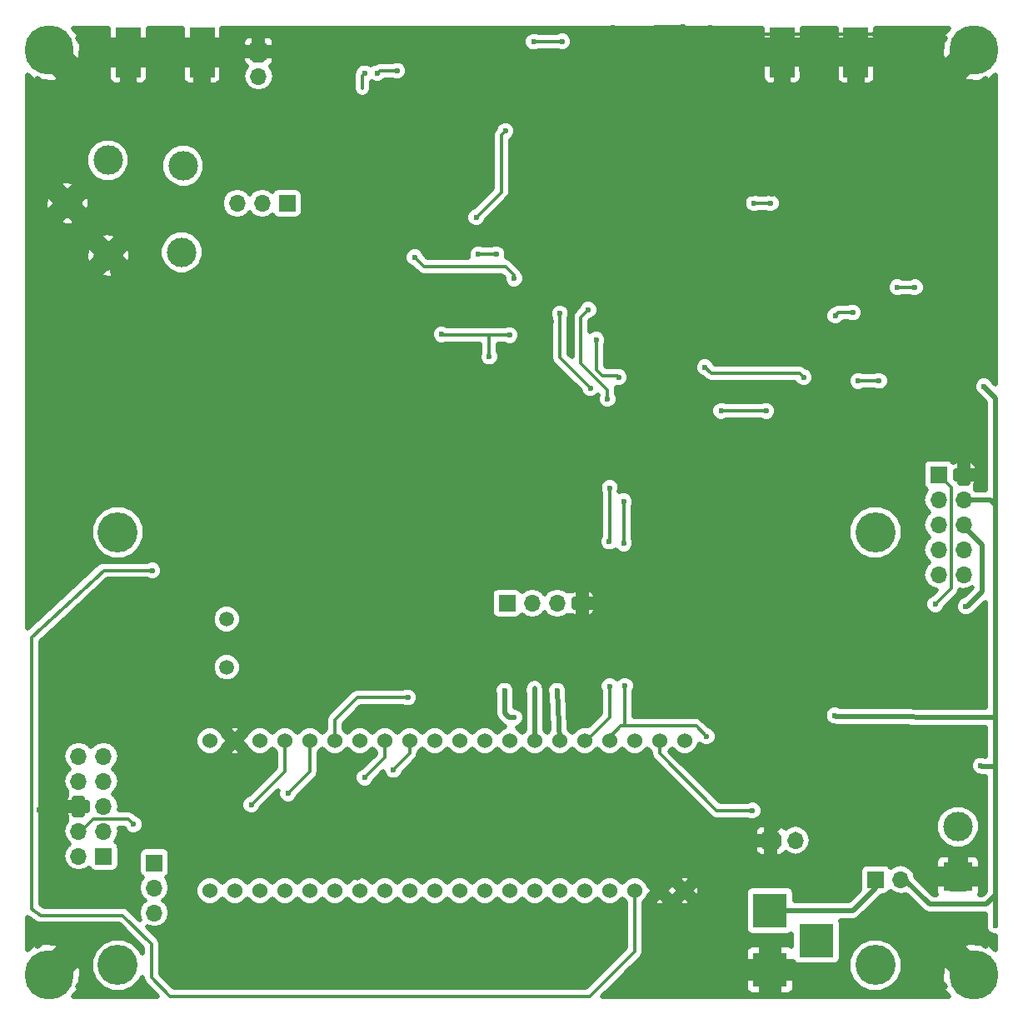
<source format=gbr>
G04 #@! TF.FileFunction,Copper,L2,Bot,Signal*
%FSLAX46Y46*%
G04 Gerber Fmt 4.6, Leading zero omitted, Abs format (unit mm)*
G04 Created by KiCad (PCBNEW 4.0.7) date 10/02/19 14:12:40*
%MOMM*%
%LPD*%
G01*
G04 APERTURE LIST*
%ADD10C,0.100000*%
%ADD11C,1.524000*%
%ADD12C,3.000000*%
%ADD13R,1.700000X1.700000*%
%ADD14O,1.700000X1.700000*%
%ADD15C,1.500000*%
%ADD16C,5.000000*%
%ADD17R,3.000000X3.000000*%
%ADD18C,4.064000*%
%ADD19R,3.500000X3.500000*%
%ADD20R,2.500000X5.080000*%
%ADD21C,0.600000*%
%ADD22C,0.350000*%
%ADD23C,0.500000*%
G04 APERTURE END LIST*
D10*
D11*
X69342000Y-138430000D03*
X71882000Y-138430000D03*
X74422000Y-138430000D03*
X76962000Y-138430000D03*
X79502000Y-138430000D03*
X82042000Y-138430000D03*
X84582000Y-138430000D03*
X87122000Y-138430000D03*
X89662000Y-138430000D03*
X92202000Y-138430000D03*
X94742000Y-138430000D03*
X97282000Y-138430000D03*
X99822000Y-138430000D03*
X102362000Y-138430000D03*
X104902000Y-138430000D03*
X107442000Y-138430000D03*
X109982000Y-138430000D03*
X112522000Y-138430000D03*
X115062000Y-138430000D03*
X117602000Y-138430000D03*
X69342000Y-123190000D03*
X71882000Y-123190000D03*
X74422000Y-123190000D03*
X76962000Y-123190000D03*
X79502000Y-123190000D03*
X82042000Y-123190000D03*
X84582000Y-123190000D03*
X87122000Y-123190000D03*
X89662000Y-123190000D03*
X92202000Y-123190000D03*
X94742000Y-123190000D03*
X97282000Y-123190000D03*
X99822000Y-123190000D03*
X102362000Y-123190000D03*
X104902000Y-123190000D03*
X107442000Y-123190000D03*
X109982000Y-123190000D03*
X112522000Y-123190000D03*
X115062000Y-123190000D03*
X117602000Y-123190000D03*
D12*
X66487040Y-73573640D03*
X59055000Y-73875900D03*
X54864000Y-68580000D03*
X58988960Y-64211200D03*
X66639440Y-64770000D03*
D13*
X143421100Y-96164400D03*
D14*
X145961100Y-96164400D03*
X143421100Y-98704400D03*
X145961100Y-98704400D03*
X143421100Y-101244400D03*
X145961100Y-101244400D03*
X143421100Y-103784400D03*
X145961100Y-103784400D03*
X143421100Y-106324400D03*
X145961100Y-106324400D03*
D13*
X99568000Y-109220000D03*
D14*
X102108000Y-109220000D03*
X104648000Y-109220000D03*
X107188000Y-109220000D03*
D15*
X71079360Y-110837980D03*
X71079360Y-115717980D03*
D16*
X53000000Y-53000000D03*
X147000000Y-53000000D03*
X53000000Y-147000000D03*
X147000000Y-147000000D03*
D17*
X145389600Y-137007600D03*
D12*
X145389600Y-131927600D03*
D13*
X137020300Y-137299700D03*
D14*
X139560300Y-137299700D03*
D18*
X60000000Y-102000000D03*
X60000000Y-146000000D03*
X137000000Y-102000000D03*
X137000000Y-146000000D03*
D19*
X126288800Y-140474700D03*
X126288800Y-146474700D03*
X130988800Y-143474700D03*
D13*
X74310240Y-53136800D03*
D14*
X74310240Y-55676800D03*
D13*
X77216000Y-68580000D03*
D14*
X74676000Y-68580000D03*
X72136000Y-68580000D03*
D13*
X58562240Y-134924800D03*
D14*
X56022240Y-134924800D03*
X58562240Y-132384800D03*
X56022240Y-132384800D03*
X58562240Y-129844800D03*
X56022240Y-129844800D03*
X58562240Y-127304800D03*
X56022240Y-127304800D03*
X58562240Y-124764800D03*
X56022240Y-124764800D03*
D13*
X126339600Y-133324600D03*
D14*
X128879600Y-133324600D03*
D13*
X63703200Y-135597900D03*
D14*
X63703200Y-138137900D03*
X63703200Y-140677900D03*
D20*
X68560640Y-53238400D03*
X61060640Y-53238400D03*
X135017200Y-53225700D03*
X127517200Y-53225700D03*
D21*
X88392000Y-55118000D03*
X86360000Y-55372000D03*
X85090000Y-55372000D03*
X99405440Y-61244480D03*
X96433640Y-70002400D03*
X141010640Y-77114400D03*
X139232640Y-77114400D03*
X119674640Y-85242400D03*
X129707640Y-86258400D03*
X137358120Y-86624160D03*
X135270240Y-86639400D03*
X86106000Y-111506000D03*
X87376000Y-110998000D03*
X88392000Y-109474000D03*
X89408000Y-108458000D03*
X91186000Y-107442000D03*
X91948000Y-106172000D03*
X93726000Y-105156000D03*
X95758000Y-105156000D03*
X98298000Y-104902000D03*
X101092000Y-105156000D03*
X97536000Y-101092000D03*
X94996000Y-101092000D03*
X92964000Y-101854000D03*
X90932000Y-102870000D03*
X88900000Y-104394000D03*
X87376000Y-106426000D03*
X85598000Y-108204000D03*
X73660000Y-102616000D03*
X71374000Y-101346000D03*
X69850000Y-99822000D03*
X68326000Y-98298000D03*
X66802000Y-96520000D03*
X65024000Y-94996000D03*
X63754000Y-93726000D03*
X75438000Y-102870000D03*
X77470000Y-103124000D03*
X79654400Y-104381300D03*
X64008000Y-87122000D03*
X64770000Y-88900000D03*
X66040000Y-90678000D03*
X67818000Y-92456000D03*
X69342000Y-93980000D03*
X71120000Y-94996000D03*
X72644000Y-96520000D03*
X74422000Y-98298000D03*
X76708000Y-99060000D03*
X78994000Y-99060000D03*
X80518000Y-101600000D03*
X82042000Y-102870000D03*
X138176000Y-119634000D03*
X138176000Y-117856000D03*
X138176000Y-116078000D03*
X138430000Y-114300000D03*
X138430000Y-112776000D03*
X143510000Y-112776000D03*
X138938000Y-122174000D03*
X137668000Y-123190000D03*
X134620000Y-124206000D03*
X132842000Y-127000000D03*
X130556000Y-127762000D03*
X128778000Y-128270000D03*
X127508000Y-131572000D03*
X122936000Y-132842000D03*
X120650000Y-132080000D03*
X118364000Y-133350000D03*
X116586000Y-134874000D03*
X97282000Y-135890000D03*
X93980000Y-136398000D03*
X91948000Y-136398000D03*
X89916000Y-136398000D03*
X87630000Y-136398000D03*
X80264000Y-63246000D03*
X80518000Y-64262000D03*
X80772000Y-66040000D03*
X80264000Y-69850000D03*
X80264000Y-72136000D03*
X80010000Y-73914000D03*
X79756000Y-75438000D03*
X80264000Y-76962000D03*
X102224840Y-97881440D03*
X100330000Y-64262000D03*
X100838000Y-65532000D03*
X101092000Y-66802000D03*
X101092000Y-68580000D03*
X101092000Y-71120000D03*
X101092000Y-72644000D03*
X101600000Y-75438000D03*
X102108000Y-77978000D03*
X102108000Y-79248000D03*
X101854000Y-81026000D03*
X101854000Y-83312000D03*
X102108000Y-85090000D03*
X101092000Y-88138000D03*
X102108000Y-88392000D03*
X100838000Y-91186000D03*
X102108000Y-91694000D03*
X102362000Y-96012000D03*
X74168000Y-114808000D03*
X76962000Y-116078000D03*
X79248000Y-116332000D03*
X81280000Y-116332000D03*
X83058000Y-116332000D03*
X84582000Y-113538000D03*
X83312000Y-113538000D03*
X83312000Y-110998000D03*
X84328000Y-109728000D03*
X83312000Y-108966000D03*
X82804000Y-107442000D03*
X80772000Y-107188000D03*
X52832000Y-82550000D03*
X53594000Y-83058000D03*
X54864000Y-83820000D03*
X55118000Y-85344000D03*
X56134000Y-86868000D03*
X56642000Y-89408000D03*
X62738000Y-92964000D03*
X61468000Y-92202000D03*
X52578000Y-78740000D03*
X53594000Y-77724000D03*
X54864000Y-76708000D03*
X56134000Y-75692000D03*
X77470000Y-84328000D03*
X75946000Y-84328000D03*
X74676000Y-84328000D03*
X73406000Y-84328000D03*
X72390000Y-84328000D03*
X72136000Y-82296000D03*
X73660000Y-82550000D03*
X74930000Y-82550000D03*
X80010000Y-57912000D03*
X79756000Y-56388000D03*
X79756000Y-55118000D03*
X80010000Y-53594000D03*
X83540600Y-85552280D03*
X70104000Y-87122000D03*
X68580000Y-87122000D03*
X67056000Y-87122000D03*
X66040000Y-86868000D03*
X65278000Y-86360000D03*
X75214480Y-59959240D03*
X73621900Y-60098940D03*
X71805800Y-59959240D03*
X70352920Y-59959240D03*
X68732400Y-59931300D03*
X67083940Y-60015120D03*
X64820800Y-60004960D03*
X63560960Y-61305440D03*
X62240160Y-62682120D03*
X61600080Y-63794640D03*
X61112400Y-65196720D03*
X60960000Y-66598800D03*
X60579000Y-69075300D03*
X60845700Y-70446900D03*
X59690000Y-70866000D03*
X62417960Y-79489300D03*
X63312040Y-78511400D03*
X64516000Y-76962000D03*
X64008000Y-75438000D03*
X64008000Y-72898000D03*
X63870840Y-71219060D03*
X64427100Y-68808600D03*
X72280780Y-62697360D03*
X70352920Y-62334140D03*
X68620640Y-61998860D03*
X66804540Y-61887100D03*
X65184020Y-62278260D03*
X63759080Y-63814960D03*
X63703200Y-65603120D03*
X63731140Y-67335400D03*
X83362800Y-81884520D03*
X83195160Y-80284320D03*
X83652360Y-89159080D03*
X83652360Y-87091520D03*
X83439000Y-83743800D03*
X100025200Y-97678240D03*
X97175320Y-97734120D03*
X94548960Y-97342960D03*
X93096080Y-95666560D03*
X91587320Y-94101920D03*
X90078560Y-92425520D03*
X87508080Y-91699080D03*
X85775800Y-91531440D03*
X80665320Y-91084400D03*
X82397600Y-90972640D03*
X83931760Y-91003120D03*
X77089000Y-91003120D03*
X76835000Y-92456000D03*
X76499720Y-94188280D03*
X78028800Y-94569280D03*
X79918560Y-94691200D03*
X131018280Y-67901820D03*
X132085080Y-67863720D03*
X133075680Y-67863720D03*
X134294880Y-67909440D03*
X135666480Y-67711320D03*
X136916160Y-67650360D03*
X137922000Y-67726560D03*
X139537440Y-67635120D03*
X139827000Y-53086000D03*
X139496800Y-54711600D03*
X139496800Y-56159400D03*
X139496800Y-57962800D03*
X139446000Y-59486800D03*
X139446000Y-61391800D03*
X139496800Y-63246000D03*
X139573000Y-64922400D03*
X139598400Y-66370200D03*
X144719040Y-109951520D03*
X83235800Y-137129520D03*
X78232000Y-136458960D03*
X86106000Y-145338800D03*
X86055200Y-147015200D03*
X127254000Y-73406000D03*
X127127000Y-72390000D03*
X127508000Y-71501000D03*
X120777000Y-82677000D03*
X120904000Y-81026000D03*
X121793000Y-79248000D03*
X121793000Y-77597000D03*
X122174000Y-76073000D03*
X122047000Y-74422000D03*
X122301000Y-51816000D03*
X121920000Y-53340000D03*
X121539000Y-55245000D03*
X121539000Y-57023000D03*
X121412000Y-59055000D03*
X121412000Y-60579000D03*
X121285000Y-61976000D03*
X121031000Y-63373000D03*
X121031000Y-65151000D03*
X120523000Y-67564000D03*
X120523000Y-69215000D03*
X119253000Y-71501000D03*
X109855000Y-51689000D03*
X109220000Y-52578000D03*
X108204000Y-53975000D03*
X107315000Y-55626000D03*
X107315000Y-57277000D03*
X107315000Y-58801000D03*
X107061000Y-59563000D03*
X106807000Y-60833000D03*
X106553000Y-62357000D03*
X104190800Y-74599800D03*
X104129840Y-76393040D03*
X104089200Y-78714600D03*
X104053640Y-80584040D03*
X103977440Y-83251040D03*
X104241600Y-84963000D03*
X104719120Y-88265000D03*
X105745280Y-88574880D03*
X104775000Y-91729560D03*
X105643680Y-92202000D03*
X104216200Y-95387160D03*
X104134920Y-97652840D03*
X104023160Y-100304600D03*
X104140000Y-101473000D03*
X104358440Y-102529640D03*
X103505000Y-103886000D03*
X102235000Y-103759000D03*
X101981000Y-100584000D03*
X125145800Y-51523900D03*
X129641600Y-51409600D03*
X129514600Y-52527200D03*
X129476500Y-53657500D03*
X129514600Y-54940200D03*
X132880100Y-55118000D03*
X132880100Y-54025800D03*
X132765800Y-52590700D03*
X132867400Y-51409600D03*
X136918700Y-51409600D03*
X138214100Y-51816000D03*
X124388880Y-50794920D03*
X148818600Y-69189600D03*
X139941300Y-51752500D03*
X141706600Y-51816000D03*
X143090900Y-51879500D03*
X143357600Y-54063900D03*
X144221200Y-55321200D03*
X145516600Y-56807100D03*
X146773900Y-56857900D03*
X148107400Y-57111900D03*
X148361400Y-58940700D03*
X148475700Y-60617100D03*
X148475700Y-62407800D03*
X148628100Y-64160400D03*
X148780500Y-65189100D03*
X148666200Y-67398900D03*
X122768360Y-50881280D03*
X110317280Y-50718720D03*
X112958880Y-50779680D03*
X114726720Y-50698400D03*
X117434360Y-50657760D03*
X120253760Y-50683160D03*
X108204000Y-51043840D03*
X68618100Y-140677900D03*
X77660500Y-146392900D03*
X134721600Y-62992000D03*
X123913900Y-55714900D03*
X123926600Y-57226200D03*
X138239500Y-57099200D03*
X137337800Y-58343800D03*
X96514920Y-59679840D03*
X94686120Y-59756040D03*
X94366080Y-58536840D03*
X97398840Y-53187600D03*
X96072960Y-53294280D03*
X94990920Y-53644800D03*
X94396560Y-54574440D03*
X94198440Y-56083200D03*
X94259400Y-57241440D03*
X92186760Y-58460640D03*
X92247720Y-52456080D03*
X92323920Y-53614320D03*
X92339160Y-54665880D03*
X92308680Y-55930800D03*
X92247720Y-57104280D03*
X128991360Y-67757040D03*
X127650240Y-67787520D03*
X126507240Y-67650360D03*
X124508260Y-67678300D03*
X127741680Y-70180200D03*
X128549400Y-69936360D03*
X140467080Y-70088760D03*
X139095480Y-70119240D03*
X136916160Y-70164960D03*
X135392160Y-70195440D03*
X134005320Y-70088760D03*
X132938520Y-69982080D03*
X131521200Y-70073520D03*
X130042920Y-69982080D03*
X129997200Y-67894200D03*
X81457800Y-94609920D03*
X95331280Y-99888040D03*
X92735400Y-99832160D03*
X92049600Y-99100640D03*
X90200480Y-97373440D03*
X88209120Y-95585280D03*
X86116160Y-94305120D03*
X84734400Y-94345760D03*
X83230720Y-94447360D03*
X99273360Y-99745800D03*
X101396800Y-99801680D03*
X105082340Y-72560180D03*
X106283760Y-72560180D03*
X107848400Y-72644000D03*
X109776260Y-72644000D03*
X111368840Y-72783700D03*
X113073180Y-72699880D03*
X115364260Y-72839580D03*
X116900960Y-72755760D03*
X118828820Y-72699880D03*
X120449340Y-72532240D03*
X121427240Y-75102720D03*
X119415560Y-74599800D03*
X117320060Y-74348340D03*
X115224560Y-74404220D03*
X112709960Y-74264520D03*
X110837980Y-74292460D03*
X109049820Y-74236580D03*
X107652820Y-74264520D03*
X105724960Y-74292460D03*
X105029000Y-62611000D03*
X105156000Y-63627000D03*
X105283000Y-65278000D03*
X105283000Y-67310000D03*
X105283000Y-68453000D03*
X105410000Y-70358000D03*
X104272080Y-71749920D03*
X99019360Y-136768840D03*
X95778320Y-146796760D03*
X51968400Y-130190240D03*
X144792700Y-126047500D03*
X121737120Y-64780160D03*
X113492280Y-97845880D03*
X116481860Y-86334600D03*
X119440960Y-76098400D03*
X114223800Y-51549300D03*
X114338100Y-72618600D03*
X114300000Y-71501000D03*
X114376200Y-68160900D03*
X114528600Y-65836800D03*
X114482880Y-62199520D03*
X114300000Y-60769500D03*
X114223800Y-57785000D03*
X114223800Y-56235600D03*
X114185700Y-54406800D03*
X114223800Y-52616100D03*
X128816100Y-104241600D03*
X133416040Y-95707200D03*
X103952040Y-55829200D03*
X136540240Y-91186000D03*
X98465640Y-69748400D03*
X98719640Y-70383400D03*
X89067640Y-68351400D03*
X89956640Y-67081400D03*
X131104640Y-86385400D03*
X119674640Y-80416400D03*
X123525280Y-87147400D03*
X134747000Y-77216000D03*
X128290320Y-82433160D03*
X97764600Y-84162900D03*
X92918280Y-81899760D03*
X99822000Y-81991200D03*
X98488500Y-73761600D03*
X96659700Y-73761600D03*
X143068040Y-109347000D03*
X111539020Y-117632480D03*
X111424720Y-103154480D03*
X111404400Y-98869500D03*
X107838240Y-79385160D03*
X109766100Y-88468200D03*
X119852440Y-122758200D03*
X89468960Y-118790720D03*
X100279200Y-120853200D03*
X132857240Y-120624600D03*
X99314000Y-118110000D03*
X149199600Y-141960600D03*
X147690840Y-125730000D03*
X148021040Y-87198200D03*
X63512700Y-105879900D03*
X146192240Y-109550200D03*
X73573640Y-129692400D03*
X77307440Y-128549400D03*
X109971840Y-117655340D03*
X109943900Y-102958900D03*
X109999780Y-97510600D03*
X108013500Y-87363300D03*
X104927400Y-79781400D03*
X110911640Y-86258400D03*
X108625640Y-82448400D03*
X61610240Y-131699000D03*
X85079840Y-126949200D03*
X88026240Y-126161800D03*
X124500640Y-130276600D03*
X102270560Y-52161440D03*
X105135680Y-52120800D03*
X124642880Y-68559680D03*
X126349760Y-68559680D03*
X100276660Y-76220320D03*
X90162380Y-74068940D03*
X121325640Y-89687400D03*
X125897640Y-89687400D03*
X134680960Y-79674720D03*
X132933440Y-79979520D03*
X104648000Y-118110000D03*
X102362000Y-118110000D03*
D22*
X84836000Y-56896000D02*
X84836000Y-55626000D01*
X86614000Y-55118000D02*
X88392000Y-55118000D01*
X86360000Y-55372000D02*
X86614000Y-55118000D01*
X84836000Y-55626000D02*
X85090000Y-55372000D01*
X98973640Y-67462400D02*
X98973640Y-61676280D01*
X98973640Y-61676280D02*
X99405440Y-61244480D01*
X96433640Y-70002400D02*
X98973640Y-67462400D01*
X139232640Y-77114400D02*
X141010640Y-77114400D01*
X120309640Y-85877400D02*
X119674640Y-85242400D01*
X129326640Y-85877400D02*
X120309640Y-85877400D01*
X129707640Y-86258400D02*
X129326640Y-85877400D01*
X135285480Y-86624160D02*
X137358120Y-86624160D01*
X135270240Y-86639400D02*
X135285480Y-86624160D01*
X107188000Y-109220000D02*
X107188000Y-108442760D01*
D23*
X86868000Y-111506000D02*
X86106000Y-111506000D01*
X87376000Y-110998000D02*
X86868000Y-111506000D01*
X89408000Y-108458000D02*
X88392000Y-109474000D01*
X91186000Y-106934000D02*
X91186000Y-107442000D01*
X91948000Y-106172000D02*
X91186000Y-106934000D01*
X95758000Y-105156000D02*
X93726000Y-105156000D01*
X100838000Y-104902000D02*
X98298000Y-104902000D01*
X101092000Y-105156000D02*
X100838000Y-104902000D01*
X84328000Y-109728000D02*
X86106000Y-107950000D01*
X94996000Y-101092000D02*
X97536000Y-101092000D01*
X91948000Y-101854000D02*
X92964000Y-101854000D01*
X90932000Y-102870000D02*
X91948000Y-101854000D01*
X88900000Y-104902000D02*
X88900000Y-104394000D01*
X87376000Y-106426000D02*
X88900000Y-104902000D01*
X85852000Y-107950000D02*
X85598000Y-108204000D01*
X86106000Y-107950000D02*
X85852000Y-107950000D01*
X79654400Y-104381300D02*
X78727300Y-104381300D01*
D22*
X69850000Y-99822000D02*
X71374000Y-101346000D01*
X68326000Y-98044000D02*
X68326000Y-98298000D01*
X66802000Y-96520000D02*
X68326000Y-98044000D01*
X63754000Y-93726000D02*
X65024000Y-94996000D01*
D23*
X75184000Y-102616000D02*
X73660000Y-102616000D01*
X75438000Y-102870000D02*
X75184000Y-102616000D01*
X78727300Y-104381300D02*
X77470000Y-103124000D01*
X79654400Y-104381300D02*
X80530700Y-104381300D01*
X64770000Y-89408000D02*
X64770000Y-88900000D01*
X66040000Y-90678000D02*
X64770000Y-89408000D01*
X69342000Y-93980000D02*
X67818000Y-92456000D01*
X72644000Y-96520000D02*
X71120000Y-94996000D01*
X75946000Y-98298000D02*
X74422000Y-98298000D01*
X76708000Y-99060000D02*
X75946000Y-98298000D01*
X78994000Y-100076000D02*
X78994000Y-99060000D01*
X80518000Y-101600000D02*
X78994000Y-100076000D01*
X80530700Y-104381300D02*
X82042000Y-102870000D01*
X138176000Y-117856000D02*
X138176000Y-119634000D01*
X138176000Y-114554000D02*
X138176000Y-116078000D01*
X138430000Y-114300000D02*
X138176000Y-114554000D01*
X143510000Y-112776000D02*
X138430000Y-112776000D01*
X126339600Y-133324600D02*
X126339600Y-132740400D01*
X126339600Y-132740400D02*
X127508000Y-131572000D01*
X138684000Y-122174000D02*
X138938000Y-122174000D01*
X137668000Y-123190000D02*
X138684000Y-122174000D01*
X134620000Y-125222000D02*
X134620000Y-124206000D01*
X132842000Y-127000000D02*
X134620000Y-125222000D01*
X129286000Y-127762000D02*
X130556000Y-127762000D01*
X128778000Y-128270000D02*
X129286000Y-127762000D01*
X115062000Y-138430000D02*
X115062000Y-136398000D01*
X123418600Y-133324600D02*
X126339600Y-133324600D01*
X122936000Y-132842000D02*
X123418600Y-133324600D01*
X119634000Y-132080000D02*
X120650000Y-132080000D01*
X118364000Y-133350000D02*
X119634000Y-132080000D01*
X115062000Y-136398000D02*
X116586000Y-134874000D01*
D22*
X83235800Y-137129520D02*
X84358480Y-137129520D01*
D23*
X94488000Y-135890000D02*
X97282000Y-135890000D01*
X93980000Y-136398000D02*
X94488000Y-135890000D01*
X89916000Y-136398000D02*
X91948000Y-136398000D01*
X85090000Y-136398000D02*
X87630000Y-136398000D01*
X84358480Y-137129520D02*
X85090000Y-136398000D01*
D22*
X80264000Y-64008000D02*
X80264000Y-63246000D01*
X80518000Y-64262000D02*
X80264000Y-64008000D01*
X80772000Y-69342000D02*
X80772000Y-66040000D01*
X80264000Y-69850000D02*
X80772000Y-69342000D01*
X80264000Y-73660000D02*
X80264000Y-72136000D01*
X80010000Y-73914000D02*
X80264000Y-73660000D01*
X79756000Y-76454000D02*
X79756000Y-75438000D01*
X80264000Y-76962000D02*
X79756000Y-76454000D01*
X100838000Y-66548000D02*
X100838000Y-65532000D01*
X101092000Y-66802000D02*
X100838000Y-66548000D01*
X101092000Y-71120000D02*
X101092000Y-68580000D01*
X101092000Y-74930000D02*
X101092000Y-72644000D01*
X101600000Y-75438000D02*
X101092000Y-74930000D01*
X102108000Y-79248000D02*
X102108000Y-77978000D01*
X101854000Y-83312000D02*
X101854000Y-81026000D01*
X102108000Y-87122000D02*
X102108000Y-85090000D01*
X101092000Y-88138000D02*
X102108000Y-87122000D01*
X102108000Y-89916000D02*
X102108000Y-88392000D01*
X100838000Y-91186000D02*
X102108000Y-89916000D01*
X101854000Y-91948000D02*
X102108000Y-91694000D01*
X101854000Y-95504000D02*
X101854000Y-91948000D01*
X102362000Y-96012000D02*
X101854000Y-95504000D01*
X74422000Y-114554000D02*
X74168000Y-114808000D01*
X75438000Y-114554000D02*
X74422000Y-114554000D01*
X76962000Y-116078000D02*
X75438000Y-114554000D01*
X81280000Y-116332000D02*
X79248000Y-116332000D01*
X83058000Y-115062000D02*
X83058000Y-116332000D01*
X84582000Y-113538000D02*
X83058000Y-115062000D01*
X83312000Y-110998000D02*
X83312000Y-113538000D01*
X84074000Y-109728000D02*
X84328000Y-109728000D01*
X83312000Y-108966000D02*
X84074000Y-109728000D01*
X81026000Y-107442000D02*
X82804000Y-107442000D01*
X80772000Y-107188000D02*
X81026000Y-107442000D01*
X52832000Y-82550000D02*
X53340000Y-83058000D01*
X53340000Y-83058000D02*
X53594000Y-83058000D01*
X54864000Y-83820000D02*
X55118000Y-84074000D01*
X55118000Y-84074000D02*
X55118000Y-85344000D01*
X56134000Y-86868000D02*
X56642000Y-87376000D01*
X56642000Y-87376000D02*
X56642000Y-89408000D01*
X62230000Y-92964000D02*
X62738000Y-92964000D01*
X61468000Y-92202000D02*
X62230000Y-92964000D01*
X53594000Y-77724000D02*
X52578000Y-78740000D01*
X55118000Y-76708000D02*
X54864000Y-76708000D01*
X56134000Y-75692000D02*
X55118000Y-76708000D01*
X72136000Y-82296000D02*
X72136000Y-84074000D01*
X75946000Y-84328000D02*
X77470000Y-84328000D01*
X73406000Y-84328000D02*
X74676000Y-84328000D01*
X72136000Y-84074000D02*
X72390000Y-84328000D01*
X72136000Y-82296000D02*
X72390000Y-82550000D01*
X72390000Y-82550000D02*
X73660000Y-82550000D01*
X80010000Y-56642000D02*
X80010000Y-57912000D01*
X79756000Y-56388000D02*
X80010000Y-56642000D01*
X79756000Y-53848000D02*
X79756000Y-55118000D01*
X80010000Y-53594000D02*
X79756000Y-53848000D01*
X83540600Y-86979760D02*
X83540600Y-85552280D01*
X83439000Y-85450680D02*
X83439000Y-83743800D01*
X83540600Y-85552280D02*
X83439000Y-85450680D01*
X83540600Y-86979760D02*
X83652360Y-87091520D01*
X67056000Y-87122000D02*
X68580000Y-87122000D01*
X65786000Y-86868000D02*
X66040000Y-86868000D01*
X65278000Y-86360000D02*
X65786000Y-86868000D01*
X83362800Y-81884520D02*
X83362800Y-83667600D01*
X83362800Y-83667600D02*
X83439000Y-83743800D01*
X71945500Y-60098940D02*
X73621900Y-60098940D01*
X71805800Y-59959240D02*
X71945500Y-60098940D01*
X68760340Y-59959240D02*
X70352920Y-59959240D01*
X68732400Y-59931300D02*
X68760340Y-59959240D01*
X64830960Y-60015120D02*
X67083940Y-60015120D01*
X64820800Y-60004960D02*
X64830960Y-60015120D01*
X63560960Y-61361320D02*
X63560960Y-61305440D01*
X62240160Y-62682120D02*
X63560960Y-61361320D01*
X61600080Y-64709040D02*
X61600080Y-63794640D01*
X61112400Y-65196720D02*
X61600080Y-64709040D01*
X60960000Y-68694300D02*
X60960000Y-66598800D01*
X60579000Y-69075300D02*
X60960000Y-68694300D01*
X59944000Y-70612000D02*
X60845700Y-70446900D01*
X59690000Y-70866000D02*
X59944000Y-70612000D01*
X59629040Y-76700380D02*
X62417960Y-79489300D01*
X63312040Y-78511400D02*
X63759080Y-78064360D01*
X63759080Y-78064360D02*
X64516000Y-76962000D01*
X64008000Y-75438000D02*
X64008000Y-72898000D01*
X63870840Y-71219060D02*
X64427100Y-70662800D01*
X64427100Y-70662800D02*
X64427100Y-68808600D01*
X59055000Y-73875900D02*
X59629040Y-76700380D01*
X70716140Y-62697360D02*
X72280780Y-62697360D01*
X70352920Y-62334140D02*
X70716140Y-62697360D01*
X66916300Y-61998860D02*
X68620640Y-61998860D01*
X66804540Y-61887100D02*
X66916300Y-61998860D01*
X65184020Y-62390020D02*
X65184020Y-62278260D01*
X63759080Y-63814960D02*
X65184020Y-62390020D01*
X63703200Y-67307460D02*
X63703200Y-65603120D01*
X63731140Y-67335400D02*
X63703200Y-67307460D01*
X83362800Y-80451960D02*
X83362800Y-81884520D01*
X83195160Y-80284320D02*
X83362800Y-80451960D01*
X83652360Y-89159080D02*
X83652360Y-87091520D01*
X85775800Y-91531440D02*
X84460080Y-91531440D01*
X101396800Y-99801680D02*
X101396800Y-98709480D01*
X101396800Y-98709480D02*
X102224840Y-97881440D01*
X100228400Y-97881440D02*
X100025200Y-97678240D01*
X97175320Y-97734120D02*
X96784160Y-97342960D01*
X96784160Y-97342960D02*
X94548960Y-97342960D01*
X93096080Y-95666560D02*
X91587320Y-94157800D01*
X91587320Y-94157800D02*
X91587320Y-94101920D01*
X90078560Y-92425520D02*
X89352120Y-91699080D01*
X89352120Y-91699080D02*
X87508080Y-91699080D01*
X102224840Y-97881440D02*
X100228400Y-97881440D01*
X82285840Y-91084400D02*
X80665320Y-91084400D01*
X82397600Y-90972640D02*
X82285840Y-91084400D01*
X84460080Y-91531440D02*
X83931760Y-91003120D01*
X76835000Y-93853000D02*
X76835000Y-92456000D01*
X76499720Y-94188280D02*
X76835000Y-93853000D01*
X79796640Y-94569280D02*
X78028800Y-94569280D01*
X79918560Y-94691200D02*
X79796640Y-94569280D01*
X131018280Y-67901820D02*
X131056380Y-67863720D01*
X131056380Y-67863720D02*
X132085080Y-67863720D01*
X133075680Y-67863720D02*
X133121400Y-67909440D01*
X133121400Y-67909440D02*
X134294880Y-67909440D01*
X135666480Y-67711320D02*
X135727440Y-67650360D01*
X135727440Y-67650360D02*
X136916160Y-67650360D01*
X137922000Y-67726560D02*
X138013440Y-67635120D01*
X138013440Y-67635120D02*
X139537440Y-67635120D01*
D23*
X139941300Y-52971700D02*
X139941300Y-51752500D01*
X139827000Y-53086000D02*
X139941300Y-52971700D01*
X139496800Y-56159400D02*
X139496800Y-54711600D01*
X139496800Y-59436000D02*
X139496800Y-57962800D01*
X139446000Y-59486800D02*
X139496800Y-59436000D01*
X139446000Y-63195200D02*
X139446000Y-61391800D01*
X139496800Y-63246000D02*
X139446000Y-63195200D01*
X139573000Y-66344800D02*
X139573000Y-64922400D01*
X139598400Y-66370200D02*
X139573000Y-66344800D01*
D22*
X83459320Y-136906000D02*
X83459320Y-136347200D01*
X83235800Y-137129520D02*
X83459320Y-136906000D01*
X78399640Y-136291320D02*
X78399640Y-135483600D01*
X78232000Y-136458960D02*
X78399640Y-136291320D01*
X86106000Y-146964400D02*
X86106000Y-145338800D01*
X86055200Y-147015200D02*
X86106000Y-146964400D01*
X127254000Y-73406000D02*
X127127000Y-73279000D01*
X127127000Y-73279000D02*
X127127000Y-72390000D01*
X127508000Y-71501000D02*
X127741680Y-71267320D01*
X127741680Y-71267320D02*
X127741680Y-70180200D01*
X120449340Y-72532240D02*
X120449340Y-72824340D01*
X120904000Y-80137000D02*
X120904000Y-81026000D01*
X121793000Y-79248000D02*
X120904000Y-80137000D01*
X121793000Y-76454000D02*
X121793000Y-77597000D01*
X122174000Y-76073000D02*
X121793000Y-76454000D01*
X120449340Y-72824340D02*
X122047000Y-74422000D01*
X122301000Y-52959000D02*
X122301000Y-51816000D01*
X121920000Y-53340000D02*
X122301000Y-52959000D01*
X121539000Y-57023000D02*
X121539000Y-55245000D01*
X121412000Y-60579000D02*
X121412000Y-59055000D01*
X121285000Y-63119000D02*
X121285000Y-61976000D01*
X121031000Y-63373000D02*
X121285000Y-63119000D01*
X121031000Y-67056000D02*
X121031000Y-65151000D01*
X120523000Y-67564000D02*
X121031000Y-67056000D01*
X120523000Y-70231000D02*
X120523000Y-69215000D01*
X119253000Y-71501000D02*
X120523000Y-70231000D01*
X105029000Y-62611000D02*
X106299000Y-62611000D01*
X109855000Y-51943000D02*
X109855000Y-51689000D01*
X109220000Y-52578000D02*
X109855000Y-51943000D01*
X108204000Y-54737000D02*
X108204000Y-53975000D01*
X107315000Y-55626000D02*
X108204000Y-54737000D01*
X107315000Y-58801000D02*
X107315000Y-57277000D01*
X107061000Y-60579000D02*
X107061000Y-59563000D01*
X106807000Y-60833000D02*
X107061000Y-60579000D01*
X106299000Y-62611000D02*
X106553000Y-62357000D01*
X104129840Y-76393040D02*
X104089200Y-76433680D01*
X104089200Y-76433680D02*
X104089200Y-78714600D01*
X104053640Y-80584040D02*
X103977440Y-80660240D01*
X103977440Y-80660240D02*
X103977440Y-83251040D01*
X104241600Y-84963000D02*
X104546400Y-85267800D01*
X104546400Y-85267800D02*
X104546400Y-88092280D01*
X104546400Y-88092280D02*
X104719120Y-88265000D01*
X105745280Y-88574880D02*
X104775000Y-89997280D01*
X104775000Y-89997280D02*
X104775000Y-91729560D01*
X105643680Y-92202000D02*
X104216200Y-93629480D01*
X104216200Y-93629480D02*
X104216200Y-95387160D01*
X104134920Y-97652840D02*
X104023160Y-97764600D01*
X104023160Y-97764600D02*
X104023160Y-100304600D01*
X104140000Y-101473000D02*
X104338120Y-101671120D01*
X104338120Y-101671120D02*
X104358440Y-102529640D01*
X104358440Y-103032560D02*
X104358440Y-102529640D01*
X103505000Y-103886000D02*
X104358440Y-103032560D01*
X102235000Y-100838000D02*
X102235000Y-103759000D01*
X101981000Y-100584000D02*
X102235000Y-100838000D01*
X125145800Y-51523900D02*
X125260100Y-51409600D01*
X125260100Y-51409600D02*
X129641600Y-51409600D01*
X129514600Y-52527200D02*
X129476500Y-52565300D01*
X129476500Y-52565300D02*
X129476500Y-53657500D01*
X129514600Y-54940200D02*
X129692400Y-55118000D01*
X129692400Y-55118000D02*
X132880100Y-55118000D01*
X132880100Y-54025800D02*
X132892800Y-54013100D01*
X132892800Y-54013100D02*
X132892800Y-52717700D01*
X132892800Y-52717700D02*
X132765800Y-52590700D01*
X132867400Y-51409600D02*
X136918700Y-51409600D01*
X138214100Y-51816000D02*
X138277600Y-51752500D01*
X138277600Y-51752500D02*
X139941300Y-51752500D01*
X141706600Y-51816000D02*
X141770100Y-51879500D01*
X141770100Y-51879500D02*
X143090900Y-51879500D01*
X143357600Y-54063900D02*
X144221200Y-54927500D01*
X144221200Y-54927500D02*
X144221200Y-55321200D01*
X145516600Y-56807100D02*
X145567400Y-56857900D01*
X145567400Y-56857900D02*
X146773900Y-56857900D01*
X148107400Y-57111900D02*
X148361400Y-57365900D01*
X148361400Y-57365900D02*
X148361400Y-58940700D01*
X148475700Y-60617100D02*
X148475700Y-62407800D01*
X148628100Y-64160400D02*
X148780500Y-64312800D01*
X148780500Y-64312800D02*
X148780500Y-65189100D01*
X148666200Y-67398900D02*
X148818600Y-67551300D01*
X148818600Y-67551300D02*
X148818600Y-69189600D01*
X110317280Y-50718720D02*
X110378240Y-50779680D01*
X110378240Y-50779680D02*
X112958880Y-50779680D01*
X114726720Y-50698400D02*
X114767360Y-50657760D01*
X114767360Y-50657760D02*
X117434360Y-50657760D01*
X120253760Y-50683160D02*
X120451880Y-50881280D01*
X120451880Y-50881280D02*
X122768360Y-50881280D01*
X123913900Y-57213500D02*
X123913900Y-55714900D01*
X123926600Y-57226200D02*
X123913900Y-57213500D01*
X138239500Y-57442100D02*
X138239500Y-57099200D01*
X137337800Y-58343800D02*
X138239500Y-57442100D01*
X94259400Y-57241440D02*
X94259400Y-58430160D01*
X94762320Y-59679840D02*
X96514920Y-59679840D01*
X94686120Y-59756040D02*
X94762320Y-59679840D01*
X94259400Y-58430160D02*
X94366080Y-58536840D01*
X92247720Y-57104280D02*
X94122240Y-57104280D01*
X95341440Y-53294280D02*
X96072960Y-53294280D01*
X94990920Y-53644800D02*
X95341440Y-53294280D01*
X94396560Y-55885080D02*
X94396560Y-54574440D01*
X94198440Y-56083200D02*
X94396560Y-55885080D01*
X94122240Y-57104280D02*
X94259400Y-57241440D01*
X92247720Y-57104280D02*
X92247720Y-58399680D01*
X92247720Y-58399680D02*
X92186760Y-58460640D01*
X92323920Y-54650640D02*
X92323920Y-53614320D01*
X92339160Y-54665880D02*
X92323920Y-54650640D01*
X92308680Y-57043320D02*
X92308680Y-55930800D01*
X92247720Y-57104280D02*
X92308680Y-57043320D01*
X126507240Y-67650360D02*
X124536200Y-67650360D01*
X129997200Y-67894200D02*
X129860040Y-67757040D01*
X129860040Y-67757040D02*
X128991360Y-67757040D01*
X127650240Y-67787520D02*
X127513080Y-67650360D01*
X127513080Y-67650360D02*
X126507240Y-67650360D01*
X124536200Y-67650360D02*
X124508260Y-67678300D01*
X128305560Y-70180200D02*
X127741680Y-70180200D01*
X128549400Y-69936360D02*
X128305560Y-70180200D01*
X129997200Y-67894200D02*
X129997200Y-69936360D01*
X136961880Y-70119240D02*
X139095480Y-70119240D01*
X136916160Y-70164960D02*
X136961880Y-70119240D01*
X134112000Y-70195440D02*
X135392160Y-70195440D01*
X134005320Y-70088760D02*
X134112000Y-70195440D01*
X131612640Y-69982080D02*
X132938520Y-69982080D01*
X131521200Y-70073520D02*
X131612640Y-69982080D01*
X129997200Y-69936360D02*
X130042920Y-69982080D01*
X81412080Y-94564200D02*
X81457800Y-94609920D01*
X92791280Y-99888040D02*
X95331280Y-99888040D01*
X92735400Y-99832160D02*
X92791280Y-99888040D01*
X91927680Y-99100640D02*
X92049600Y-99100640D01*
X90200480Y-97373440D02*
X91927680Y-99100640D01*
X87396320Y-95585280D02*
X88209120Y-95585280D01*
X86116160Y-94305120D02*
X87396320Y-95585280D01*
X83332320Y-94345760D02*
X84734400Y-94345760D01*
X83230720Y-94447360D02*
X83332320Y-94345760D01*
X99329240Y-99801680D02*
X101396800Y-99801680D01*
X99273360Y-99745800D02*
X99329240Y-99801680D01*
X108204000Y-51043840D02*
X107259120Y-51043840D01*
X114338100Y-72618600D02*
X113154460Y-72618600D01*
X107764580Y-72560180D02*
X106283760Y-72560180D01*
X107848400Y-72644000D02*
X107764580Y-72560180D01*
X111229140Y-72644000D02*
X109776260Y-72644000D01*
X111368840Y-72783700D02*
X111229140Y-72644000D01*
X113154460Y-72618600D02*
X113073180Y-72699880D01*
X121737120Y-64780160D02*
X121737120Y-71244460D01*
X115143280Y-72618600D02*
X114338100Y-72618600D01*
X115364260Y-72839580D02*
X115143280Y-72618600D01*
X118772940Y-72755760D02*
X116900960Y-72755760D01*
X118828820Y-72699880D02*
X118772940Y-72755760D01*
X121737120Y-71244460D02*
X120449340Y-72532240D01*
X121427240Y-75102720D02*
X120924320Y-74599800D01*
X120924320Y-74599800D02*
X119415560Y-74599800D01*
X117320060Y-74348340D02*
X117264180Y-74404220D01*
X117264180Y-74404220D02*
X115224560Y-74404220D01*
X112709960Y-74264520D02*
X112682020Y-74292460D01*
X112682020Y-74292460D02*
X110837980Y-74292460D01*
X109049820Y-74236580D02*
X109021880Y-74264520D01*
X109021880Y-74264520D02*
X107652820Y-74264520D01*
X105724960Y-74292460D02*
X105417620Y-74599800D01*
X105417620Y-74599800D02*
X104190800Y-74599800D01*
X105029000Y-62611000D02*
X105156000Y-62992000D01*
X105156000Y-62992000D02*
X105156000Y-63627000D01*
X105283000Y-65278000D02*
X105379520Y-65374520D01*
X105379520Y-65374520D02*
X105283000Y-67310000D01*
X105283000Y-68453000D02*
X105410000Y-70358000D01*
X104272080Y-71749920D02*
X104190800Y-71831200D01*
X104190800Y-71831200D02*
X104190800Y-74599800D01*
X103952040Y-55829200D02*
X103952040Y-55397400D01*
X108204000Y-51145440D02*
X108204000Y-51043840D01*
X103952040Y-55397400D02*
X108204000Y-51145440D01*
X99019360Y-136768840D02*
X99745800Y-136768840D01*
X95473520Y-146461480D02*
X95387160Y-146461480D01*
X95778320Y-146796760D02*
X95473520Y-146491960D01*
X95473520Y-146491960D02*
X95473520Y-146461480D01*
X95387160Y-146461480D02*
X95219520Y-146629120D01*
D23*
X56022240Y-129844800D02*
X52313840Y-129844800D01*
X52313840Y-129844800D02*
X51968400Y-130190240D01*
X144805400Y-126060200D02*
X144805400Y-126187200D01*
X144792700Y-126047500D02*
X144805400Y-126060200D01*
D22*
X121737120Y-64780160D02*
X121716800Y-64759840D01*
X121716800Y-64759840D02*
X121716800Y-64394080D01*
X113520220Y-97873820D02*
X113911380Y-97873820D01*
X113492280Y-97845880D02*
X113520220Y-97873820D01*
X114300000Y-71501000D02*
X114376200Y-71424800D01*
X114376200Y-71424800D02*
X114376200Y-68160900D01*
X114528600Y-65836800D02*
X114376200Y-65684400D01*
X114376200Y-65684400D02*
X114482880Y-62199520D01*
X114300000Y-60769500D02*
X114147600Y-60617100D01*
X114147600Y-60617100D02*
X114223800Y-57785000D01*
X114223800Y-56235600D02*
X114185700Y-56197500D01*
X114185700Y-56197500D02*
X114185700Y-54406800D01*
X114223800Y-52616100D02*
X114223800Y-51549300D01*
X103977440Y-55854600D02*
X104383840Y-55854600D01*
X103952040Y-55829200D02*
X103977440Y-55854600D01*
X98465640Y-70129400D02*
X98465640Y-69748400D01*
X98719640Y-70383400D02*
X98465640Y-70129400D01*
X89067640Y-67970400D02*
X89067640Y-68351400D01*
X89956640Y-67081400D02*
X89067640Y-67970400D01*
X131104640Y-86385400D02*
X131358640Y-86385400D01*
X97688400Y-81991200D02*
X97688400Y-84086700D01*
X97688400Y-84086700D02*
X97764600Y-84162900D01*
X92918280Y-81899760D02*
X93009720Y-81991200D01*
X93009720Y-81991200D02*
X97688400Y-81991200D01*
X97688400Y-81991200D02*
X99822000Y-81991200D01*
X96659700Y-73761600D02*
X98488500Y-73761600D01*
X143230600Y-98513900D02*
X143421100Y-98704400D01*
X144703800Y-97447100D02*
X143421100Y-96164400D01*
X144703800Y-107711240D02*
X144703800Y-97447100D01*
X143068040Y-109347000D02*
X144703800Y-107711240D01*
X84328000Y-138684000D02*
X84582000Y-138430000D01*
X143319500Y-96266000D02*
X143421100Y-96164400D01*
X143421100Y-96164400D02*
X143421100Y-96240600D01*
X143421100Y-96164400D02*
X143421100Y-96342200D01*
X143624300Y-101244400D02*
X143421100Y-101244400D01*
X143421100Y-101244400D02*
X143840200Y-101244400D01*
X143421100Y-101244400D02*
X143484600Y-101244400D01*
X143421100Y-101244400D02*
X143471900Y-101244400D01*
X143421100Y-101244400D02*
X143421100Y-101168200D01*
X111564420Y-118018560D02*
X111561880Y-117632480D01*
X111561880Y-117632480D02*
X111539020Y-117632480D01*
X111424720Y-103154480D02*
X111404400Y-102679500D01*
X111404400Y-102679500D02*
X111404400Y-98869500D01*
X109776260Y-87563960D02*
X107076240Y-84863940D01*
X107076240Y-84863940D02*
X107076240Y-80147160D01*
X107076240Y-80147160D02*
X107838240Y-79385160D01*
X111564420Y-118018560D02*
X111564420Y-121691400D01*
X109776260Y-88458040D02*
X109776260Y-87563960D01*
X109766100Y-88468200D02*
X109776260Y-88458040D01*
X109982000Y-123190000D02*
X109982000Y-122824240D01*
X109982000Y-122824240D02*
X111114840Y-121691400D01*
X111114840Y-121691400D02*
X111564420Y-121691400D01*
X118785640Y-121691400D02*
X119852440Y-122758200D01*
X111564420Y-121691400D02*
X118785640Y-121691400D01*
X109982000Y-123190000D02*
X109982000Y-123428760D01*
X109982000Y-123190000D02*
X109982000Y-123571000D01*
X109982000Y-123190000D02*
X109982000Y-122682000D01*
X109982000Y-123190000D02*
X109982000Y-123698000D01*
X84582000Y-123190000D02*
X84582000Y-122809000D01*
X143421100Y-106324400D02*
X143421100Y-106456480D01*
X82042000Y-123190000D02*
X82042000Y-121076720D01*
X84328000Y-118790720D02*
X89468960Y-118790720D01*
X82042000Y-121076720D02*
X84328000Y-118790720D01*
X143256000Y-103784400D02*
X143421100Y-103784400D01*
X82042000Y-123190000D02*
X82042000Y-122936000D01*
D23*
X100279200Y-120853200D02*
X99771200Y-120853200D01*
X132857240Y-120624600D02*
X132958840Y-120726200D01*
X149189440Y-120802400D02*
X132958840Y-120726200D01*
X99314000Y-120396000D02*
X99314000Y-118110000D01*
X99771200Y-120853200D02*
X99314000Y-120396000D01*
X139560300Y-137299700D02*
X140002260Y-137299700D01*
X140002260Y-137299700D02*
X142529560Y-139827000D01*
X149199600Y-141960600D02*
X149189440Y-141950440D01*
X149189440Y-141950440D02*
X149189440Y-138851640D01*
X149189440Y-125841760D02*
X147802600Y-125841760D01*
X147802600Y-125841760D02*
X147690840Y-125730000D01*
X149189440Y-120802400D02*
X149189440Y-125841760D01*
X149189440Y-125841760D02*
X149189440Y-138851640D01*
X149189440Y-138851640D02*
X149227540Y-138889740D01*
X142529560Y-139827000D02*
X148290280Y-139827000D01*
X148290280Y-139827000D02*
X149227540Y-138889740D01*
X145961100Y-98704400D02*
X148656040Y-98704400D01*
X148656040Y-98704400D02*
X149189440Y-99237800D01*
X149189440Y-120802400D02*
X149189440Y-99237800D01*
X149189440Y-99237800D02*
X149189440Y-88366600D01*
X149189440Y-88366600D02*
X148021040Y-87198200D01*
X145961100Y-98704400D02*
X146725640Y-98704400D01*
D22*
X63430150Y-143859250D02*
X63430150Y-147250150D01*
X68935600Y-149148800D02*
X68935600Y-149174200D01*
X65328800Y-149148800D02*
X68935600Y-149148800D01*
X63430150Y-147250150D02*
X65328800Y-149148800D01*
X112522000Y-138430000D02*
X112522000Y-144614900D01*
X112522000Y-144614900D02*
X107962700Y-149174200D01*
X107962700Y-149174200D02*
X68935600Y-149174200D01*
X58597800Y-105879900D02*
X63512700Y-105879900D01*
X51247040Y-112671860D02*
X58597800Y-105879900D01*
X51247040Y-140307060D02*
X51247040Y-112671860D01*
X52197000Y-140931900D02*
X51247040Y-140307060D01*
X60502800Y-140931900D02*
X52197000Y-140931900D01*
X63430150Y-143859250D02*
X60502800Y-140931900D01*
D23*
X145961100Y-101244400D02*
X145961100Y-101394260D01*
X145961100Y-101394260D02*
X147868640Y-103301800D01*
X146344640Y-109550200D02*
X146192240Y-109550200D01*
X147868640Y-108026200D02*
X146344640Y-109550200D01*
X147868640Y-103301800D02*
X147868640Y-108026200D01*
X112522000Y-138430000D02*
X112255300Y-138430000D01*
X102362000Y-109474000D02*
X102108000Y-109220000D01*
X137020300Y-137299700D02*
X137020300Y-138173460D01*
X137020300Y-138173460D02*
X134719060Y-140474700D01*
X126288800Y-140474700D02*
X134719060Y-140474700D01*
X126288800Y-140474700D02*
X126288800Y-140411200D01*
X144830800Y-131368800D02*
X145389600Y-131927600D01*
D22*
X76962000Y-123190000D02*
X76962000Y-126304040D01*
X76962000Y-126304040D02*
X73573640Y-129692400D01*
X58562240Y-129844800D02*
X58740040Y-129844800D01*
X79502000Y-123190000D02*
X79502000Y-126354840D01*
X79502000Y-126354840D02*
X77307440Y-128549400D01*
X59019440Y-127762000D02*
X58562240Y-127304800D01*
X107442000Y-123190000D02*
X107594400Y-123190000D01*
X107594400Y-123190000D02*
X109971840Y-120812560D01*
X109971840Y-120812560D02*
X109971840Y-117655340D01*
X109943900Y-102958900D02*
X109999780Y-102903020D01*
X109999780Y-102903020D02*
X109999780Y-97510600D01*
X108013500Y-87363300D02*
X104927400Y-84277200D01*
X104927400Y-84277200D02*
X104927400Y-79781400D01*
X110784640Y-86131400D02*
X110911640Y-86258400D01*
X109260640Y-86131400D02*
X110784640Y-86131400D01*
X108625640Y-85496400D02*
X109260640Y-86131400D01*
X108625640Y-82448400D02*
X108625640Y-85496400D01*
X112522000Y-123190000D02*
X112522000Y-122834400D01*
X145961100Y-103784400D02*
X145961100Y-104127300D01*
X61610240Y-131699000D02*
X61051440Y-131140200D01*
X61051440Y-131140200D02*
X57495440Y-131140200D01*
X57495440Y-131140200D02*
X56250840Y-132384800D01*
X56250840Y-132384800D02*
X56022240Y-132384800D01*
X92202000Y-123190000D02*
X92202000Y-123698000D01*
X87122000Y-123190000D02*
X87122000Y-124907040D01*
X87122000Y-124907040D02*
X85079840Y-126949200D01*
X58562240Y-124764800D02*
X58689240Y-124764800D01*
X89662000Y-123190000D02*
X89662000Y-124449840D01*
X89662000Y-124449840D02*
X88026240Y-126161800D01*
X128879600Y-133324600D02*
X128879600Y-132613400D01*
X115062000Y-123190000D02*
X115062000Y-124495560D01*
X120843040Y-130276600D02*
X124500640Y-130276600D01*
X115062000Y-124495560D02*
X120843040Y-130276600D01*
X105095040Y-52161440D02*
X102270560Y-52161440D01*
X105135680Y-52120800D02*
X105095040Y-52161440D01*
X126349760Y-68559680D02*
X124642880Y-68559680D01*
X100276660Y-75885040D02*
X100276660Y-76220320D01*
X99382580Y-74990960D02*
X100276660Y-75885040D01*
X91084400Y-74990960D02*
X99382580Y-74990960D01*
X90162380Y-74068940D02*
X91084400Y-74990960D01*
X125897640Y-89687400D02*
X121325640Y-89687400D01*
X133238240Y-79674720D02*
X134680960Y-79674720D01*
X132933440Y-79979520D02*
X133238240Y-79674720D01*
X99568000Y-109220000D02*
X99568000Y-109601000D01*
D23*
X104902000Y-123190000D02*
X104648000Y-118110000D01*
D22*
X104648000Y-122936000D02*
X104902000Y-123190000D01*
D23*
X102362000Y-123190000D02*
X102362000Y-117856000D01*
X102362000Y-117856000D02*
X102362000Y-118110000D01*
D22*
X102108000Y-122936000D02*
X102362000Y-123190000D01*
D23*
G36*
X59052640Y-51798900D02*
X59242140Y-51988400D01*
X60435640Y-51988400D01*
X60435640Y-51968400D01*
X61685640Y-51968400D01*
X61685640Y-51988400D01*
X62879140Y-51988400D01*
X63068640Y-51798900D01*
X63068640Y-50825000D01*
X66552640Y-50825000D01*
X66552640Y-51798900D01*
X66742140Y-51988400D01*
X67935640Y-51988400D01*
X67935640Y-51968400D01*
X69185640Y-51968400D01*
X69185640Y-51988400D01*
X70379140Y-51988400D01*
X70568640Y-51798900D01*
X70568640Y-50825000D01*
X125509200Y-50825000D01*
X125509200Y-51786200D01*
X125698700Y-51975700D01*
X126892200Y-51975700D01*
X126892200Y-51955700D01*
X128142200Y-51955700D01*
X128142200Y-51975700D01*
X129335700Y-51975700D01*
X129525200Y-51786200D01*
X129525200Y-50825000D01*
X133009200Y-50825000D01*
X133009200Y-51786200D01*
X133198700Y-51975700D01*
X134392200Y-51975700D01*
X134392200Y-51955700D01*
X135642200Y-51955700D01*
X135642200Y-51975700D01*
X136835700Y-51975700D01*
X137025200Y-51786200D01*
X137025200Y-50825000D01*
X144484152Y-50825000D01*
X143770691Y-51538461D01*
X144085231Y-51853001D01*
X143775382Y-52202263D01*
X143715561Y-53496996D01*
X143775382Y-53797737D01*
X144085232Y-54147001D01*
X145232233Y-53000000D01*
X145218091Y-52985858D01*
X146985858Y-51218091D01*
X147000000Y-51232233D01*
X147014143Y-51218091D01*
X148781910Y-52985858D01*
X148767767Y-53000000D01*
X148781910Y-53014143D01*
X147014143Y-54781910D01*
X147000000Y-54767767D01*
X145852999Y-55914768D01*
X146202263Y-56224618D01*
X147496996Y-56284439D01*
X147797737Y-56224618D01*
X148146999Y-55914769D01*
X148461539Y-56229309D01*
X149175000Y-55515848D01*
X149175000Y-86937946D01*
X148961314Y-86724260D01*
X148911706Y-86604200D01*
X148616594Y-86308572D01*
X148230814Y-86148382D01*
X147813098Y-86148018D01*
X147427040Y-86307534D01*
X147131412Y-86602646D01*
X146971222Y-86988426D01*
X146970858Y-87406142D01*
X147130374Y-87792200D01*
X147425486Y-88087828D01*
X147546848Y-88138222D01*
X148189440Y-88780814D01*
X148189440Y-97704400D01*
X147211596Y-97704400D01*
X147211102Y-97703661D01*
X147211102Y-97148934D01*
X147426341Y-96826769D01*
X147314436Y-96589400D01*
X146386100Y-96589400D01*
X146386100Y-97014400D01*
X145536100Y-97014400D01*
X145536100Y-96589400D01*
X145154248Y-96589400D01*
X145111100Y-96546252D01*
X145111100Y-95739400D01*
X145536100Y-95739400D01*
X145536100Y-94803050D01*
X146386100Y-94803050D01*
X146386100Y-95739400D01*
X147314436Y-95739400D01*
X147426341Y-95502031D01*
X147133789Y-95064145D01*
X146623474Y-94699128D01*
X146386100Y-94803050D01*
X145536100Y-94803050D01*
X145298726Y-94699128D01*
X144997766Y-94914398D01*
X144904947Y-94914398D01*
X144819238Y-94781202D01*
X144568608Y-94609954D01*
X144271100Y-94549707D01*
X142571100Y-94549707D01*
X142293167Y-94602004D01*
X142037902Y-94766262D01*
X141866654Y-95016892D01*
X141806407Y-95314400D01*
X141806407Y-97014400D01*
X141858704Y-97292333D01*
X142022962Y-97547598D01*
X142196258Y-97666006D01*
X141911547Y-98092107D01*
X141789754Y-98704400D01*
X141911547Y-99316693D01*
X142258383Y-99835771D01*
X142465856Y-99974400D01*
X142258383Y-100113029D01*
X141911547Y-100632107D01*
X141789754Y-101244400D01*
X141911547Y-101856693D01*
X142258383Y-102375771D01*
X142465856Y-102514400D01*
X142258383Y-102653029D01*
X141911547Y-103172107D01*
X141789754Y-103784400D01*
X141911547Y-104396693D01*
X142258383Y-104915771D01*
X142465856Y-105054400D01*
X142258383Y-105193029D01*
X141911547Y-105712107D01*
X141789754Y-106324400D01*
X141911547Y-106936693D01*
X142258383Y-107455771D01*
X142777461Y-107802607D01*
X143216879Y-107890013D01*
X142774850Y-108332042D01*
X142474040Y-108456334D01*
X142178412Y-108751446D01*
X142018222Y-109137226D01*
X142017858Y-109554942D01*
X142177374Y-109941000D01*
X142472486Y-110236628D01*
X142858266Y-110396818D01*
X143275982Y-110397182D01*
X143662040Y-110237666D01*
X143957668Y-109942554D01*
X144083379Y-109639809D01*
X145357874Y-108365314D01*
X145558389Y-108065223D01*
X145599468Y-107858702D01*
X145929754Y-107924400D01*
X145992446Y-107924400D01*
X146604739Y-107802607D01*
X146825582Y-107655045D01*
X145978010Y-108502616D01*
X145598240Y-108659534D01*
X145302612Y-108954646D01*
X145142422Y-109340426D01*
X145142058Y-109758142D01*
X145301574Y-110144200D01*
X145596686Y-110439828D01*
X145982466Y-110600018D01*
X146400182Y-110600382D01*
X146685928Y-110482314D01*
X146727324Y-110474080D01*
X146762111Y-110450836D01*
X146786240Y-110440866D01*
X146804880Y-110422259D01*
X147051747Y-110257307D01*
X148189440Y-109119613D01*
X148189440Y-119797694D01*
X133437049Y-119728434D01*
X133067014Y-119574782D01*
X132649298Y-119574418D01*
X132263240Y-119733934D01*
X131967612Y-120029046D01*
X131807422Y-120414826D01*
X131807058Y-120832542D01*
X131966574Y-121218600D01*
X132261686Y-121514228D01*
X132551557Y-121634593D01*
X132571824Y-121648273D01*
X132574168Y-121648751D01*
X132576156Y-121650079D01*
X132600525Y-121654926D01*
X132647466Y-121674418D01*
X132698740Y-121674463D01*
X132765176Y-121687678D01*
X132954145Y-121726189D01*
X148189440Y-121797716D01*
X148189440Y-124800113D01*
X147900614Y-124680182D01*
X147482898Y-124679818D01*
X147096840Y-124839334D01*
X146801212Y-125134446D01*
X146641022Y-125520226D01*
X146640658Y-125937942D01*
X146800174Y-126324000D01*
X147095286Y-126619628D01*
X147375583Y-126736018D01*
X147419916Y-126765640D01*
X147471754Y-126775951D01*
X147481066Y-126779818D01*
X147491238Y-126779827D01*
X147802600Y-126841761D01*
X147802605Y-126841760D01*
X148189440Y-126841760D01*
X148189440Y-138513626D01*
X147876066Y-138827000D01*
X147577753Y-138827000D01*
X147647600Y-138658376D01*
X147647600Y-137947100D01*
X147458100Y-137757600D01*
X146139600Y-137757600D01*
X146139600Y-138277600D01*
X144639600Y-138277600D01*
X144639600Y-137757600D01*
X143321100Y-137757600D01*
X143131600Y-137947100D01*
X143131600Y-138658376D01*
X143201447Y-138827000D01*
X142943774Y-138827000D01*
X141104474Y-136987700D01*
X141038507Y-136656061D01*
X140691671Y-136136983D01*
X140172593Y-135790147D01*
X139560300Y-135668354D01*
X138948007Y-135790147D01*
X138520809Y-136075591D01*
X138418438Y-135916502D01*
X138167808Y-135745254D01*
X137870300Y-135685007D01*
X136170300Y-135685007D01*
X135892367Y-135737304D01*
X135637102Y-135901562D01*
X135465854Y-136152192D01*
X135405607Y-136449700D01*
X135405607Y-138149700D01*
X135441119Y-138338427D01*
X134304846Y-139474700D01*
X128803493Y-139474700D01*
X128803493Y-138724700D01*
X128751196Y-138446767D01*
X128586938Y-138191502D01*
X128336308Y-138020254D01*
X128038800Y-137960007D01*
X124538800Y-137960007D01*
X124260867Y-138012304D01*
X124005602Y-138176562D01*
X123834354Y-138427192D01*
X123774107Y-138724700D01*
X123774107Y-142224700D01*
X123826404Y-142502633D01*
X123990662Y-142757898D01*
X124241292Y-142929146D01*
X124538800Y-142989393D01*
X128038800Y-142989393D01*
X128316733Y-142937096D01*
X128474107Y-142835829D01*
X128474107Y-144088033D01*
X128468172Y-144082098D01*
X128189575Y-143966700D01*
X127353300Y-143966700D01*
X127163800Y-144156200D01*
X127163800Y-145599700D01*
X128588865Y-145599700D01*
X128690662Y-145757898D01*
X128941292Y-145929146D01*
X129238800Y-145989393D01*
X132738800Y-145989393D01*
X133016733Y-145937096D01*
X133271998Y-145772838D01*
X133443246Y-145522208D01*
X133503493Y-145224700D01*
X133503493Y-141724700D01*
X133456452Y-141474700D01*
X134719060Y-141474700D01*
X135101744Y-141398580D01*
X135426167Y-141181807D01*
X137693581Y-138914393D01*
X137870300Y-138914393D01*
X138148233Y-138862096D01*
X138403498Y-138697838D01*
X138521906Y-138524542D01*
X138948007Y-138809253D01*
X139560300Y-138931046D01*
X140110041Y-138821695D01*
X141822453Y-140534107D01*
X142146876Y-140750880D01*
X142529560Y-140827000D01*
X148189440Y-140827000D01*
X148189440Y-141655319D01*
X148149782Y-141750826D01*
X148149418Y-142168542D01*
X148308934Y-142554600D01*
X148604046Y-142850228D01*
X148989826Y-143010418D01*
X149175000Y-143010579D01*
X149175000Y-144484152D01*
X148461539Y-143770691D01*
X148146999Y-144085231D01*
X147797737Y-143775382D01*
X146503004Y-143715561D01*
X146202263Y-143775382D01*
X145852999Y-144085232D01*
X147000000Y-145232233D01*
X147014143Y-145218091D01*
X148781910Y-146985858D01*
X148767767Y-147000000D01*
X148781910Y-147014143D01*
X147014143Y-148781910D01*
X147000000Y-148767767D01*
X146985858Y-148781910D01*
X145218091Y-147014143D01*
X145232233Y-147000000D01*
X144085232Y-145852999D01*
X143775382Y-146202263D01*
X143715561Y-147496996D01*
X143775382Y-147797737D01*
X144085231Y-148146999D01*
X143770691Y-148461539D01*
X144484152Y-149175000D01*
X109270048Y-149175000D01*
X110905848Y-147539200D01*
X123780800Y-147539200D01*
X123780800Y-148375476D01*
X123896199Y-148654073D01*
X124109428Y-148867302D01*
X124388025Y-148982700D01*
X125224300Y-148982700D01*
X125413800Y-148793200D01*
X125413800Y-147349700D01*
X127163800Y-147349700D01*
X127163800Y-148793200D01*
X127353300Y-148982700D01*
X128189575Y-148982700D01*
X128468172Y-148867302D01*
X128681401Y-148654073D01*
X128796800Y-148375476D01*
X128796800Y-147539200D01*
X128607300Y-147349700D01*
X127163800Y-147349700D01*
X125413800Y-147349700D01*
X123970300Y-147349700D01*
X123780800Y-147539200D01*
X110905848Y-147539200D01*
X111894102Y-146550946D01*
X134217518Y-146550946D01*
X134640160Y-147573818D01*
X135422066Y-148357090D01*
X136444198Y-148781516D01*
X137550946Y-148782482D01*
X138573818Y-148359840D01*
X139357090Y-147577934D01*
X139781516Y-146555802D01*
X139782482Y-145449054D01*
X139359840Y-144426182D01*
X138577934Y-143642910D01*
X137555802Y-143218484D01*
X136449054Y-143217518D01*
X135426182Y-143640160D01*
X134642910Y-144422066D01*
X134218484Y-145444198D01*
X134217518Y-146550946D01*
X111894102Y-146550946D01*
X113176074Y-145268974D01*
X113376589Y-144968883D01*
X113447000Y-144614900D01*
X113447000Y-144573924D01*
X123780800Y-144573924D01*
X123780800Y-145410200D01*
X123970300Y-145599700D01*
X125413800Y-145599700D01*
X125413800Y-144156200D01*
X125224300Y-143966700D01*
X124388025Y-143966700D01*
X124109428Y-144082098D01*
X123896199Y-144295327D01*
X123780800Y-144573924D01*
X113447000Y-144573924D01*
X113447000Y-139643041D01*
X113467306Y-139622770D01*
X114408045Y-139622770D01*
X114487255Y-139869265D01*
X115081788Y-139979653D01*
X115636745Y-139869265D01*
X115715955Y-139622770D01*
X116948045Y-139622770D01*
X117027255Y-139869265D01*
X117621788Y-139979653D01*
X118176745Y-139869265D01*
X118255955Y-139622770D01*
X117602000Y-138968815D01*
X116948045Y-139622770D01*
X115715955Y-139622770D01*
X115062000Y-138968815D01*
X114408045Y-139622770D01*
X113467306Y-139622770D01*
X113803064Y-139287598D01*
X113900685Y-139052500D01*
X114523185Y-138430000D01*
X115600815Y-138430000D01*
X116159551Y-138988736D01*
X116162735Y-139004745D01*
X116181633Y-139010818D01*
X116254770Y-139083955D01*
X116332000Y-139059138D01*
X116409230Y-139083955D01*
X116482367Y-139010818D01*
X116501265Y-139004745D01*
X116504189Y-138988996D01*
X117063185Y-138430000D01*
X118140815Y-138430000D01*
X118794770Y-139083955D01*
X119041265Y-139004745D01*
X119151653Y-138410212D01*
X119041265Y-137855255D01*
X118794770Y-137776045D01*
X118140815Y-138430000D01*
X117063185Y-138430000D01*
X116504449Y-137871264D01*
X116501265Y-137855255D01*
X116482367Y-137849182D01*
X116409230Y-137776045D01*
X116332000Y-137800862D01*
X116254770Y-137776045D01*
X116181633Y-137849182D01*
X116162735Y-137855255D01*
X116159811Y-137871004D01*
X115600815Y-138430000D01*
X114523185Y-138430000D01*
X113900838Y-137807653D01*
X113804559Y-137574640D01*
X113467738Y-137237230D01*
X114408045Y-137237230D01*
X115062000Y-137891185D01*
X115715955Y-137237230D01*
X116948045Y-137237230D01*
X117602000Y-137891185D01*
X118255955Y-137237230D01*
X118176745Y-136990735D01*
X117582212Y-136880347D01*
X117027255Y-136990735D01*
X116948045Y-137237230D01*
X115715955Y-137237230D01*
X115636745Y-136990735D01*
X115042212Y-136880347D01*
X114487255Y-136990735D01*
X114408045Y-137237230D01*
X113467738Y-137237230D01*
X113379598Y-137148936D01*
X112824075Y-136918263D01*
X112222564Y-136917738D01*
X111666640Y-137147441D01*
X111251649Y-137561708D01*
X110839598Y-137148936D01*
X110284075Y-136918263D01*
X109682564Y-136917738D01*
X109126640Y-137147441D01*
X108711649Y-137561708D01*
X108299598Y-137148936D01*
X107744075Y-136918263D01*
X107142564Y-136917738D01*
X106586640Y-137147441D01*
X106171649Y-137561708D01*
X105759598Y-137148936D01*
X105204075Y-136918263D01*
X104602564Y-136917738D01*
X104046640Y-137147441D01*
X103631649Y-137561708D01*
X103219598Y-137148936D01*
X102664075Y-136918263D01*
X102062564Y-136917738D01*
X101506640Y-137147441D01*
X101091649Y-137561708D01*
X100679598Y-137148936D01*
X100124075Y-136918263D01*
X99522564Y-136917738D01*
X98966640Y-137147441D01*
X98551649Y-137561708D01*
X98139598Y-137148936D01*
X97584075Y-136918263D01*
X96982564Y-136917738D01*
X96426640Y-137147441D01*
X96011649Y-137561708D01*
X95599598Y-137148936D01*
X95044075Y-136918263D01*
X94442564Y-136917738D01*
X93886640Y-137147441D01*
X93471649Y-137561708D01*
X93059598Y-137148936D01*
X92504075Y-136918263D01*
X91902564Y-136917738D01*
X91346640Y-137147441D01*
X90931649Y-137561708D01*
X90519598Y-137148936D01*
X89964075Y-136918263D01*
X89362564Y-136917738D01*
X88806640Y-137147441D01*
X88391649Y-137561708D01*
X87979598Y-137148936D01*
X87424075Y-136918263D01*
X86822564Y-136917738D01*
X86266640Y-137147441D01*
X85851649Y-137561708D01*
X85439598Y-137148936D01*
X84884075Y-136918263D01*
X84282564Y-136917738D01*
X83726640Y-137147441D01*
X83311649Y-137561708D01*
X82899598Y-137148936D01*
X82344075Y-136918263D01*
X81742564Y-136917738D01*
X81186640Y-137147441D01*
X80771649Y-137561708D01*
X80359598Y-137148936D01*
X79804075Y-136918263D01*
X79202564Y-136917738D01*
X78646640Y-137147441D01*
X78231649Y-137561708D01*
X77819598Y-137148936D01*
X77264075Y-136918263D01*
X76662564Y-136917738D01*
X76106640Y-137147441D01*
X75691649Y-137561708D01*
X75279598Y-137148936D01*
X74724075Y-136918263D01*
X74122564Y-136917738D01*
X73566640Y-137147441D01*
X73151649Y-137561708D01*
X72739598Y-137148936D01*
X72184075Y-136918263D01*
X71582564Y-136917738D01*
X71026640Y-137147441D01*
X70611649Y-137561708D01*
X70199598Y-137148936D01*
X69644075Y-136918263D01*
X69042564Y-136917738D01*
X68486640Y-137147441D01*
X68060936Y-137572402D01*
X67830263Y-138127925D01*
X67829738Y-138729436D01*
X68059441Y-139285360D01*
X68484402Y-139711064D01*
X69039925Y-139941737D01*
X69641436Y-139942262D01*
X70197360Y-139712559D01*
X70612351Y-139298292D01*
X71024402Y-139711064D01*
X71579925Y-139941737D01*
X72181436Y-139942262D01*
X72737360Y-139712559D01*
X73152351Y-139298292D01*
X73564402Y-139711064D01*
X74119925Y-139941737D01*
X74721436Y-139942262D01*
X75277360Y-139712559D01*
X75692351Y-139298292D01*
X76104402Y-139711064D01*
X76659925Y-139941737D01*
X77261436Y-139942262D01*
X77817360Y-139712559D01*
X78232351Y-139298292D01*
X78644402Y-139711064D01*
X79199925Y-139941737D01*
X79801436Y-139942262D01*
X80357360Y-139712559D01*
X80772351Y-139298292D01*
X81184402Y-139711064D01*
X81739925Y-139941737D01*
X82341436Y-139942262D01*
X82897360Y-139712559D01*
X83312351Y-139298292D01*
X83724402Y-139711064D01*
X84279925Y-139941737D01*
X84881436Y-139942262D01*
X85437360Y-139712559D01*
X85852351Y-139298292D01*
X86264402Y-139711064D01*
X86819925Y-139941737D01*
X87421436Y-139942262D01*
X87977360Y-139712559D01*
X88392351Y-139298292D01*
X88804402Y-139711064D01*
X89359925Y-139941737D01*
X89961436Y-139942262D01*
X90517360Y-139712559D01*
X90932351Y-139298292D01*
X91344402Y-139711064D01*
X91899925Y-139941737D01*
X92501436Y-139942262D01*
X93057360Y-139712559D01*
X93472351Y-139298292D01*
X93884402Y-139711064D01*
X94439925Y-139941737D01*
X95041436Y-139942262D01*
X95597360Y-139712559D01*
X96012351Y-139298292D01*
X96424402Y-139711064D01*
X96979925Y-139941737D01*
X97581436Y-139942262D01*
X98137360Y-139712559D01*
X98552351Y-139298292D01*
X98964402Y-139711064D01*
X99519925Y-139941737D01*
X100121436Y-139942262D01*
X100677360Y-139712559D01*
X101092351Y-139298292D01*
X101504402Y-139711064D01*
X102059925Y-139941737D01*
X102661436Y-139942262D01*
X103217360Y-139712559D01*
X103632351Y-139298292D01*
X104044402Y-139711064D01*
X104599925Y-139941737D01*
X105201436Y-139942262D01*
X105757360Y-139712559D01*
X106172351Y-139298292D01*
X106584402Y-139711064D01*
X107139925Y-139941737D01*
X107741436Y-139942262D01*
X108297360Y-139712559D01*
X108712351Y-139298292D01*
X109124402Y-139711064D01*
X109679925Y-139941737D01*
X110281436Y-139942262D01*
X110837360Y-139712559D01*
X111252351Y-139298292D01*
X111597000Y-139643544D01*
X111597000Y-144231752D01*
X107579552Y-148249200D01*
X69063295Y-148249200D01*
X68935600Y-148223800D01*
X65711947Y-148223800D01*
X64355150Y-146867002D01*
X64355150Y-143859250D01*
X64284739Y-143505268D01*
X64284739Y-143505267D01*
X64084224Y-143205176D01*
X62986010Y-142106962D01*
X63059561Y-142156107D01*
X63671854Y-142277900D01*
X63734546Y-142277900D01*
X64346839Y-142156107D01*
X64865917Y-141809271D01*
X65212753Y-141290193D01*
X65334546Y-140677900D01*
X65212753Y-140065607D01*
X64865917Y-139546529D01*
X64658444Y-139407900D01*
X64865917Y-139269271D01*
X65212753Y-138750193D01*
X65334546Y-138137900D01*
X65212753Y-137525607D01*
X64927309Y-137098409D01*
X65086398Y-136996038D01*
X65257646Y-136745408D01*
X65317893Y-136447900D01*
X65317893Y-135356824D01*
X143131600Y-135356824D01*
X143131600Y-136068100D01*
X143321100Y-136257600D01*
X144639600Y-136257600D01*
X144639600Y-134939100D01*
X146139600Y-134939100D01*
X146139600Y-136257600D01*
X147458100Y-136257600D01*
X147647600Y-136068100D01*
X147647600Y-135356824D01*
X147532201Y-135078227D01*
X147318972Y-134864998D01*
X147040375Y-134749600D01*
X146329100Y-134749600D01*
X146139600Y-134939100D01*
X144639600Y-134939100D01*
X144450100Y-134749600D01*
X143738825Y-134749600D01*
X143460228Y-134864998D01*
X143246999Y-135078227D01*
X143131600Y-135356824D01*
X65317893Y-135356824D01*
X65317893Y-134747900D01*
X65265596Y-134469967D01*
X65101338Y-134214702D01*
X64850708Y-134043454D01*
X64553200Y-133983207D01*
X62853200Y-133983207D01*
X62575267Y-134035504D01*
X62320002Y-134199762D01*
X62148754Y-134450392D01*
X62088507Y-134747900D01*
X62088507Y-136447900D01*
X62140804Y-136725833D01*
X62305062Y-136981098D01*
X62478358Y-137099506D01*
X62193647Y-137525607D01*
X62071854Y-138137900D01*
X62193647Y-138750193D01*
X62540483Y-139269271D01*
X62747956Y-139407900D01*
X62540483Y-139546529D01*
X62193647Y-140065607D01*
X62071854Y-140677900D01*
X62193647Y-141290193D01*
X62242792Y-141363744D01*
X61156874Y-140277826D01*
X60856783Y-140077311D01*
X60502800Y-140006900D01*
X52473942Y-140006900D01*
X52172040Y-139808323D01*
X52172040Y-124764800D01*
X54390894Y-124764800D01*
X54512687Y-125377093D01*
X54859523Y-125896171D01*
X55066996Y-126034800D01*
X54859523Y-126173429D01*
X54512687Y-126692507D01*
X54390894Y-127304800D01*
X54512687Y-127917093D01*
X54772238Y-128305539D01*
X54772238Y-128860266D01*
X54556999Y-129182431D01*
X54668904Y-129419800D01*
X55597240Y-129419800D01*
X55597240Y-128994800D01*
X56447240Y-128994800D01*
X56447240Y-129419800D01*
X56872240Y-129419800D01*
X56872240Y-130269800D01*
X56447240Y-130269800D01*
X56447240Y-130694800D01*
X55597240Y-130694800D01*
X55597240Y-130269800D01*
X54668904Y-130269800D01*
X54556999Y-130507169D01*
X54772238Y-130829334D01*
X54772238Y-131384061D01*
X54512687Y-131772507D01*
X54390894Y-132384800D01*
X54512687Y-132997093D01*
X54859523Y-133516171D01*
X55066996Y-133654800D01*
X54859523Y-133793429D01*
X54512687Y-134312507D01*
X54390894Y-134924800D01*
X54512687Y-135537093D01*
X54859523Y-136056171D01*
X55378601Y-136403007D01*
X55990894Y-136524800D01*
X56053586Y-136524800D01*
X56665879Y-136403007D01*
X57057051Y-136141635D01*
X57164102Y-136307998D01*
X57414732Y-136479246D01*
X57712240Y-136539493D01*
X59412240Y-136539493D01*
X59690173Y-136487196D01*
X59945438Y-136322938D01*
X60116686Y-136072308D01*
X60176933Y-135774800D01*
X60176933Y-134074800D01*
X60151400Y-133939100D01*
X124731600Y-133939100D01*
X124731600Y-134325376D01*
X124846999Y-134603973D01*
X125060228Y-134817202D01*
X125338825Y-134932600D01*
X125725100Y-134932600D01*
X125914600Y-134743100D01*
X125914600Y-133749600D01*
X124921100Y-133749600D01*
X124731600Y-133939100D01*
X60151400Y-133939100D01*
X60124636Y-133796867D01*
X59960378Y-133541602D01*
X59787082Y-133423194D01*
X60071793Y-132997093D01*
X60193586Y-132384800D01*
X60130013Y-132065200D01*
X60625449Y-132065200D01*
X60719574Y-132293000D01*
X61014686Y-132588628D01*
X61400466Y-132748818D01*
X61818182Y-132749182D01*
X62204240Y-132589666D01*
X62470546Y-132323824D01*
X124731600Y-132323824D01*
X124731600Y-132710100D01*
X124921100Y-132899600D01*
X125914600Y-132899600D01*
X125914600Y-131906100D01*
X126764600Y-131906100D01*
X126764600Y-132899600D01*
X127189600Y-132899600D01*
X127189600Y-133749600D01*
X126764600Y-133749600D01*
X126764600Y-134743100D01*
X126954100Y-134932600D01*
X127340375Y-134932600D01*
X127618972Y-134817202D01*
X127832201Y-134603973D01*
X127844367Y-134574602D01*
X127878861Y-134574602D01*
X128267307Y-134834153D01*
X128879600Y-134955946D01*
X129491893Y-134834153D01*
X130010971Y-134487317D01*
X130357807Y-133968239D01*
X130479600Y-133355946D01*
X130479600Y-133293254D01*
X130357807Y-132680961D01*
X130152161Y-132373189D01*
X143139210Y-132373189D01*
X143481031Y-133200458D01*
X144113413Y-133833945D01*
X144940084Y-134177208D01*
X145835189Y-134177990D01*
X146662458Y-133836169D01*
X147295945Y-133203787D01*
X147639208Y-132377116D01*
X147639990Y-131482011D01*
X147298169Y-130654742D01*
X146665787Y-130021255D01*
X145839116Y-129677992D01*
X144944011Y-129677210D01*
X144116742Y-130019031D01*
X143483255Y-130651413D01*
X143139992Y-131478084D01*
X143139210Y-132373189D01*
X130152161Y-132373189D01*
X130010971Y-132161883D01*
X129491893Y-131815047D01*
X129243927Y-131765723D01*
X129233582Y-131758811D01*
X128879600Y-131688400D01*
X128525618Y-131758811D01*
X128515273Y-131765723D01*
X128267307Y-131815047D01*
X127878861Y-132074598D01*
X127844367Y-132074598D01*
X127832201Y-132045227D01*
X127618972Y-131831998D01*
X127340375Y-131716600D01*
X126954100Y-131716600D01*
X126764600Y-131906100D01*
X125914600Y-131906100D01*
X125725100Y-131716600D01*
X125338825Y-131716600D01*
X125060228Y-131831998D01*
X124846999Y-132045227D01*
X124731600Y-132323824D01*
X62470546Y-132323824D01*
X62499868Y-132294554D01*
X62660058Y-131908774D01*
X62660422Y-131491058D01*
X62500906Y-131105000D01*
X62205794Y-130809372D01*
X61903049Y-130683661D01*
X61705514Y-130486126D01*
X61405423Y-130285611D01*
X61051440Y-130215200D01*
X60119909Y-130215200D01*
X60193586Y-129844800D01*
X60071793Y-129232507D01*
X59724957Y-128713429D01*
X59517484Y-128574800D01*
X59724957Y-128436171D01*
X60071793Y-127917093D01*
X60193586Y-127304800D01*
X60071793Y-126692507D01*
X59724957Y-126173429D01*
X59517484Y-126034800D01*
X59724957Y-125896171D01*
X60071793Y-125377093D01*
X60193586Y-124764800D01*
X60071793Y-124152507D01*
X59724957Y-123633429D01*
X59509456Y-123489436D01*
X67829738Y-123489436D01*
X68059441Y-124045360D01*
X68484402Y-124471064D01*
X69039925Y-124701737D01*
X69641436Y-124702262D01*
X70197360Y-124472559D01*
X70287305Y-124382770D01*
X71228045Y-124382770D01*
X71307255Y-124629265D01*
X71901788Y-124739653D01*
X72456745Y-124629265D01*
X72535955Y-124382770D01*
X71882000Y-123728815D01*
X71228045Y-124382770D01*
X70287305Y-124382770D01*
X70623064Y-124047598D01*
X70720685Y-123812500D01*
X71343185Y-123190000D01*
X72420815Y-123190000D01*
X73043162Y-123812347D01*
X73139441Y-124045360D01*
X73564402Y-124471064D01*
X74119925Y-124701737D01*
X74721436Y-124702262D01*
X75277360Y-124472559D01*
X75692351Y-124058292D01*
X76037000Y-124403544D01*
X76037000Y-125920892D01*
X73280450Y-128677442D01*
X72979640Y-128801734D01*
X72684012Y-129096846D01*
X72523822Y-129482626D01*
X72523458Y-129900342D01*
X72682974Y-130286400D01*
X72978086Y-130582028D01*
X73363866Y-130742218D01*
X73781582Y-130742582D01*
X74167640Y-130583066D01*
X74463268Y-130287954D01*
X74588979Y-129985209D01*
X76273997Y-128300191D01*
X76257622Y-128339626D01*
X76257258Y-128757342D01*
X76416774Y-129143400D01*
X76711886Y-129439028D01*
X77097666Y-129599218D01*
X77515382Y-129599582D01*
X77901440Y-129440066D01*
X78197068Y-129144954D01*
X78322779Y-128842209D01*
X80156071Y-127008916D01*
X80156074Y-127008914D01*
X80356589Y-126708822D01*
X80374331Y-126619628D01*
X80427001Y-126354840D01*
X80427000Y-126354835D01*
X80427000Y-124403041D01*
X80772351Y-124058292D01*
X81184402Y-124471064D01*
X81739925Y-124701737D01*
X82341436Y-124702262D01*
X82897360Y-124472559D01*
X83312351Y-124058292D01*
X83724402Y-124471064D01*
X84279925Y-124701737D01*
X84881436Y-124702262D01*
X85437360Y-124472559D01*
X85852351Y-124058292D01*
X86197000Y-124403544D01*
X86197000Y-124523892D01*
X84786650Y-125934242D01*
X84485840Y-126058534D01*
X84190212Y-126353646D01*
X84030022Y-126739426D01*
X84029658Y-127157142D01*
X84189174Y-127543200D01*
X84484286Y-127838828D01*
X84870066Y-127999018D01*
X85287782Y-127999382D01*
X85673840Y-127839866D01*
X85969468Y-127544754D01*
X86095179Y-127242009D01*
X86976066Y-126361122D01*
X86976058Y-126369742D01*
X87135574Y-126755800D01*
X87430686Y-127051428D01*
X87816466Y-127211618D01*
X88234182Y-127211982D01*
X88620240Y-127052466D01*
X88915868Y-126757354D01*
X89053684Y-126425457D01*
X90330789Y-125088860D01*
X90422071Y-124945278D01*
X90516589Y-124803822D01*
X90518678Y-124793321D01*
X90524423Y-124784284D01*
X90553812Y-124616689D01*
X90587000Y-124449840D01*
X90587000Y-124403041D01*
X90932351Y-124058292D01*
X91344402Y-124471064D01*
X91899925Y-124701737D01*
X92501436Y-124702262D01*
X93057360Y-124472559D01*
X93472351Y-124058292D01*
X93884402Y-124471064D01*
X94439925Y-124701737D01*
X95041436Y-124702262D01*
X95597360Y-124472559D01*
X96012351Y-124058292D01*
X96424402Y-124471064D01*
X96979925Y-124701737D01*
X97581436Y-124702262D01*
X98137360Y-124472559D01*
X98552351Y-124058292D01*
X98964402Y-124471064D01*
X99519925Y-124701737D01*
X100121436Y-124702262D01*
X100677360Y-124472559D01*
X101092351Y-124058292D01*
X101504402Y-124471064D01*
X102059925Y-124701737D01*
X102661436Y-124702262D01*
X103217360Y-124472559D01*
X103632351Y-124058292D01*
X104044402Y-124471064D01*
X104599925Y-124701737D01*
X105201436Y-124702262D01*
X105757360Y-124472559D01*
X106172351Y-124058292D01*
X106584402Y-124471064D01*
X107139925Y-124701737D01*
X107741436Y-124702262D01*
X108297360Y-124472559D01*
X108712351Y-124058292D01*
X109124402Y-124471064D01*
X109679925Y-124701737D01*
X110281436Y-124702262D01*
X110837360Y-124472559D01*
X111252351Y-124058292D01*
X111664402Y-124471064D01*
X112219925Y-124701737D01*
X112821436Y-124702262D01*
X113377360Y-124472559D01*
X113792351Y-124058292D01*
X114137000Y-124403544D01*
X114137000Y-124495560D01*
X114207411Y-124849543D01*
X114407926Y-125149634D01*
X120188966Y-130930674D01*
X120489057Y-131131189D01*
X120843040Y-131201600D01*
X123990271Y-131201600D01*
X124290866Y-131326418D01*
X124708582Y-131326782D01*
X125094640Y-131167266D01*
X125390268Y-130872154D01*
X125550458Y-130486374D01*
X125550822Y-130068658D01*
X125391306Y-129682600D01*
X125096194Y-129386972D01*
X124710414Y-129226782D01*
X124292698Y-129226418D01*
X123989735Y-129351600D01*
X121226188Y-129351600D01*
X116132441Y-124257853D01*
X116332351Y-124058292D01*
X116744402Y-124471064D01*
X117299925Y-124701737D01*
X117901436Y-124702262D01*
X118457360Y-124472559D01*
X118883064Y-124047598D01*
X119110114Y-123500800D01*
X119256886Y-123647828D01*
X119642666Y-123808018D01*
X120060382Y-123808382D01*
X120446440Y-123648866D01*
X120742068Y-123353754D01*
X120902258Y-122967974D01*
X120902622Y-122550258D01*
X120743106Y-122164200D01*
X120447994Y-121868572D01*
X120145249Y-121742861D01*
X119439714Y-121037326D01*
X119139623Y-120836811D01*
X118785640Y-120766400D01*
X112489420Y-120766400D01*
X112489420Y-118081679D01*
X112588838Y-117842254D01*
X112589202Y-117424538D01*
X112429686Y-117038480D01*
X112134574Y-116742852D01*
X111748794Y-116582662D01*
X111331078Y-116582298D01*
X110945020Y-116741814D01*
X110743928Y-116942555D01*
X110567394Y-116765712D01*
X110181614Y-116605522D01*
X109763898Y-116605158D01*
X109377840Y-116764674D01*
X109082212Y-117059786D01*
X108922022Y-117445566D01*
X108921658Y-117863282D01*
X109046840Y-118166245D01*
X109046840Y-120429412D01*
X107782170Y-121694082D01*
X107744075Y-121678263D01*
X107142564Y-121677738D01*
X106586640Y-121907441D01*
X106171649Y-122321708D01*
X105843393Y-121992877D01*
X105663830Y-118401626D01*
X105697818Y-118319774D01*
X105698182Y-117902058D01*
X105538666Y-117516000D01*
X105243554Y-117220372D01*
X104857774Y-117060182D01*
X104440058Y-117059818D01*
X104054000Y-117219334D01*
X103758372Y-117514446D01*
X103598182Y-117900226D01*
X103597818Y-118317942D01*
X103665316Y-118481300D01*
X103846607Y-122107125D01*
X103631649Y-122321708D01*
X103362000Y-122051587D01*
X103362000Y-118439749D01*
X103411818Y-118319774D01*
X103412182Y-117902058D01*
X103333083Y-117710624D01*
X103285880Y-117473317D01*
X103069107Y-117148893D01*
X102744683Y-116932120D01*
X102362000Y-116856000D01*
X101979317Y-116932120D01*
X101654893Y-117148893D01*
X101438120Y-117473317D01*
X101390922Y-117710600D01*
X101312182Y-117900226D01*
X101311818Y-118317942D01*
X101362000Y-118439392D01*
X101362000Y-122051829D01*
X101091649Y-122321708D01*
X100679598Y-121908936D01*
X100576903Y-121866293D01*
X100873200Y-121743866D01*
X101168828Y-121448754D01*
X101329018Y-121062974D01*
X101329382Y-120645258D01*
X101169866Y-120259200D01*
X100874754Y-119963572D01*
X100488974Y-119803382D01*
X100314000Y-119803230D01*
X100314000Y-118439749D01*
X100363818Y-118319774D01*
X100364182Y-117902058D01*
X100204666Y-117516000D01*
X99909554Y-117220372D01*
X99523774Y-117060182D01*
X99106058Y-117059818D01*
X98720000Y-117219334D01*
X98424372Y-117514446D01*
X98264182Y-117900226D01*
X98263818Y-118317942D01*
X98314000Y-118439392D01*
X98314000Y-120396000D01*
X98390120Y-120778684D01*
X98606893Y-121103107D01*
X99064091Y-121560304D01*
X99064093Y-121560307D01*
X99347870Y-121749920D01*
X98966640Y-121907441D01*
X98551649Y-122321708D01*
X98139598Y-121908936D01*
X97584075Y-121678263D01*
X96982564Y-121677738D01*
X96426640Y-121907441D01*
X96011649Y-122321708D01*
X95599598Y-121908936D01*
X95044075Y-121678263D01*
X94442564Y-121677738D01*
X93886640Y-121907441D01*
X93471649Y-122321708D01*
X93059598Y-121908936D01*
X92504075Y-121678263D01*
X91902564Y-121677738D01*
X91346640Y-121907441D01*
X90931649Y-122321708D01*
X90519598Y-121908936D01*
X89964075Y-121678263D01*
X89362564Y-121677738D01*
X88806640Y-121907441D01*
X88391649Y-122321708D01*
X87979598Y-121908936D01*
X87424075Y-121678263D01*
X86822564Y-121677738D01*
X86266640Y-121907441D01*
X85851649Y-122321708D01*
X85439598Y-121908936D01*
X84884075Y-121678263D01*
X84282564Y-121677738D01*
X83726640Y-121907441D01*
X83311649Y-122321708D01*
X82967000Y-121976456D01*
X82967000Y-121459868D01*
X84711148Y-119715720D01*
X88958591Y-119715720D01*
X89259186Y-119840538D01*
X89676902Y-119840902D01*
X90062960Y-119681386D01*
X90358588Y-119386274D01*
X90518778Y-119000494D01*
X90519142Y-118582778D01*
X90359626Y-118196720D01*
X90064514Y-117901092D01*
X89678734Y-117740902D01*
X89261018Y-117740538D01*
X88958055Y-117865720D01*
X84328000Y-117865720D01*
X83974017Y-117936131D01*
X83673926Y-118136646D01*
X81387926Y-120422646D01*
X81187411Y-120722737D01*
X81161461Y-120853200D01*
X81117000Y-121076720D01*
X81117000Y-121976959D01*
X80771649Y-122321708D01*
X80359598Y-121908936D01*
X79804075Y-121678263D01*
X79202564Y-121677738D01*
X78646640Y-121907441D01*
X78231649Y-122321708D01*
X77819598Y-121908936D01*
X77264075Y-121678263D01*
X76662564Y-121677738D01*
X76106640Y-121907441D01*
X75691649Y-122321708D01*
X75279598Y-121908936D01*
X74724075Y-121678263D01*
X74122564Y-121677738D01*
X73566640Y-121907441D01*
X73140936Y-122332402D01*
X73043315Y-122567500D01*
X72420815Y-123190000D01*
X71343185Y-123190000D01*
X70720838Y-122567653D01*
X70624559Y-122334640D01*
X70287738Y-121997230D01*
X71228045Y-121997230D01*
X71882000Y-122651185D01*
X72535955Y-121997230D01*
X72456745Y-121750735D01*
X71862212Y-121640347D01*
X71307255Y-121750735D01*
X71228045Y-121997230D01*
X70287738Y-121997230D01*
X70199598Y-121908936D01*
X69644075Y-121678263D01*
X69042564Y-121677738D01*
X68486640Y-121907441D01*
X68060936Y-122332402D01*
X67830263Y-122887925D01*
X67829738Y-123489436D01*
X59509456Y-123489436D01*
X59205879Y-123286593D01*
X58593586Y-123164800D01*
X58530894Y-123164800D01*
X57918601Y-123286593D01*
X57399523Y-123633429D01*
X57292240Y-123793990D01*
X57184957Y-123633429D01*
X56665879Y-123286593D01*
X56053586Y-123164800D01*
X55990894Y-123164800D01*
X55378601Y-123286593D01*
X54859523Y-123633429D01*
X54512687Y-124152507D01*
X54390894Y-124764800D01*
X52172040Y-124764800D01*
X52172040Y-116015039D01*
X69579100Y-116015039D01*
X69806980Y-116566552D01*
X70228569Y-116988877D01*
X70779683Y-117217719D01*
X71376419Y-117218240D01*
X71927932Y-116990360D01*
X72350257Y-116568771D01*
X72579099Y-116017657D01*
X72579620Y-115420921D01*
X72351740Y-114869408D01*
X71930151Y-114447083D01*
X71379037Y-114218241D01*
X70782301Y-114217720D01*
X70230788Y-114445600D01*
X69808463Y-114867189D01*
X69579621Y-115418303D01*
X69579100Y-116015039D01*
X52172040Y-116015039D01*
X52172040Y-113076585D01*
X54273324Y-111135039D01*
X69579100Y-111135039D01*
X69806980Y-111686552D01*
X70228569Y-112108877D01*
X70779683Y-112337719D01*
X71376419Y-112338240D01*
X71927932Y-112110360D01*
X72350257Y-111688771D01*
X72579099Y-111137657D01*
X72579620Y-110540921D01*
X72351740Y-109989408D01*
X71930151Y-109567083D01*
X71379037Y-109338241D01*
X70782301Y-109337720D01*
X70230788Y-109565600D01*
X69808463Y-109987189D01*
X69579621Y-110538303D01*
X69579100Y-111135039D01*
X54273324Y-111135039D01*
X57265853Y-108370000D01*
X97953307Y-108370000D01*
X97953307Y-110070000D01*
X98005604Y-110347933D01*
X98169862Y-110603198D01*
X98420492Y-110774446D01*
X98718000Y-110834693D01*
X100418000Y-110834693D01*
X100695933Y-110782396D01*
X100951198Y-110618138D01*
X101069606Y-110444842D01*
X101495707Y-110729553D01*
X102108000Y-110851346D01*
X102720293Y-110729553D01*
X103239371Y-110382717D01*
X103378000Y-110175244D01*
X103516629Y-110382717D01*
X104035707Y-110729553D01*
X104648000Y-110851346D01*
X105260293Y-110729553D01*
X105648739Y-110470002D01*
X106203466Y-110470002D01*
X106525631Y-110685241D01*
X106763000Y-110573336D01*
X106763000Y-109645000D01*
X107613000Y-109645000D01*
X107613000Y-110573336D01*
X107850369Y-110685241D01*
X108288255Y-110392689D01*
X108653272Y-109882374D01*
X108549350Y-109645000D01*
X107613000Y-109645000D01*
X106763000Y-109645000D01*
X106338000Y-109645000D01*
X106338000Y-108795000D01*
X106763000Y-108795000D01*
X106763000Y-107866664D01*
X107613000Y-107866664D01*
X107613000Y-108795000D01*
X108549350Y-108795000D01*
X108653272Y-108557626D01*
X108288255Y-108047311D01*
X107850369Y-107754759D01*
X107613000Y-107866664D01*
X106763000Y-107866664D01*
X106525631Y-107754759D01*
X106203466Y-107969998D01*
X105648739Y-107969998D01*
X105260293Y-107710447D01*
X104648000Y-107588654D01*
X104035707Y-107710447D01*
X103516629Y-108057283D01*
X103378000Y-108264756D01*
X103239371Y-108057283D01*
X102720293Y-107710447D01*
X102108000Y-107588654D01*
X101495707Y-107710447D01*
X101068509Y-107995891D01*
X100966138Y-107836802D01*
X100715508Y-107665554D01*
X100418000Y-107605307D01*
X98718000Y-107605307D01*
X98440067Y-107657604D01*
X98184802Y-107821862D01*
X98013554Y-108072492D01*
X97953307Y-108370000D01*
X57265853Y-108370000D01*
X58959720Y-106804900D01*
X63002331Y-106804900D01*
X63302926Y-106929718D01*
X63720642Y-106930082D01*
X64106700Y-106770566D01*
X64402328Y-106475454D01*
X64562518Y-106089674D01*
X64562882Y-105671958D01*
X64403366Y-105285900D01*
X64108254Y-104990272D01*
X63722474Y-104830082D01*
X63304758Y-104829718D01*
X63001795Y-104954900D01*
X58597800Y-104954900D01*
X58438384Y-104986610D01*
X58277833Y-105012002D01*
X58262013Y-105021692D01*
X58243818Y-105025311D01*
X58108669Y-105115615D01*
X57970059Y-105200513D01*
X50825000Y-111802409D01*
X50825000Y-102550946D01*
X57217518Y-102550946D01*
X57640160Y-103573818D01*
X58422066Y-104357090D01*
X59444198Y-104781516D01*
X60550946Y-104782482D01*
X61573818Y-104359840D01*
X62357090Y-103577934D01*
X62527790Y-103166842D01*
X108893718Y-103166842D01*
X109053234Y-103552900D01*
X109348346Y-103848528D01*
X109734126Y-104008718D01*
X110151842Y-104009082D01*
X110537900Y-103849566D01*
X110586517Y-103801034D01*
X110829166Y-104044108D01*
X111214946Y-104204298D01*
X111632662Y-104204662D01*
X112018720Y-104045146D01*
X112314348Y-103750034D01*
X112474538Y-103364254D01*
X112474902Y-102946538D01*
X112329400Y-102594396D01*
X112329400Y-102550946D01*
X134217518Y-102550946D01*
X134640160Y-103573818D01*
X135422066Y-104357090D01*
X136444198Y-104781516D01*
X137550946Y-104782482D01*
X138573818Y-104359840D01*
X139357090Y-103577934D01*
X139781516Y-102555802D01*
X139782482Y-101449054D01*
X139359840Y-100426182D01*
X138577934Y-99642910D01*
X137555802Y-99218484D01*
X136449054Y-99217518D01*
X135426182Y-99640160D01*
X134642910Y-100422066D01*
X134218484Y-101444198D01*
X134217518Y-102550946D01*
X112329400Y-102550946D01*
X112329400Y-99379869D01*
X112454218Y-99079274D01*
X112454582Y-98661558D01*
X112295066Y-98275500D01*
X111999954Y-97979872D01*
X111614174Y-97819682D01*
X111196458Y-97819318D01*
X110969588Y-97913059D01*
X111049598Y-97720374D01*
X111049962Y-97302658D01*
X110890446Y-96916600D01*
X110595334Y-96620972D01*
X110209554Y-96460782D01*
X109791838Y-96460418D01*
X109405780Y-96619934D01*
X109110152Y-96915046D01*
X108949962Y-97300826D01*
X108949598Y-97718542D01*
X109074780Y-98021505D01*
X109074780Y-102342874D01*
X109054272Y-102363346D01*
X108894082Y-102749126D01*
X108893718Y-103166842D01*
X62527790Y-103166842D01*
X62781516Y-102555802D01*
X62782482Y-101449054D01*
X62359840Y-100426182D01*
X61577934Y-99642910D01*
X60555802Y-99218484D01*
X59449054Y-99217518D01*
X58426182Y-99640160D01*
X57642910Y-100422066D01*
X57218484Y-101444198D01*
X57217518Y-102550946D01*
X50825000Y-102550946D01*
X50825000Y-89895342D01*
X120275458Y-89895342D01*
X120434974Y-90281400D01*
X120730086Y-90577028D01*
X121115866Y-90737218D01*
X121533582Y-90737582D01*
X121836545Y-90612400D01*
X125387271Y-90612400D01*
X125687866Y-90737218D01*
X126105582Y-90737582D01*
X126491640Y-90578066D01*
X126787268Y-90282954D01*
X126947458Y-89897174D01*
X126947822Y-89479458D01*
X126788306Y-89093400D01*
X126493194Y-88797772D01*
X126107414Y-88637582D01*
X125689698Y-88637218D01*
X125386735Y-88762400D01*
X121836009Y-88762400D01*
X121535414Y-88637582D01*
X121117698Y-88637218D01*
X120731640Y-88796734D01*
X120436012Y-89091846D01*
X120275822Y-89477626D01*
X120275458Y-89895342D01*
X50825000Y-89895342D01*
X50825000Y-82107702D01*
X91868098Y-82107702D01*
X92027614Y-82493760D01*
X92322726Y-82789388D01*
X92708506Y-82949578D01*
X93126222Y-82949942D01*
X93207884Y-82916200D01*
X96763400Y-82916200D01*
X96763400Y-83836041D01*
X96714782Y-83953126D01*
X96714418Y-84370842D01*
X96873934Y-84756900D01*
X97169046Y-85052528D01*
X97554826Y-85212718D01*
X97972542Y-85213082D01*
X98358600Y-85053566D01*
X98654228Y-84758454D01*
X98814418Y-84372674D01*
X98814782Y-83954958D01*
X98655266Y-83568900D01*
X98613400Y-83526961D01*
X98613400Y-82916200D01*
X99311631Y-82916200D01*
X99612226Y-83041018D01*
X100029942Y-83041382D01*
X100416000Y-82881866D01*
X100711628Y-82586754D01*
X100871818Y-82200974D01*
X100872182Y-81783258D01*
X100712666Y-81397200D01*
X100417554Y-81101572D01*
X100031774Y-80941382D01*
X99614058Y-80941018D01*
X99311095Y-81066200D01*
X93569804Y-81066200D01*
X93513834Y-81010132D01*
X93128054Y-80849942D01*
X92710338Y-80849578D01*
X92324280Y-81009094D01*
X92028652Y-81304206D01*
X91868462Y-81689986D01*
X91868098Y-82107702D01*
X50825000Y-82107702D01*
X50825000Y-79989342D01*
X103877218Y-79989342D01*
X104002400Y-80292305D01*
X104002400Y-84277200D01*
X104072811Y-84631183D01*
X104273326Y-84931274D01*
X106998541Y-87656488D01*
X107122834Y-87957300D01*
X107417946Y-88252928D01*
X107803726Y-88413118D01*
X108221442Y-88413482D01*
X108607500Y-88253966D01*
X108796460Y-88065336D01*
X108716282Y-88258426D01*
X108715918Y-88676142D01*
X108875434Y-89062200D01*
X109170546Y-89357828D01*
X109556326Y-89518018D01*
X109974042Y-89518382D01*
X110360100Y-89358866D01*
X110655728Y-89063754D01*
X110815918Y-88677974D01*
X110816282Y-88260258D01*
X110701260Y-87981884D01*
X110701260Y-87563960D01*
X110672303Y-87418382D01*
X110645756Y-87284919D01*
X110701866Y-87308218D01*
X111119582Y-87308582D01*
X111505640Y-87149066D01*
X111801268Y-86853954D01*
X111961458Y-86468174D01*
X111961822Y-86050458D01*
X111802306Y-85664400D01*
X111588622Y-85450342D01*
X118624458Y-85450342D01*
X118783974Y-85836400D01*
X119079086Y-86132028D01*
X119381832Y-86257739D01*
X119655564Y-86531471D01*
X119655566Y-86531474D01*
X119817089Y-86639400D01*
X119955658Y-86731989D01*
X120309640Y-86802401D01*
X120309645Y-86802400D01*
X128796314Y-86802400D01*
X128816974Y-86852400D01*
X129112086Y-87148028D01*
X129497866Y-87308218D01*
X129915582Y-87308582D01*
X130301640Y-87149066D01*
X130597268Y-86853954D01*
X130600013Y-86847342D01*
X134220058Y-86847342D01*
X134379574Y-87233400D01*
X134674686Y-87529028D01*
X135060466Y-87689218D01*
X135478182Y-87689582D01*
X135818029Y-87549160D01*
X136847751Y-87549160D01*
X137148346Y-87673978D01*
X137566062Y-87674342D01*
X137952120Y-87514826D01*
X138247748Y-87219714D01*
X138407938Y-86833934D01*
X138408302Y-86416218D01*
X138248786Y-86030160D01*
X137953674Y-85734532D01*
X137567894Y-85574342D01*
X137150178Y-85573978D01*
X136847215Y-85699160D01*
X135743907Y-85699160D01*
X135480014Y-85589582D01*
X135062298Y-85589218D01*
X134676240Y-85748734D01*
X134380612Y-86043846D01*
X134220422Y-86429626D01*
X134220058Y-86847342D01*
X130600013Y-86847342D01*
X130757458Y-86468174D01*
X130757822Y-86050458D01*
X130598306Y-85664400D01*
X130303194Y-85368772D01*
X130000449Y-85243061D01*
X129980714Y-85223326D01*
X129680623Y-85022811D01*
X129326640Y-84952400D01*
X120692787Y-84952400D01*
X120689599Y-84949211D01*
X120565306Y-84648400D01*
X120270194Y-84352772D01*
X119884414Y-84192582D01*
X119466698Y-84192218D01*
X119080640Y-84351734D01*
X118785012Y-84646846D01*
X118624822Y-85032626D01*
X118624458Y-85450342D01*
X111588622Y-85450342D01*
X111507194Y-85368772D01*
X111121414Y-85208582D01*
X110794176Y-85208297D01*
X110784640Y-85206400D01*
X109643787Y-85206400D01*
X109550640Y-85113252D01*
X109550640Y-82958769D01*
X109675458Y-82658174D01*
X109675822Y-82240458D01*
X109516306Y-81854400D01*
X109221194Y-81558772D01*
X108835414Y-81398582D01*
X108417698Y-81398218D01*
X108031640Y-81557734D01*
X108001240Y-81588081D01*
X108001240Y-80530308D01*
X108131430Y-80400118D01*
X108432240Y-80275826D01*
X108520758Y-80187462D01*
X131883258Y-80187462D01*
X132042774Y-80573520D01*
X132337886Y-80869148D01*
X132723666Y-81029338D01*
X133141382Y-81029702D01*
X133527440Y-80870186D01*
X133798379Y-80599720D01*
X134170591Y-80599720D01*
X134471186Y-80724538D01*
X134888902Y-80724902D01*
X135274960Y-80565386D01*
X135570588Y-80270274D01*
X135730778Y-79884494D01*
X135731142Y-79466778D01*
X135571626Y-79080720D01*
X135276514Y-78785092D01*
X134890734Y-78624902D01*
X134473018Y-78624538D01*
X134170055Y-78749720D01*
X133238240Y-78749720D01*
X132884257Y-78820131D01*
X132713234Y-78934406D01*
X132339440Y-79088854D01*
X132043812Y-79383966D01*
X131883622Y-79769746D01*
X131883258Y-80187462D01*
X108520758Y-80187462D01*
X108727868Y-79980714D01*
X108888058Y-79594934D01*
X108888422Y-79177218D01*
X108728906Y-78791160D01*
X108433794Y-78495532D01*
X108048014Y-78335342D01*
X107630298Y-78334978D01*
X107244240Y-78494494D01*
X106948612Y-78789606D01*
X106822901Y-79092351D01*
X106422166Y-79493086D01*
X106221651Y-79793177D01*
X106203487Y-79884494D01*
X106151240Y-80147160D01*
X106151240Y-84192892D01*
X105852400Y-83894052D01*
X105852400Y-80291769D01*
X105977218Y-79991174D01*
X105977582Y-79573458D01*
X105818066Y-79187400D01*
X105522954Y-78891772D01*
X105137174Y-78731582D01*
X104719458Y-78731218D01*
X104333400Y-78890734D01*
X104037772Y-79185846D01*
X103877582Y-79571626D01*
X103877218Y-79989342D01*
X50825000Y-79989342D01*
X50825000Y-77322342D01*
X138182458Y-77322342D01*
X138341974Y-77708400D01*
X138637086Y-78004028D01*
X139022866Y-78164218D01*
X139440582Y-78164582D01*
X139743545Y-78039400D01*
X140500271Y-78039400D01*
X140800866Y-78164218D01*
X141218582Y-78164582D01*
X141604640Y-78005066D01*
X141900268Y-77709954D01*
X142060458Y-77324174D01*
X142060822Y-76906458D01*
X141901306Y-76520400D01*
X141606194Y-76224772D01*
X141220414Y-76064582D01*
X140802698Y-76064218D01*
X140499735Y-76189400D01*
X139743009Y-76189400D01*
X139442414Y-76064582D01*
X139024698Y-76064218D01*
X138638640Y-76223734D01*
X138343012Y-76518846D01*
X138182822Y-76904626D01*
X138182458Y-77322342D01*
X50825000Y-77322342D01*
X50825000Y-75802861D01*
X58188699Y-75802861D01*
X58382361Y-76077684D01*
X59276149Y-76167492D01*
X59727639Y-76077684D01*
X59921301Y-75802861D01*
X59055000Y-74936560D01*
X58188699Y-75802861D01*
X50825000Y-75802861D01*
X50825000Y-74097049D01*
X56763408Y-74097049D01*
X56853216Y-74548539D01*
X57128039Y-74742201D01*
X57994340Y-73875900D01*
X60115660Y-73875900D01*
X60981961Y-74742201D01*
X61256784Y-74548539D01*
X61309969Y-74019229D01*
X64236650Y-74019229D01*
X64578471Y-74846498D01*
X65210853Y-75479985D01*
X66037524Y-75823248D01*
X66932629Y-75824030D01*
X67759898Y-75482209D01*
X68393385Y-74849827D01*
X68631292Y-74276882D01*
X89112198Y-74276882D01*
X89271714Y-74662940D01*
X89566826Y-74958568D01*
X89869571Y-75084279D01*
X90430326Y-75645034D01*
X90730417Y-75845549D01*
X91084400Y-75915960D01*
X98999432Y-75915960D01*
X99226726Y-76143254D01*
X99226478Y-76428262D01*
X99385994Y-76814320D01*
X99681106Y-77109948D01*
X100066886Y-77270138D01*
X100484602Y-77270502D01*
X100870660Y-77110986D01*
X101166288Y-76815874D01*
X101326478Y-76430094D01*
X101326842Y-76012378D01*
X101167326Y-75626320D01*
X101145935Y-75604892D01*
X101131249Y-75531058D01*
X101131249Y-75531057D01*
X100930734Y-75230966D01*
X100036654Y-74336886D01*
X99736563Y-74136371D01*
X99490157Y-74087358D01*
X99538318Y-73971374D01*
X99538682Y-73553658D01*
X99379166Y-73167600D01*
X99084054Y-72871972D01*
X98698274Y-72711782D01*
X98280558Y-72711418D01*
X97977595Y-72836600D01*
X97170069Y-72836600D01*
X96869474Y-72711782D01*
X96451758Y-72711418D01*
X96065700Y-72870934D01*
X95770072Y-73166046D01*
X95609882Y-73551826D01*
X95609518Y-73969542D01*
X95649357Y-74065960D01*
X91467548Y-74065960D01*
X91177338Y-73775750D01*
X91053046Y-73474940D01*
X90757934Y-73179312D01*
X90372154Y-73019122D01*
X89954438Y-73018758D01*
X89568380Y-73178274D01*
X89272752Y-73473386D01*
X89112562Y-73859166D01*
X89112198Y-74276882D01*
X68631292Y-74276882D01*
X68736648Y-74023156D01*
X68737430Y-73128051D01*
X68395609Y-72300782D01*
X67763227Y-71667295D01*
X66936556Y-71324032D01*
X66041451Y-71323250D01*
X65214182Y-71665071D01*
X64580695Y-72297453D01*
X64237432Y-73124124D01*
X64236650Y-74019229D01*
X61309969Y-74019229D01*
X61346592Y-73654751D01*
X61256784Y-73203261D01*
X60981961Y-73009599D01*
X60115660Y-73875900D01*
X57994340Y-73875900D01*
X57128039Y-73009599D01*
X56853216Y-73203261D01*
X56763408Y-74097049D01*
X50825000Y-74097049D01*
X50825000Y-71948939D01*
X58188699Y-71948939D01*
X59055000Y-72815240D01*
X59921301Y-71948939D01*
X59727639Y-71674116D01*
X58833851Y-71584308D01*
X58382361Y-71674116D01*
X58188699Y-71948939D01*
X50825000Y-71948939D01*
X50825000Y-70506961D01*
X53997699Y-70506961D01*
X54191361Y-70781784D01*
X55085149Y-70871592D01*
X55536639Y-70781784D01*
X55730301Y-70506961D01*
X54864000Y-69640660D01*
X53997699Y-70506961D01*
X50825000Y-70506961D01*
X50825000Y-68801149D01*
X52572408Y-68801149D01*
X52662216Y-69252639D01*
X52937039Y-69446301D01*
X53803340Y-68580000D01*
X55924660Y-68580000D01*
X56790961Y-69446301D01*
X57065784Y-69252639D01*
X57136520Y-68548654D01*
X70536000Y-68548654D01*
X70536000Y-68611346D01*
X70657793Y-69223639D01*
X71004629Y-69742717D01*
X71523707Y-70089553D01*
X72136000Y-70211346D01*
X72748293Y-70089553D01*
X73267371Y-69742717D01*
X73406000Y-69535244D01*
X73544629Y-69742717D01*
X74063707Y-70089553D01*
X74676000Y-70211346D01*
X74681047Y-70210342D01*
X95383458Y-70210342D01*
X95542974Y-70596400D01*
X95838086Y-70892028D01*
X96223866Y-71052218D01*
X96641582Y-71052582D01*
X97027640Y-70893066D01*
X97323268Y-70597954D01*
X97448979Y-70295209D01*
X98976565Y-68767622D01*
X123592698Y-68767622D01*
X123752214Y-69153680D01*
X124047326Y-69449308D01*
X124433106Y-69609498D01*
X124850822Y-69609862D01*
X125153785Y-69484680D01*
X125839391Y-69484680D01*
X126139986Y-69609498D01*
X126557702Y-69609862D01*
X126943760Y-69450346D01*
X127239388Y-69155234D01*
X127399578Y-68769454D01*
X127399942Y-68351738D01*
X127240426Y-67965680D01*
X126945314Y-67670052D01*
X126559534Y-67509862D01*
X126141818Y-67509498D01*
X125838855Y-67634680D01*
X125153249Y-67634680D01*
X124852654Y-67509862D01*
X124434938Y-67509498D01*
X124048880Y-67669014D01*
X123753252Y-67964126D01*
X123593062Y-68349906D01*
X123592698Y-68767622D01*
X98976565Y-68767622D01*
X99627711Y-68116476D01*
X99627714Y-68116474D01*
X99828229Y-67816382D01*
X99898640Y-67462400D01*
X99898640Y-62176796D01*
X99999440Y-62135146D01*
X100295068Y-61840034D01*
X100455258Y-61454254D01*
X100455622Y-61036538D01*
X100296106Y-60650480D01*
X100000994Y-60354852D01*
X99615214Y-60194662D01*
X99197498Y-60194298D01*
X98811440Y-60353814D01*
X98515812Y-60648926D01*
X98390101Y-60951671D01*
X98319566Y-61022206D01*
X98119051Y-61322297D01*
X98119051Y-61322298D01*
X98048640Y-61676280D01*
X98048640Y-67079253D01*
X96140451Y-68987442D01*
X95839640Y-69111734D01*
X95544012Y-69406846D01*
X95383822Y-69792626D01*
X95383458Y-70210342D01*
X74681047Y-70210342D01*
X75288293Y-70089553D01*
X75715491Y-69804109D01*
X75817862Y-69963198D01*
X76068492Y-70134446D01*
X76366000Y-70194693D01*
X78066000Y-70194693D01*
X78343933Y-70142396D01*
X78599198Y-69978138D01*
X78770446Y-69727508D01*
X78830693Y-69430000D01*
X78830693Y-67730000D01*
X78778396Y-67452067D01*
X78614138Y-67196802D01*
X78363508Y-67025554D01*
X78066000Y-66965307D01*
X76366000Y-66965307D01*
X76088067Y-67017604D01*
X75832802Y-67181862D01*
X75714394Y-67355158D01*
X75288293Y-67070447D01*
X74676000Y-66948654D01*
X74063707Y-67070447D01*
X73544629Y-67417283D01*
X73406000Y-67624756D01*
X73267371Y-67417283D01*
X72748293Y-67070447D01*
X72136000Y-66948654D01*
X71523707Y-67070447D01*
X71004629Y-67417283D01*
X70657793Y-67936361D01*
X70536000Y-68548654D01*
X57136520Y-68548654D01*
X57155592Y-68358851D01*
X57065784Y-67907361D01*
X56790961Y-67713699D01*
X55924660Y-68580000D01*
X53803340Y-68580000D01*
X52937039Y-67713699D01*
X52662216Y-67907361D01*
X52572408Y-68801149D01*
X50825000Y-68801149D01*
X50825000Y-66653039D01*
X53997699Y-66653039D01*
X54864000Y-67519340D01*
X55730301Y-66653039D01*
X55536639Y-66378216D01*
X54642851Y-66288408D01*
X54191361Y-66378216D01*
X53997699Y-66653039D01*
X50825000Y-66653039D01*
X50825000Y-64656789D01*
X56738570Y-64656789D01*
X57080391Y-65484058D01*
X57712773Y-66117545D01*
X58539444Y-66460808D01*
X59434549Y-66461590D01*
X60261818Y-66119769D01*
X60895305Y-65487387D01*
X61008165Y-65215589D01*
X64389050Y-65215589D01*
X64730871Y-66042858D01*
X65363253Y-66676345D01*
X66189924Y-67019608D01*
X67085029Y-67020390D01*
X67912298Y-66678569D01*
X68545785Y-66046187D01*
X68889048Y-65219516D01*
X68889830Y-64324411D01*
X68548009Y-63497142D01*
X67915627Y-62863655D01*
X67088956Y-62520392D01*
X66193851Y-62519610D01*
X65366582Y-62861431D01*
X64733095Y-63493813D01*
X64389832Y-64320484D01*
X64389050Y-65215589D01*
X61008165Y-65215589D01*
X61238568Y-64660716D01*
X61239350Y-63765611D01*
X60897529Y-62938342D01*
X60265147Y-62304855D01*
X59438476Y-61961592D01*
X58543371Y-61960810D01*
X57716102Y-62302631D01*
X57082615Y-62935013D01*
X56739352Y-63761684D01*
X56738570Y-64656789D01*
X50825000Y-64656789D01*
X50825000Y-55515848D01*
X51538461Y-56229309D01*
X51853001Y-55914769D01*
X52202263Y-56224618D01*
X53496996Y-56284439D01*
X53797737Y-56224618D01*
X54147001Y-55914768D01*
X53000000Y-54767767D01*
X52985858Y-54781910D01*
X52881848Y-54677900D01*
X59052640Y-54677900D01*
X59052640Y-55929175D01*
X59168038Y-56207772D01*
X59381267Y-56421001D01*
X59659864Y-56536400D01*
X60246140Y-56536400D01*
X60435640Y-56346900D01*
X60435640Y-54488400D01*
X61685640Y-54488400D01*
X61685640Y-56346900D01*
X61875140Y-56536400D01*
X62461416Y-56536400D01*
X62740013Y-56421001D01*
X62953242Y-56207772D01*
X63068640Y-55929175D01*
X63068640Y-54677900D01*
X66552640Y-54677900D01*
X66552640Y-55929175D01*
X66668038Y-56207772D01*
X66881267Y-56421001D01*
X67159864Y-56536400D01*
X67746140Y-56536400D01*
X67935640Y-56346900D01*
X67935640Y-54488400D01*
X69185640Y-54488400D01*
X69185640Y-56346900D01*
X69375140Y-56536400D01*
X69961416Y-56536400D01*
X70240013Y-56421001D01*
X70453242Y-56207772D01*
X70568640Y-55929175D01*
X70568640Y-55676800D01*
X72678894Y-55676800D01*
X72800687Y-56289093D01*
X73147523Y-56808171D01*
X73666601Y-57155007D01*
X74278894Y-57276800D01*
X74341586Y-57276800D01*
X74953879Y-57155007D01*
X75472957Y-56808171D01*
X75819793Y-56289093D01*
X75941586Y-55676800D01*
X75931482Y-55626000D01*
X83911000Y-55626000D01*
X83911000Y-56896000D01*
X83981411Y-57249982D01*
X84181926Y-57550074D01*
X84482018Y-57750589D01*
X84836000Y-57821000D01*
X85189982Y-57750589D01*
X85490074Y-57550074D01*
X85690589Y-57249982D01*
X85761000Y-56896000D01*
X85761000Y-56258176D01*
X85764446Y-56261628D01*
X86150226Y-56421818D01*
X86567942Y-56422182D01*
X86954000Y-56262666D01*
X87174050Y-56043000D01*
X87881631Y-56043000D01*
X88182226Y-56167818D01*
X88599942Y-56168182D01*
X88986000Y-56008666D01*
X89281628Y-55713554D01*
X89441818Y-55327774D01*
X89442182Y-54910058D01*
X89341009Y-54665200D01*
X125509200Y-54665200D01*
X125509200Y-55916475D01*
X125624598Y-56195072D01*
X125837827Y-56408301D01*
X126116424Y-56523700D01*
X126702700Y-56523700D01*
X126892200Y-56334200D01*
X126892200Y-54475700D01*
X128142200Y-54475700D01*
X128142200Y-56334200D01*
X128331700Y-56523700D01*
X128917976Y-56523700D01*
X129196573Y-56408301D01*
X129409802Y-56195072D01*
X129525200Y-55916475D01*
X129525200Y-54665200D01*
X133009200Y-54665200D01*
X133009200Y-55916475D01*
X133124598Y-56195072D01*
X133337827Y-56408301D01*
X133616424Y-56523700D01*
X134202700Y-56523700D01*
X134392200Y-56334200D01*
X134392200Y-54475700D01*
X135642200Y-54475700D01*
X135642200Y-56334200D01*
X135831700Y-56523700D01*
X136417976Y-56523700D01*
X136696573Y-56408301D01*
X136909802Y-56195072D01*
X137025200Y-55916475D01*
X137025200Y-54665200D01*
X136835700Y-54475700D01*
X135642200Y-54475700D01*
X134392200Y-54475700D01*
X133198700Y-54475700D01*
X133009200Y-54665200D01*
X129525200Y-54665200D01*
X129335700Y-54475700D01*
X128142200Y-54475700D01*
X126892200Y-54475700D01*
X125698700Y-54475700D01*
X125509200Y-54665200D01*
X89341009Y-54665200D01*
X89282666Y-54524000D01*
X88987554Y-54228372D01*
X88601774Y-54068182D01*
X88184058Y-54067818D01*
X87881095Y-54193000D01*
X86614000Y-54193000D01*
X86260017Y-54263411D01*
X86172578Y-54321836D01*
X86152058Y-54321818D01*
X85766000Y-54481334D01*
X85725188Y-54522075D01*
X85685554Y-54482372D01*
X85299774Y-54322182D01*
X84882058Y-54321818D01*
X84496000Y-54481334D01*
X84200372Y-54776446D01*
X84040182Y-55162226D01*
X84040163Y-55184089D01*
X83981411Y-55272017D01*
X83961523Y-55372000D01*
X83911000Y-55626000D01*
X75931482Y-55626000D01*
X75819793Y-55064507D01*
X75560242Y-54676061D01*
X75560242Y-54641567D01*
X75589613Y-54629401D01*
X75802842Y-54416172D01*
X75918240Y-54137575D01*
X75918240Y-53751300D01*
X75728740Y-53561800D01*
X74735240Y-53561800D01*
X74735240Y-53986800D01*
X73885240Y-53986800D01*
X73885240Y-53561800D01*
X72891740Y-53561800D01*
X72702240Y-53751300D01*
X72702240Y-54137575D01*
X72817638Y-54416172D01*
X73030867Y-54629401D01*
X73060238Y-54641567D01*
X73060238Y-54676061D01*
X72800687Y-55064507D01*
X72678894Y-55676800D01*
X70568640Y-55676800D01*
X70568640Y-54677900D01*
X70379140Y-54488400D01*
X69185640Y-54488400D01*
X67935640Y-54488400D01*
X66742140Y-54488400D01*
X66552640Y-54677900D01*
X63068640Y-54677900D01*
X62879140Y-54488400D01*
X61685640Y-54488400D01*
X60435640Y-54488400D01*
X59242140Y-54488400D01*
X59052640Y-54677900D01*
X52881848Y-54677900D01*
X51218091Y-53014143D01*
X51232233Y-53000000D01*
X51218091Y-52985858D01*
X52985858Y-51218091D01*
X53000000Y-51232233D01*
X53014143Y-51218091D01*
X54781910Y-52985858D01*
X54767767Y-53000000D01*
X55914768Y-54147001D01*
X56224618Y-53797737D01*
X56284439Y-52503004D01*
X56224618Y-52202263D01*
X56165855Y-52136025D01*
X72702240Y-52136025D01*
X72702240Y-52522300D01*
X72891740Y-52711800D01*
X73885240Y-52711800D01*
X73885240Y-51718300D01*
X74735240Y-51718300D01*
X74735240Y-52711800D01*
X75728740Y-52711800D01*
X75918240Y-52522300D01*
X75918240Y-52369382D01*
X101220378Y-52369382D01*
X101379894Y-52755440D01*
X101675006Y-53051068D01*
X102060786Y-53211258D01*
X102478502Y-53211622D01*
X102781465Y-53086440D01*
X104723183Y-53086440D01*
X104925906Y-53170618D01*
X105343622Y-53170982D01*
X105729680Y-53011466D01*
X106025308Y-52716354D01*
X106185498Y-52330574D01*
X106185862Y-51912858D01*
X106026346Y-51526800D01*
X105731234Y-51231172D01*
X105345454Y-51070982D01*
X104927738Y-51070618D01*
X104541680Y-51230134D01*
X104535363Y-51236440D01*
X102780929Y-51236440D01*
X102480334Y-51111622D01*
X102062618Y-51111258D01*
X101676560Y-51270774D01*
X101380932Y-51565886D01*
X101220742Y-51951666D01*
X101220378Y-52369382D01*
X75918240Y-52369382D01*
X75918240Y-52136025D01*
X75802842Y-51857428D01*
X75589613Y-51644199D01*
X75311016Y-51528800D01*
X74924740Y-51528800D01*
X74735240Y-51718300D01*
X73885240Y-51718300D01*
X73695740Y-51528800D01*
X73309464Y-51528800D01*
X73030867Y-51644199D01*
X72817638Y-51857428D01*
X72702240Y-52136025D01*
X56165855Y-52136025D01*
X55914769Y-51853001D01*
X56229309Y-51538461D01*
X55515848Y-50825000D01*
X59052640Y-50825000D01*
X59052640Y-51798900D01*
X59052640Y-51798900D01*
G37*
X59052640Y-51798900D02*
X59242140Y-51988400D01*
X60435640Y-51988400D01*
X60435640Y-51968400D01*
X61685640Y-51968400D01*
X61685640Y-51988400D01*
X62879140Y-51988400D01*
X63068640Y-51798900D01*
X63068640Y-50825000D01*
X66552640Y-50825000D01*
X66552640Y-51798900D01*
X66742140Y-51988400D01*
X67935640Y-51988400D01*
X67935640Y-51968400D01*
X69185640Y-51968400D01*
X69185640Y-51988400D01*
X70379140Y-51988400D01*
X70568640Y-51798900D01*
X70568640Y-50825000D01*
X125509200Y-50825000D01*
X125509200Y-51786200D01*
X125698700Y-51975700D01*
X126892200Y-51975700D01*
X126892200Y-51955700D01*
X128142200Y-51955700D01*
X128142200Y-51975700D01*
X129335700Y-51975700D01*
X129525200Y-51786200D01*
X129525200Y-50825000D01*
X133009200Y-50825000D01*
X133009200Y-51786200D01*
X133198700Y-51975700D01*
X134392200Y-51975700D01*
X134392200Y-51955700D01*
X135642200Y-51955700D01*
X135642200Y-51975700D01*
X136835700Y-51975700D01*
X137025200Y-51786200D01*
X137025200Y-50825000D01*
X144484152Y-50825000D01*
X143770691Y-51538461D01*
X144085231Y-51853001D01*
X143775382Y-52202263D01*
X143715561Y-53496996D01*
X143775382Y-53797737D01*
X144085232Y-54147001D01*
X145232233Y-53000000D01*
X145218091Y-52985858D01*
X146985858Y-51218091D01*
X147000000Y-51232233D01*
X147014143Y-51218091D01*
X148781910Y-52985858D01*
X148767767Y-53000000D01*
X148781910Y-53014143D01*
X147014143Y-54781910D01*
X147000000Y-54767767D01*
X145852999Y-55914768D01*
X146202263Y-56224618D01*
X147496996Y-56284439D01*
X147797737Y-56224618D01*
X148146999Y-55914769D01*
X148461539Y-56229309D01*
X149175000Y-55515848D01*
X149175000Y-86937946D01*
X148961314Y-86724260D01*
X148911706Y-86604200D01*
X148616594Y-86308572D01*
X148230814Y-86148382D01*
X147813098Y-86148018D01*
X147427040Y-86307534D01*
X147131412Y-86602646D01*
X146971222Y-86988426D01*
X146970858Y-87406142D01*
X147130374Y-87792200D01*
X147425486Y-88087828D01*
X147546848Y-88138222D01*
X148189440Y-88780814D01*
X148189440Y-97704400D01*
X147211596Y-97704400D01*
X147211102Y-97703661D01*
X147211102Y-97148934D01*
X147426341Y-96826769D01*
X147314436Y-96589400D01*
X146386100Y-96589400D01*
X146386100Y-97014400D01*
X145536100Y-97014400D01*
X145536100Y-96589400D01*
X145154248Y-96589400D01*
X145111100Y-96546252D01*
X145111100Y-95739400D01*
X145536100Y-95739400D01*
X145536100Y-94803050D01*
X146386100Y-94803050D01*
X146386100Y-95739400D01*
X147314436Y-95739400D01*
X147426341Y-95502031D01*
X147133789Y-95064145D01*
X146623474Y-94699128D01*
X146386100Y-94803050D01*
X145536100Y-94803050D01*
X145298726Y-94699128D01*
X144997766Y-94914398D01*
X144904947Y-94914398D01*
X144819238Y-94781202D01*
X144568608Y-94609954D01*
X144271100Y-94549707D01*
X142571100Y-94549707D01*
X142293167Y-94602004D01*
X142037902Y-94766262D01*
X141866654Y-95016892D01*
X141806407Y-95314400D01*
X141806407Y-97014400D01*
X141858704Y-97292333D01*
X142022962Y-97547598D01*
X142196258Y-97666006D01*
X141911547Y-98092107D01*
X141789754Y-98704400D01*
X141911547Y-99316693D01*
X142258383Y-99835771D01*
X142465856Y-99974400D01*
X142258383Y-100113029D01*
X141911547Y-100632107D01*
X141789754Y-101244400D01*
X141911547Y-101856693D01*
X142258383Y-102375771D01*
X142465856Y-102514400D01*
X142258383Y-102653029D01*
X141911547Y-103172107D01*
X141789754Y-103784400D01*
X141911547Y-104396693D01*
X142258383Y-104915771D01*
X142465856Y-105054400D01*
X142258383Y-105193029D01*
X141911547Y-105712107D01*
X141789754Y-106324400D01*
X141911547Y-106936693D01*
X142258383Y-107455771D01*
X142777461Y-107802607D01*
X143216879Y-107890013D01*
X142774850Y-108332042D01*
X142474040Y-108456334D01*
X142178412Y-108751446D01*
X142018222Y-109137226D01*
X142017858Y-109554942D01*
X142177374Y-109941000D01*
X142472486Y-110236628D01*
X142858266Y-110396818D01*
X143275982Y-110397182D01*
X143662040Y-110237666D01*
X143957668Y-109942554D01*
X144083379Y-109639809D01*
X145357874Y-108365314D01*
X145558389Y-108065223D01*
X145599468Y-107858702D01*
X145929754Y-107924400D01*
X145992446Y-107924400D01*
X146604739Y-107802607D01*
X146825582Y-107655045D01*
X145978010Y-108502616D01*
X145598240Y-108659534D01*
X145302612Y-108954646D01*
X145142422Y-109340426D01*
X145142058Y-109758142D01*
X145301574Y-110144200D01*
X145596686Y-110439828D01*
X145982466Y-110600018D01*
X146400182Y-110600382D01*
X146685928Y-110482314D01*
X146727324Y-110474080D01*
X146762111Y-110450836D01*
X146786240Y-110440866D01*
X146804880Y-110422259D01*
X147051747Y-110257307D01*
X148189440Y-109119613D01*
X148189440Y-119797694D01*
X133437049Y-119728434D01*
X133067014Y-119574782D01*
X132649298Y-119574418D01*
X132263240Y-119733934D01*
X131967612Y-120029046D01*
X131807422Y-120414826D01*
X131807058Y-120832542D01*
X131966574Y-121218600D01*
X132261686Y-121514228D01*
X132551557Y-121634593D01*
X132571824Y-121648273D01*
X132574168Y-121648751D01*
X132576156Y-121650079D01*
X132600525Y-121654926D01*
X132647466Y-121674418D01*
X132698740Y-121674463D01*
X132765176Y-121687678D01*
X132954145Y-121726189D01*
X148189440Y-121797716D01*
X148189440Y-124800113D01*
X147900614Y-124680182D01*
X147482898Y-124679818D01*
X147096840Y-124839334D01*
X146801212Y-125134446D01*
X146641022Y-125520226D01*
X146640658Y-125937942D01*
X146800174Y-126324000D01*
X147095286Y-126619628D01*
X147375583Y-126736018D01*
X147419916Y-126765640D01*
X147471754Y-126775951D01*
X147481066Y-126779818D01*
X147491238Y-126779827D01*
X147802600Y-126841761D01*
X147802605Y-126841760D01*
X148189440Y-126841760D01*
X148189440Y-138513626D01*
X147876066Y-138827000D01*
X147577753Y-138827000D01*
X147647600Y-138658376D01*
X147647600Y-137947100D01*
X147458100Y-137757600D01*
X146139600Y-137757600D01*
X146139600Y-138277600D01*
X144639600Y-138277600D01*
X144639600Y-137757600D01*
X143321100Y-137757600D01*
X143131600Y-137947100D01*
X143131600Y-138658376D01*
X143201447Y-138827000D01*
X142943774Y-138827000D01*
X141104474Y-136987700D01*
X141038507Y-136656061D01*
X140691671Y-136136983D01*
X140172593Y-135790147D01*
X139560300Y-135668354D01*
X138948007Y-135790147D01*
X138520809Y-136075591D01*
X138418438Y-135916502D01*
X138167808Y-135745254D01*
X137870300Y-135685007D01*
X136170300Y-135685007D01*
X135892367Y-135737304D01*
X135637102Y-135901562D01*
X135465854Y-136152192D01*
X135405607Y-136449700D01*
X135405607Y-138149700D01*
X135441119Y-138338427D01*
X134304846Y-139474700D01*
X128803493Y-139474700D01*
X128803493Y-138724700D01*
X128751196Y-138446767D01*
X128586938Y-138191502D01*
X128336308Y-138020254D01*
X128038800Y-137960007D01*
X124538800Y-137960007D01*
X124260867Y-138012304D01*
X124005602Y-138176562D01*
X123834354Y-138427192D01*
X123774107Y-138724700D01*
X123774107Y-142224700D01*
X123826404Y-142502633D01*
X123990662Y-142757898D01*
X124241292Y-142929146D01*
X124538800Y-142989393D01*
X128038800Y-142989393D01*
X128316733Y-142937096D01*
X128474107Y-142835829D01*
X128474107Y-144088033D01*
X128468172Y-144082098D01*
X128189575Y-143966700D01*
X127353300Y-143966700D01*
X127163800Y-144156200D01*
X127163800Y-145599700D01*
X128588865Y-145599700D01*
X128690662Y-145757898D01*
X128941292Y-145929146D01*
X129238800Y-145989393D01*
X132738800Y-145989393D01*
X133016733Y-145937096D01*
X133271998Y-145772838D01*
X133443246Y-145522208D01*
X133503493Y-145224700D01*
X133503493Y-141724700D01*
X133456452Y-141474700D01*
X134719060Y-141474700D01*
X135101744Y-141398580D01*
X135426167Y-141181807D01*
X137693581Y-138914393D01*
X137870300Y-138914393D01*
X138148233Y-138862096D01*
X138403498Y-138697838D01*
X138521906Y-138524542D01*
X138948007Y-138809253D01*
X139560300Y-138931046D01*
X140110041Y-138821695D01*
X141822453Y-140534107D01*
X142146876Y-140750880D01*
X142529560Y-140827000D01*
X148189440Y-140827000D01*
X148189440Y-141655319D01*
X148149782Y-141750826D01*
X148149418Y-142168542D01*
X148308934Y-142554600D01*
X148604046Y-142850228D01*
X148989826Y-143010418D01*
X149175000Y-143010579D01*
X149175000Y-144484152D01*
X148461539Y-143770691D01*
X148146999Y-144085231D01*
X147797737Y-143775382D01*
X146503004Y-143715561D01*
X146202263Y-143775382D01*
X145852999Y-144085232D01*
X147000000Y-145232233D01*
X147014143Y-145218091D01*
X148781910Y-146985858D01*
X148767767Y-147000000D01*
X148781910Y-147014143D01*
X147014143Y-148781910D01*
X147000000Y-148767767D01*
X146985858Y-148781910D01*
X145218091Y-147014143D01*
X145232233Y-147000000D01*
X144085232Y-145852999D01*
X143775382Y-146202263D01*
X143715561Y-147496996D01*
X143775382Y-147797737D01*
X144085231Y-148146999D01*
X143770691Y-148461539D01*
X144484152Y-149175000D01*
X109270048Y-149175000D01*
X110905848Y-147539200D01*
X123780800Y-147539200D01*
X123780800Y-148375476D01*
X123896199Y-148654073D01*
X124109428Y-148867302D01*
X124388025Y-148982700D01*
X125224300Y-148982700D01*
X125413800Y-148793200D01*
X125413800Y-147349700D01*
X127163800Y-147349700D01*
X127163800Y-148793200D01*
X127353300Y-148982700D01*
X128189575Y-148982700D01*
X128468172Y-148867302D01*
X128681401Y-148654073D01*
X128796800Y-148375476D01*
X128796800Y-147539200D01*
X128607300Y-147349700D01*
X127163800Y-147349700D01*
X125413800Y-147349700D01*
X123970300Y-147349700D01*
X123780800Y-147539200D01*
X110905848Y-147539200D01*
X111894102Y-146550946D01*
X134217518Y-146550946D01*
X134640160Y-147573818D01*
X135422066Y-148357090D01*
X136444198Y-148781516D01*
X137550946Y-148782482D01*
X138573818Y-148359840D01*
X139357090Y-147577934D01*
X139781516Y-146555802D01*
X139782482Y-145449054D01*
X139359840Y-144426182D01*
X138577934Y-143642910D01*
X137555802Y-143218484D01*
X136449054Y-143217518D01*
X135426182Y-143640160D01*
X134642910Y-144422066D01*
X134218484Y-145444198D01*
X134217518Y-146550946D01*
X111894102Y-146550946D01*
X113176074Y-145268974D01*
X113376589Y-144968883D01*
X113447000Y-144614900D01*
X113447000Y-144573924D01*
X123780800Y-144573924D01*
X123780800Y-145410200D01*
X123970300Y-145599700D01*
X125413800Y-145599700D01*
X125413800Y-144156200D01*
X125224300Y-143966700D01*
X124388025Y-143966700D01*
X124109428Y-144082098D01*
X123896199Y-144295327D01*
X123780800Y-144573924D01*
X113447000Y-144573924D01*
X113447000Y-139643041D01*
X113467306Y-139622770D01*
X114408045Y-139622770D01*
X114487255Y-139869265D01*
X115081788Y-139979653D01*
X115636745Y-139869265D01*
X115715955Y-139622770D01*
X116948045Y-139622770D01*
X117027255Y-139869265D01*
X117621788Y-139979653D01*
X118176745Y-139869265D01*
X118255955Y-139622770D01*
X117602000Y-138968815D01*
X116948045Y-139622770D01*
X115715955Y-139622770D01*
X115062000Y-138968815D01*
X114408045Y-139622770D01*
X113467306Y-139622770D01*
X113803064Y-139287598D01*
X113900685Y-139052500D01*
X114523185Y-138430000D01*
X115600815Y-138430000D01*
X116159551Y-138988736D01*
X116162735Y-139004745D01*
X116181633Y-139010818D01*
X116254770Y-139083955D01*
X116332000Y-139059138D01*
X116409230Y-139083955D01*
X116482367Y-139010818D01*
X116501265Y-139004745D01*
X116504189Y-138988996D01*
X117063185Y-138430000D01*
X118140815Y-138430000D01*
X118794770Y-139083955D01*
X119041265Y-139004745D01*
X119151653Y-138410212D01*
X119041265Y-137855255D01*
X118794770Y-137776045D01*
X118140815Y-138430000D01*
X117063185Y-138430000D01*
X116504449Y-137871264D01*
X116501265Y-137855255D01*
X116482367Y-137849182D01*
X116409230Y-137776045D01*
X116332000Y-137800862D01*
X116254770Y-137776045D01*
X116181633Y-137849182D01*
X116162735Y-137855255D01*
X116159811Y-137871004D01*
X115600815Y-138430000D01*
X114523185Y-138430000D01*
X113900838Y-137807653D01*
X113804559Y-137574640D01*
X113467738Y-137237230D01*
X114408045Y-137237230D01*
X115062000Y-137891185D01*
X115715955Y-137237230D01*
X116948045Y-137237230D01*
X117602000Y-137891185D01*
X118255955Y-137237230D01*
X118176745Y-136990735D01*
X117582212Y-136880347D01*
X117027255Y-136990735D01*
X116948045Y-137237230D01*
X115715955Y-137237230D01*
X115636745Y-136990735D01*
X115042212Y-136880347D01*
X114487255Y-136990735D01*
X114408045Y-137237230D01*
X113467738Y-137237230D01*
X113379598Y-137148936D01*
X112824075Y-136918263D01*
X112222564Y-136917738D01*
X111666640Y-137147441D01*
X111251649Y-137561708D01*
X110839598Y-137148936D01*
X110284075Y-136918263D01*
X109682564Y-136917738D01*
X109126640Y-137147441D01*
X108711649Y-137561708D01*
X108299598Y-137148936D01*
X107744075Y-136918263D01*
X107142564Y-136917738D01*
X106586640Y-137147441D01*
X106171649Y-137561708D01*
X105759598Y-137148936D01*
X105204075Y-136918263D01*
X104602564Y-136917738D01*
X104046640Y-137147441D01*
X103631649Y-137561708D01*
X103219598Y-137148936D01*
X102664075Y-136918263D01*
X102062564Y-136917738D01*
X101506640Y-137147441D01*
X101091649Y-137561708D01*
X100679598Y-137148936D01*
X100124075Y-136918263D01*
X99522564Y-136917738D01*
X98966640Y-137147441D01*
X98551649Y-137561708D01*
X98139598Y-137148936D01*
X97584075Y-136918263D01*
X96982564Y-136917738D01*
X96426640Y-137147441D01*
X96011649Y-137561708D01*
X95599598Y-137148936D01*
X95044075Y-136918263D01*
X94442564Y-136917738D01*
X93886640Y-137147441D01*
X93471649Y-137561708D01*
X93059598Y-137148936D01*
X92504075Y-136918263D01*
X91902564Y-136917738D01*
X91346640Y-137147441D01*
X90931649Y-137561708D01*
X90519598Y-137148936D01*
X89964075Y-136918263D01*
X89362564Y-136917738D01*
X88806640Y-137147441D01*
X88391649Y-137561708D01*
X87979598Y-137148936D01*
X87424075Y-136918263D01*
X86822564Y-136917738D01*
X86266640Y-137147441D01*
X85851649Y-137561708D01*
X85439598Y-137148936D01*
X84884075Y-136918263D01*
X84282564Y-136917738D01*
X83726640Y-137147441D01*
X83311649Y-137561708D01*
X82899598Y-137148936D01*
X82344075Y-136918263D01*
X81742564Y-136917738D01*
X81186640Y-137147441D01*
X80771649Y-137561708D01*
X80359598Y-137148936D01*
X79804075Y-136918263D01*
X79202564Y-136917738D01*
X78646640Y-137147441D01*
X78231649Y-137561708D01*
X77819598Y-137148936D01*
X77264075Y-136918263D01*
X76662564Y-136917738D01*
X76106640Y-137147441D01*
X75691649Y-137561708D01*
X75279598Y-137148936D01*
X74724075Y-136918263D01*
X74122564Y-136917738D01*
X73566640Y-137147441D01*
X73151649Y-137561708D01*
X72739598Y-137148936D01*
X72184075Y-136918263D01*
X71582564Y-136917738D01*
X71026640Y-137147441D01*
X70611649Y-137561708D01*
X70199598Y-137148936D01*
X69644075Y-136918263D01*
X69042564Y-136917738D01*
X68486640Y-137147441D01*
X68060936Y-137572402D01*
X67830263Y-138127925D01*
X67829738Y-138729436D01*
X68059441Y-139285360D01*
X68484402Y-139711064D01*
X69039925Y-139941737D01*
X69641436Y-139942262D01*
X70197360Y-139712559D01*
X70612351Y-139298292D01*
X71024402Y-139711064D01*
X71579925Y-139941737D01*
X72181436Y-139942262D01*
X72737360Y-139712559D01*
X73152351Y-139298292D01*
X73564402Y-139711064D01*
X74119925Y-139941737D01*
X74721436Y-139942262D01*
X75277360Y-139712559D01*
X75692351Y-139298292D01*
X76104402Y-139711064D01*
X76659925Y-139941737D01*
X77261436Y-139942262D01*
X77817360Y-139712559D01*
X78232351Y-139298292D01*
X78644402Y-139711064D01*
X79199925Y-139941737D01*
X79801436Y-139942262D01*
X80357360Y-139712559D01*
X80772351Y-139298292D01*
X81184402Y-139711064D01*
X81739925Y-139941737D01*
X82341436Y-139942262D01*
X82897360Y-139712559D01*
X83312351Y-139298292D01*
X83724402Y-139711064D01*
X84279925Y-139941737D01*
X84881436Y-139942262D01*
X85437360Y-139712559D01*
X85852351Y-139298292D01*
X86264402Y-139711064D01*
X86819925Y-139941737D01*
X87421436Y-139942262D01*
X87977360Y-139712559D01*
X88392351Y-139298292D01*
X88804402Y-139711064D01*
X89359925Y-139941737D01*
X89961436Y-139942262D01*
X90517360Y-139712559D01*
X90932351Y-139298292D01*
X91344402Y-139711064D01*
X91899925Y-139941737D01*
X92501436Y-139942262D01*
X93057360Y-139712559D01*
X93472351Y-139298292D01*
X93884402Y-139711064D01*
X94439925Y-139941737D01*
X95041436Y-139942262D01*
X95597360Y-139712559D01*
X96012351Y-139298292D01*
X96424402Y-139711064D01*
X96979925Y-139941737D01*
X97581436Y-139942262D01*
X98137360Y-139712559D01*
X98552351Y-139298292D01*
X98964402Y-139711064D01*
X99519925Y-139941737D01*
X100121436Y-139942262D01*
X100677360Y-139712559D01*
X101092351Y-139298292D01*
X101504402Y-139711064D01*
X102059925Y-139941737D01*
X102661436Y-139942262D01*
X103217360Y-139712559D01*
X103632351Y-139298292D01*
X104044402Y-139711064D01*
X104599925Y-139941737D01*
X105201436Y-139942262D01*
X105757360Y-139712559D01*
X106172351Y-139298292D01*
X106584402Y-139711064D01*
X107139925Y-139941737D01*
X107741436Y-139942262D01*
X108297360Y-139712559D01*
X108712351Y-139298292D01*
X109124402Y-139711064D01*
X109679925Y-139941737D01*
X110281436Y-139942262D01*
X110837360Y-139712559D01*
X111252351Y-139298292D01*
X111597000Y-139643544D01*
X111597000Y-144231752D01*
X107579552Y-148249200D01*
X69063295Y-148249200D01*
X68935600Y-148223800D01*
X65711947Y-148223800D01*
X64355150Y-146867002D01*
X64355150Y-143859250D01*
X64284739Y-143505268D01*
X64284739Y-143505267D01*
X64084224Y-143205176D01*
X62986010Y-142106962D01*
X63059561Y-142156107D01*
X63671854Y-142277900D01*
X63734546Y-142277900D01*
X64346839Y-142156107D01*
X64865917Y-141809271D01*
X65212753Y-141290193D01*
X65334546Y-140677900D01*
X65212753Y-140065607D01*
X64865917Y-139546529D01*
X64658444Y-139407900D01*
X64865917Y-139269271D01*
X65212753Y-138750193D01*
X65334546Y-138137900D01*
X65212753Y-137525607D01*
X64927309Y-137098409D01*
X65086398Y-136996038D01*
X65257646Y-136745408D01*
X65317893Y-136447900D01*
X65317893Y-135356824D01*
X143131600Y-135356824D01*
X143131600Y-136068100D01*
X143321100Y-136257600D01*
X144639600Y-136257600D01*
X144639600Y-134939100D01*
X146139600Y-134939100D01*
X146139600Y-136257600D01*
X147458100Y-136257600D01*
X147647600Y-136068100D01*
X147647600Y-135356824D01*
X147532201Y-135078227D01*
X147318972Y-134864998D01*
X147040375Y-134749600D01*
X146329100Y-134749600D01*
X146139600Y-134939100D01*
X144639600Y-134939100D01*
X144450100Y-134749600D01*
X143738825Y-134749600D01*
X143460228Y-134864998D01*
X143246999Y-135078227D01*
X143131600Y-135356824D01*
X65317893Y-135356824D01*
X65317893Y-134747900D01*
X65265596Y-134469967D01*
X65101338Y-134214702D01*
X64850708Y-134043454D01*
X64553200Y-133983207D01*
X62853200Y-133983207D01*
X62575267Y-134035504D01*
X62320002Y-134199762D01*
X62148754Y-134450392D01*
X62088507Y-134747900D01*
X62088507Y-136447900D01*
X62140804Y-136725833D01*
X62305062Y-136981098D01*
X62478358Y-137099506D01*
X62193647Y-137525607D01*
X62071854Y-138137900D01*
X62193647Y-138750193D01*
X62540483Y-139269271D01*
X62747956Y-139407900D01*
X62540483Y-139546529D01*
X62193647Y-140065607D01*
X62071854Y-140677900D01*
X62193647Y-141290193D01*
X62242792Y-141363744D01*
X61156874Y-140277826D01*
X60856783Y-140077311D01*
X60502800Y-140006900D01*
X52473942Y-140006900D01*
X52172040Y-139808323D01*
X52172040Y-124764800D01*
X54390894Y-124764800D01*
X54512687Y-125377093D01*
X54859523Y-125896171D01*
X55066996Y-126034800D01*
X54859523Y-126173429D01*
X54512687Y-126692507D01*
X54390894Y-127304800D01*
X54512687Y-127917093D01*
X54772238Y-128305539D01*
X54772238Y-128860266D01*
X54556999Y-129182431D01*
X54668904Y-129419800D01*
X55597240Y-129419800D01*
X55597240Y-128994800D01*
X56447240Y-128994800D01*
X56447240Y-129419800D01*
X56872240Y-129419800D01*
X56872240Y-130269800D01*
X56447240Y-130269800D01*
X56447240Y-130694800D01*
X55597240Y-130694800D01*
X55597240Y-130269800D01*
X54668904Y-130269800D01*
X54556999Y-130507169D01*
X54772238Y-130829334D01*
X54772238Y-131384061D01*
X54512687Y-131772507D01*
X54390894Y-132384800D01*
X54512687Y-132997093D01*
X54859523Y-133516171D01*
X55066996Y-133654800D01*
X54859523Y-133793429D01*
X54512687Y-134312507D01*
X54390894Y-134924800D01*
X54512687Y-135537093D01*
X54859523Y-136056171D01*
X55378601Y-136403007D01*
X55990894Y-136524800D01*
X56053586Y-136524800D01*
X56665879Y-136403007D01*
X57057051Y-136141635D01*
X57164102Y-136307998D01*
X57414732Y-136479246D01*
X57712240Y-136539493D01*
X59412240Y-136539493D01*
X59690173Y-136487196D01*
X59945438Y-136322938D01*
X60116686Y-136072308D01*
X60176933Y-135774800D01*
X60176933Y-134074800D01*
X60151400Y-133939100D01*
X124731600Y-133939100D01*
X124731600Y-134325376D01*
X124846999Y-134603973D01*
X125060228Y-134817202D01*
X125338825Y-134932600D01*
X125725100Y-134932600D01*
X125914600Y-134743100D01*
X125914600Y-133749600D01*
X124921100Y-133749600D01*
X124731600Y-133939100D01*
X60151400Y-133939100D01*
X60124636Y-133796867D01*
X59960378Y-133541602D01*
X59787082Y-133423194D01*
X60071793Y-132997093D01*
X60193586Y-132384800D01*
X60130013Y-132065200D01*
X60625449Y-132065200D01*
X60719574Y-132293000D01*
X61014686Y-132588628D01*
X61400466Y-132748818D01*
X61818182Y-132749182D01*
X62204240Y-132589666D01*
X62470546Y-132323824D01*
X124731600Y-132323824D01*
X124731600Y-132710100D01*
X124921100Y-132899600D01*
X125914600Y-132899600D01*
X125914600Y-131906100D01*
X126764600Y-131906100D01*
X126764600Y-132899600D01*
X127189600Y-132899600D01*
X127189600Y-133749600D01*
X126764600Y-133749600D01*
X126764600Y-134743100D01*
X126954100Y-134932600D01*
X127340375Y-134932600D01*
X127618972Y-134817202D01*
X127832201Y-134603973D01*
X127844367Y-134574602D01*
X127878861Y-134574602D01*
X128267307Y-134834153D01*
X128879600Y-134955946D01*
X129491893Y-134834153D01*
X130010971Y-134487317D01*
X130357807Y-133968239D01*
X130479600Y-133355946D01*
X130479600Y-133293254D01*
X130357807Y-132680961D01*
X130152161Y-132373189D01*
X143139210Y-132373189D01*
X143481031Y-133200458D01*
X144113413Y-133833945D01*
X144940084Y-134177208D01*
X145835189Y-134177990D01*
X146662458Y-133836169D01*
X147295945Y-133203787D01*
X147639208Y-132377116D01*
X147639990Y-131482011D01*
X147298169Y-130654742D01*
X146665787Y-130021255D01*
X145839116Y-129677992D01*
X144944011Y-129677210D01*
X144116742Y-130019031D01*
X143483255Y-130651413D01*
X143139992Y-131478084D01*
X143139210Y-132373189D01*
X130152161Y-132373189D01*
X130010971Y-132161883D01*
X129491893Y-131815047D01*
X129243927Y-131765723D01*
X129233582Y-131758811D01*
X128879600Y-131688400D01*
X128525618Y-131758811D01*
X128515273Y-131765723D01*
X128267307Y-131815047D01*
X127878861Y-132074598D01*
X127844367Y-132074598D01*
X127832201Y-132045227D01*
X127618972Y-131831998D01*
X127340375Y-131716600D01*
X126954100Y-131716600D01*
X126764600Y-131906100D01*
X125914600Y-131906100D01*
X125725100Y-131716600D01*
X125338825Y-131716600D01*
X125060228Y-131831998D01*
X124846999Y-132045227D01*
X124731600Y-132323824D01*
X62470546Y-132323824D01*
X62499868Y-132294554D01*
X62660058Y-131908774D01*
X62660422Y-131491058D01*
X62500906Y-131105000D01*
X62205794Y-130809372D01*
X61903049Y-130683661D01*
X61705514Y-130486126D01*
X61405423Y-130285611D01*
X61051440Y-130215200D01*
X60119909Y-130215200D01*
X60193586Y-129844800D01*
X60071793Y-129232507D01*
X59724957Y-128713429D01*
X59517484Y-128574800D01*
X59724957Y-128436171D01*
X60071793Y-127917093D01*
X60193586Y-127304800D01*
X60071793Y-126692507D01*
X59724957Y-126173429D01*
X59517484Y-126034800D01*
X59724957Y-125896171D01*
X60071793Y-125377093D01*
X60193586Y-124764800D01*
X60071793Y-124152507D01*
X59724957Y-123633429D01*
X59509456Y-123489436D01*
X67829738Y-123489436D01*
X68059441Y-124045360D01*
X68484402Y-124471064D01*
X69039925Y-124701737D01*
X69641436Y-124702262D01*
X70197360Y-124472559D01*
X70287305Y-124382770D01*
X71228045Y-124382770D01*
X71307255Y-124629265D01*
X71901788Y-124739653D01*
X72456745Y-124629265D01*
X72535955Y-124382770D01*
X71882000Y-123728815D01*
X71228045Y-124382770D01*
X70287305Y-124382770D01*
X70623064Y-124047598D01*
X70720685Y-123812500D01*
X71343185Y-123190000D01*
X72420815Y-123190000D01*
X73043162Y-123812347D01*
X73139441Y-124045360D01*
X73564402Y-124471064D01*
X74119925Y-124701737D01*
X74721436Y-124702262D01*
X75277360Y-124472559D01*
X75692351Y-124058292D01*
X76037000Y-124403544D01*
X76037000Y-125920892D01*
X73280450Y-128677442D01*
X72979640Y-128801734D01*
X72684012Y-129096846D01*
X72523822Y-129482626D01*
X72523458Y-129900342D01*
X72682974Y-130286400D01*
X72978086Y-130582028D01*
X73363866Y-130742218D01*
X73781582Y-130742582D01*
X74167640Y-130583066D01*
X74463268Y-130287954D01*
X74588979Y-129985209D01*
X76273997Y-128300191D01*
X76257622Y-128339626D01*
X76257258Y-128757342D01*
X76416774Y-129143400D01*
X76711886Y-129439028D01*
X77097666Y-129599218D01*
X77515382Y-129599582D01*
X77901440Y-129440066D01*
X78197068Y-129144954D01*
X78322779Y-128842209D01*
X80156071Y-127008916D01*
X80156074Y-127008914D01*
X80356589Y-126708822D01*
X80374331Y-126619628D01*
X80427001Y-126354840D01*
X80427000Y-126354835D01*
X80427000Y-124403041D01*
X80772351Y-124058292D01*
X81184402Y-124471064D01*
X81739925Y-124701737D01*
X82341436Y-124702262D01*
X82897360Y-124472559D01*
X83312351Y-124058292D01*
X83724402Y-124471064D01*
X84279925Y-124701737D01*
X84881436Y-124702262D01*
X85437360Y-124472559D01*
X85852351Y-124058292D01*
X86197000Y-124403544D01*
X86197000Y-124523892D01*
X84786650Y-125934242D01*
X84485840Y-126058534D01*
X84190212Y-126353646D01*
X84030022Y-126739426D01*
X84029658Y-127157142D01*
X84189174Y-127543200D01*
X84484286Y-127838828D01*
X84870066Y-127999018D01*
X85287782Y-127999382D01*
X85673840Y-127839866D01*
X85969468Y-127544754D01*
X86095179Y-127242009D01*
X86976066Y-126361122D01*
X86976058Y-126369742D01*
X87135574Y-126755800D01*
X87430686Y-127051428D01*
X87816466Y-127211618D01*
X88234182Y-127211982D01*
X88620240Y-127052466D01*
X88915868Y-126757354D01*
X89053684Y-126425457D01*
X90330789Y-125088860D01*
X90422071Y-124945278D01*
X90516589Y-124803822D01*
X90518678Y-124793321D01*
X90524423Y-124784284D01*
X90553812Y-124616689D01*
X90587000Y-124449840D01*
X90587000Y-124403041D01*
X90932351Y-124058292D01*
X91344402Y-124471064D01*
X91899925Y-124701737D01*
X92501436Y-124702262D01*
X93057360Y-124472559D01*
X93472351Y-124058292D01*
X93884402Y-124471064D01*
X94439925Y-124701737D01*
X95041436Y-124702262D01*
X95597360Y-124472559D01*
X96012351Y-124058292D01*
X96424402Y-124471064D01*
X96979925Y-124701737D01*
X97581436Y-124702262D01*
X98137360Y-124472559D01*
X98552351Y-124058292D01*
X98964402Y-124471064D01*
X99519925Y-124701737D01*
X100121436Y-124702262D01*
X100677360Y-124472559D01*
X101092351Y-124058292D01*
X101504402Y-124471064D01*
X102059925Y-124701737D01*
X102661436Y-124702262D01*
X103217360Y-124472559D01*
X103632351Y-124058292D01*
X104044402Y-124471064D01*
X104599925Y-124701737D01*
X105201436Y-124702262D01*
X105757360Y-124472559D01*
X106172351Y-124058292D01*
X106584402Y-124471064D01*
X107139925Y-124701737D01*
X107741436Y-124702262D01*
X108297360Y-124472559D01*
X108712351Y-124058292D01*
X109124402Y-124471064D01*
X109679925Y-124701737D01*
X110281436Y-124702262D01*
X110837360Y-124472559D01*
X111252351Y-124058292D01*
X111664402Y-124471064D01*
X112219925Y-124701737D01*
X112821436Y-124702262D01*
X113377360Y-124472559D01*
X113792351Y-124058292D01*
X114137000Y-124403544D01*
X114137000Y-124495560D01*
X114207411Y-124849543D01*
X114407926Y-125149634D01*
X120188966Y-130930674D01*
X120489057Y-131131189D01*
X120843040Y-131201600D01*
X123990271Y-131201600D01*
X124290866Y-131326418D01*
X124708582Y-131326782D01*
X125094640Y-131167266D01*
X125390268Y-130872154D01*
X125550458Y-130486374D01*
X125550822Y-130068658D01*
X125391306Y-129682600D01*
X125096194Y-129386972D01*
X124710414Y-129226782D01*
X124292698Y-129226418D01*
X123989735Y-129351600D01*
X121226188Y-129351600D01*
X116132441Y-124257853D01*
X116332351Y-124058292D01*
X116744402Y-124471064D01*
X117299925Y-124701737D01*
X117901436Y-124702262D01*
X118457360Y-124472559D01*
X118883064Y-124047598D01*
X119110114Y-123500800D01*
X119256886Y-123647828D01*
X119642666Y-123808018D01*
X120060382Y-123808382D01*
X120446440Y-123648866D01*
X120742068Y-123353754D01*
X120902258Y-122967974D01*
X120902622Y-122550258D01*
X120743106Y-122164200D01*
X120447994Y-121868572D01*
X120145249Y-121742861D01*
X119439714Y-121037326D01*
X119139623Y-120836811D01*
X118785640Y-120766400D01*
X112489420Y-120766400D01*
X112489420Y-118081679D01*
X112588838Y-117842254D01*
X112589202Y-117424538D01*
X112429686Y-117038480D01*
X112134574Y-116742852D01*
X111748794Y-116582662D01*
X111331078Y-116582298D01*
X110945020Y-116741814D01*
X110743928Y-116942555D01*
X110567394Y-116765712D01*
X110181614Y-116605522D01*
X109763898Y-116605158D01*
X109377840Y-116764674D01*
X109082212Y-117059786D01*
X108922022Y-117445566D01*
X108921658Y-117863282D01*
X109046840Y-118166245D01*
X109046840Y-120429412D01*
X107782170Y-121694082D01*
X107744075Y-121678263D01*
X107142564Y-121677738D01*
X106586640Y-121907441D01*
X106171649Y-122321708D01*
X105843393Y-121992877D01*
X105663830Y-118401626D01*
X105697818Y-118319774D01*
X105698182Y-117902058D01*
X105538666Y-117516000D01*
X105243554Y-117220372D01*
X104857774Y-117060182D01*
X104440058Y-117059818D01*
X104054000Y-117219334D01*
X103758372Y-117514446D01*
X103598182Y-117900226D01*
X103597818Y-118317942D01*
X103665316Y-118481300D01*
X103846607Y-122107125D01*
X103631649Y-122321708D01*
X103362000Y-122051587D01*
X103362000Y-118439749D01*
X103411818Y-118319774D01*
X103412182Y-117902058D01*
X103333083Y-117710624D01*
X103285880Y-117473317D01*
X103069107Y-117148893D01*
X102744683Y-116932120D01*
X102362000Y-116856000D01*
X101979317Y-116932120D01*
X101654893Y-117148893D01*
X101438120Y-117473317D01*
X101390922Y-117710600D01*
X101312182Y-117900226D01*
X101311818Y-118317942D01*
X101362000Y-118439392D01*
X101362000Y-122051829D01*
X101091649Y-122321708D01*
X100679598Y-121908936D01*
X100576903Y-121866293D01*
X100873200Y-121743866D01*
X101168828Y-121448754D01*
X101329018Y-121062974D01*
X101329382Y-120645258D01*
X101169866Y-120259200D01*
X100874754Y-119963572D01*
X100488974Y-119803382D01*
X100314000Y-119803230D01*
X100314000Y-118439749D01*
X100363818Y-118319774D01*
X100364182Y-117902058D01*
X100204666Y-117516000D01*
X99909554Y-117220372D01*
X99523774Y-117060182D01*
X99106058Y-117059818D01*
X98720000Y-117219334D01*
X98424372Y-117514446D01*
X98264182Y-117900226D01*
X98263818Y-118317942D01*
X98314000Y-118439392D01*
X98314000Y-120396000D01*
X98390120Y-120778684D01*
X98606893Y-121103107D01*
X99064091Y-121560304D01*
X99064093Y-121560307D01*
X99347870Y-121749920D01*
X98966640Y-121907441D01*
X98551649Y-122321708D01*
X98139598Y-121908936D01*
X97584075Y-121678263D01*
X96982564Y-121677738D01*
X96426640Y-121907441D01*
X96011649Y-122321708D01*
X95599598Y-121908936D01*
X95044075Y-121678263D01*
X94442564Y-121677738D01*
X93886640Y-121907441D01*
X93471649Y-122321708D01*
X93059598Y-121908936D01*
X92504075Y-121678263D01*
X91902564Y-121677738D01*
X91346640Y-121907441D01*
X90931649Y-122321708D01*
X90519598Y-121908936D01*
X89964075Y-121678263D01*
X89362564Y-121677738D01*
X88806640Y-121907441D01*
X88391649Y-122321708D01*
X87979598Y-121908936D01*
X87424075Y-121678263D01*
X86822564Y-121677738D01*
X86266640Y-121907441D01*
X85851649Y-122321708D01*
X85439598Y-121908936D01*
X84884075Y-121678263D01*
X84282564Y-121677738D01*
X83726640Y-121907441D01*
X83311649Y-122321708D01*
X82967000Y-121976456D01*
X82967000Y-121459868D01*
X84711148Y-119715720D01*
X88958591Y-119715720D01*
X89259186Y-119840538D01*
X89676902Y-119840902D01*
X90062960Y-119681386D01*
X90358588Y-119386274D01*
X90518778Y-119000494D01*
X90519142Y-118582778D01*
X90359626Y-118196720D01*
X90064514Y-117901092D01*
X89678734Y-117740902D01*
X89261018Y-117740538D01*
X88958055Y-117865720D01*
X84328000Y-117865720D01*
X83974017Y-117936131D01*
X83673926Y-118136646D01*
X81387926Y-120422646D01*
X81187411Y-120722737D01*
X81161461Y-120853200D01*
X81117000Y-121076720D01*
X81117000Y-121976959D01*
X80771649Y-122321708D01*
X80359598Y-121908936D01*
X79804075Y-121678263D01*
X79202564Y-121677738D01*
X78646640Y-121907441D01*
X78231649Y-122321708D01*
X77819598Y-121908936D01*
X77264075Y-121678263D01*
X76662564Y-121677738D01*
X76106640Y-121907441D01*
X75691649Y-122321708D01*
X75279598Y-121908936D01*
X74724075Y-121678263D01*
X74122564Y-121677738D01*
X73566640Y-121907441D01*
X73140936Y-122332402D01*
X73043315Y-122567500D01*
X72420815Y-123190000D01*
X71343185Y-123190000D01*
X70720838Y-122567653D01*
X70624559Y-122334640D01*
X70287738Y-121997230D01*
X71228045Y-121997230D01*
X71882000Y-122651185D01*
X72535955Y-121997230D01*
X72456745Y-121750735D01*
X71862212Y-121640347D01*
X71307255Y-121750735D01*
X71228045Y-121997230D01*
X70287738Y-121997230D01*
X70199598Y-121908936D01*
X69644075Y-121678263D01*
X69042564Y-121677738D01*
X68486640Y-121907441D01*
X68060936Y-122332402D01*
X67830263Y-122887925D01*
X67829738Y-123489436D01*
X59509456Y-123489436D01*
X59205879Y-123286593D01*
X58593586Y-123164800D01*
X58530894Y-123164800D01*
X57918601Y-123286593D01*
X57399523Y-123633429D01*
X57292240Y-123793990D01*
X57184957Y-123633429D01*
X56665879Y-123286593D01*
X56053586Y-123164800D01*
X55990894Y-123164800D01*
X55378601Y-123286593D01*
X54859523Y-123633429D01*
X54512687Y-124152507D01*
X54390894Y-124764800D01*
X52172040Y-124764800D01*
X52172040Y-116015039D01*
X69579100Y-116015039D01*
X69806980Y-116566552D01*
X70228569Y-116988877D01*
X70779683Y-117217719D01*
X71376419Y-117218240D01*
X71927932Y-116990360D01*
X72350257Y-116568771D01*
X72579099Y-116017657D01*
X72579620Y-115420921D01*
X72351740Y-114869408D01*
X71930151Y-114447083D01*
X71379037Y-114218241D01*
X70782301Y-114217720D01*
X70230788Y-114445600D01*
X69808463Y-114867189D01*
X69579621Y-115418303D01*
X69579100Y-116015039D01*
X52172040Y-116015039D01*
X52172040Y-113076585D01*
X54273324Y-111135039D01*
X69579100Y-111135039D01*
X69806980Y-111686552D01*
X70228569Y-112108877D01*
X70779683Y-112337719D01*
X71376419Y-112338240D01*
X71927932Y-112110360D01*
X72350257Y-111688771D01*
X72579099Y-111137657D01*
X72579620Y-110540921D01*
X72351740Y-109989408D01*
X71930151Y-109567083D01*
X71379037Y-109338241D01*
X70782301Y-109337720D01*
X70230788Y-109565600D01*
X69808463Y-109987189D01*
X69579621Y-110538303D01*
X69579100Y-111135039D01*
X54273324Y-111135039D01*
X57265853Y-108370000D01*
X97953307Y-108370000D01*
X97953307Y-110070000D01*
X98005604Y-110347933D01*
X98169862Y-110603198D01*
X98420492Y-110774446D01*
X98718000Y-110834693D01*
X100418000Y-110834693D01*
X100695933Y-110782396D01*
X100951198Y-110618138D01*
X101069606Y-110444842D01*
X101495707Y-110729553D01*
X102108000Y-110851346D01*
X102720293Y-110729553D01*
X103239371Y-110382717D01*
X103378000Y-110175244D01*
X103516629Y-110382717D01*
X104035707Y-110729553D01*
X104648000Y-110851346D01*
X105260293Y-110729553D01*
X105648739Y-110470002D01*
X106203466Y-110470002D01*
X106525631Y-110685241D01*
X106763000Y-110573336D01*
X106763000Y-109645000D01*
X107613000Y-109645000D01*
X107613000Y-110573336D01*
X107850369Y-110685241D01*
X108288255Y-110392689D01*
X108653272Y-109882374D01*
X108549350Y-109645000D01*
X107613000Y-109645000D01*
X106763000Y-109645000D01*
X106338000Y-109645000D01*
X106338000Y-108795000D01*
X106763000Y-108795000D01*
X106763000Y-107866664D01*
X107613000Y-107866664D01*
X107613000Y-108795000D01*
X108549350Y-108795000D01*
X108653272Y-108557626D01*
X108288255Y-108047311D01*
X107850369Y-107754759D01*
X107613000Y-107866664D01*
X106763000Y-107866664D01*
X106525631Y-107754759D01*
X106203466Y-107969998D01*
X105648739Y-107969998D01*
X105260293Y-107710447D01*
X104648000Y-107588654D01*
X104035707Y-107710447D01*
X103516629Y-108057283D01*
X103378000Y-108264756D01*
X103239371Y-108057283D01*
X102720293Y-107710447D01*
X102108000Y-107588654D01*
X101495707Y-107710447D01*
X101068509Y-107995891D01*
X100966138Y-107836802D01*
X100715508Y-107665554D01*
X100418000Y-107605307D01*
X98718000Y-107605307D01*
X98440067Y-107657604D01*
X98184802Y-107821862D01*
X98013554Y-108072492D01*
X97953307Y-108370000D01*
X57265853Y-108370000D01*
X58959720Y-106804900D01*
X63002331Y-106804900D01*
X63302926Y-106929718D01*
X63720642Y-106930082D01*
X64106700Y-106770566D01*
X64402328Y-106475454D01*
X64562518Y-106089674D01*
X64562882Y-105671958D01*
X64403366Y-105285900D01*
X64108254Y-104990272D01*
X63722474Y-104830082D01*
X63304758Y-104829718D01*
X63001795Y-104954900D01*
X58597800Y-104954900D01*
X58438384Y-104986610D01*
X58277833Y-105012002D01*
X58262013Y-105021692D01*
X58243818Y-105025311D01*
X58108669Y-105115615D01*
X57970059Y-105200513D01*
X50825000Y-111802409D01*
X50825000Y-102550946D01*
X57217518Y-102550946D01*
X57640160Y-103573818D01*
X58422066Y-104357090D01*
X59444198Y-104781516D01*
X60550946Y-104782482D01*
X61573818Y-104359840D01*
X62357090Y-103577934D01*
X62527790Y-103166842D01*
X108893718Y-103166842D01*
X109053234Y-103552900D01*
X109348346Y-103848528D01*
X109734126Y-104008718D01*
X110151842Y-104009082D01*
X110537900Y-103849566D01*
X110586517Y-103801034D01*
X110829166Y-104044108D01*
X111214946Y-104204298D01*
X111632662Y-104204662D01*
X112018720Y-104045146D01*
X112314348Y-103750034D01*
X112474538Y-103364254D01*
X112474902Y-102946538D01*
X112329400Y-102594396D01*
X112329400Y-102550946D01*
X134217518Y-102550946D01*
X134640160Y-103573818D01*
X135422066Y-104357090D01*
X136444198Y-104781516D01*
X137550946Y-104782482D01*
X138573818Y-104359840D01*
X139357090Y-103577934D01*
X139781516Y-102555802D01*
X139782482Y-101449054D01*
X139359840Y-100426182D01*
X138577934Y-99642910D01*
X137555802Y-99218484D01*
X136449054Y-99217518D01*
X135426182Y-99640160D01*
X134642910Y-100422066D01*
X134218484Y-101444198D01*
X134217518Y-102550946D01*
X112329400Y-102550946D01*
X112329400Y-99379869D01*
X112454218Y-99079274D01*
X112454582Y-98661558D01*
X112295066Y-98275500D01*
X111999954Y-97979872D01*
X111614174Y-97819682D01*
X111196458Y-97819318D01*
X110969588Y-97913059D01*
X111049598Y-97720374D01*
X111049962Y-97302658D01*
X110890446Y-96916600D01*
X110595334Y-96620972D01*
X110209554Y-96460782D01*
X109791838Y-96460418D01*
X109405780Y-96619934D01*
X109110152Y-96915046D01*
X108949962Y-97300826D01*
X108949598Y-97718542D01*
X109074780Y-98021505D01*
X109074780Y-102342874D01*
X109054272Y-102363346D01*
X108894082Y-102749126D01*
X108893718Y-103166842D01*
X62527790Y-103166842D01*
X62781516Y-102555802D01*
X62782482Y-101449054D01*
X62359840Y-100426182D01*
X61577934Y-99642910D01*
X60555802Y-99218484D01*
X59449054Y-99217518D01*
X58426182Y-99640160D01*
X57642910Y-100422066D01*
X57218484Y-101444198D01*
X57217518Y-102550946D01*
X50825000Y-102550946D01*
X50825000Y-89895342D01*
X120275458Y-89895342D01*
X120434974Y-90281400D01*
X120730086Y-90577028D01*
X121115866Y-90737218D01*
X121533582Y-90737582D01*
X121836545Y-90612400D01*
X125387271Y-90612400D01*
X125687866Y-90737218D01*
X126105582Y-90737582D01*
X126491640Y-90578066D01*
X126787268Y-90282954D01*
X126947458Y-89897174D01*
X126947822Y-89479458D01*
X126788306Y-89093400D01*
X126493194Y-88797772D01*
X126107414Y-88637582D01*
X125689698Y-88637218D01*
X125386735Y-88762400D01*
X121836009Y-88762400D01*
X121535414Y-88637582D01*
X121117698Y-88637218D01*
X120731640Y-88796734D01*
X120436012Y-89091846D01*
X120275822Y-89477626D01*
X120275458Y-89895342D01*
X50825000Y-89895342D01*
X50825000Y-82107702D01*
X91868098Y-82107702D01*
X92027614Y-82493760D01*
X92322726Y-82789388D01*
X92708506Y-82949578D01*
X93126222Y-82949942D01*
X93207884Y-82916200D01*
X96763400Y-82916200D01*
X96763400Y-83836041D01*
X96714782Y-83953126D01*
X96714418Y-84370842D01*
X96873934Y-84756900D01*
X97169046Y-85052528D01*
X97554826Y-85212718D01*
X97972542Y-85213082D01*
X98358600Y-85053566D01*
X98654228Y-84758454D01*
X98814418Y-84372674D01*
X98814782Y-83954958D01*
X98655266Y-83568900D01*
X98613400Y-83526961D01*
X98613400Y-82916200D01*
X99311631Y-82916200D01*
X99612226Y-83041018D01*
X100029942Y-83041382D01*
X100416000Y-82881866D01*
X100711628Y-82586754D01*
X100871818Y-82200974D01*
X100872182Y-81783258D01*
X100712666Y-81397200D01*
X100417554Y-81101572D01*
X100031774Y-80941382D01*
X99614058Y-80941018D01*
X99311095Y-81066200D01*
X93569804Y-81066200D01*
X93513834Y-81010132D01*
X93128054Y-80849942D01*
X92710338Y-80849578D01*
X92324280Y-81009094D01*
X92028652Y-81304206D01*
X91868462Y-81689986D01*
X91868098Y-82107702D01*
X50825000Y-82107702D01*
X50825000Y-79989342D01*
X103877218Y-79989342D01*
X104002400Y-80292305D01*
X104002400Y-84277200D01*
X104072811Y-84631183D01*
X104273326Y-84931274D01*
X106998541Y-87656488D01*
X107122834Y-87957300D01*
X107417946Y-88252928D01*
X107803726Y-88413118D01*
X108221442Y-88413482D01*
X108607500Y-88253966D01*
X108796460Y-88065336D01*
X108716282Y-88258426D01*
X108715918Y-88676142D01*
X108875434Y-89062200D01*
X109170546Y-89357828D01*
X109556326Y-89518018D01*
X109974042Y-89518382D01*
X110360100Y-89358866D01*
X110655728Y-89063754D01*
X110815918Y-88677974D01*
X110816282Y-88260258D01*
X110701260Y-87981884D01*
X110701260Y-87563960D01*
X110672303Y-87418382D01*
X110645756Y-87284919D01*
X110701866Y-87308218D01*
X111119582Y-87308582D01*
X111505640Y-87149066D01*
X111801268Y-86853954D01*
X111961458Y-86468174D01*
X111961822Y-86050458D01*
X111802306Y-85664400D01*
X111588622Y-85450342D01*
X118624458Y-85450342D01*
X118783974Y-85836400D01*
X119079086Y-86132028D01*
X119381832Y-86257739D01*
X119655564Y-86531471D01*
X119655566Y-86531474D01*
X119817089Y-86639400D01*
X119955658Y-86731989D01*
X120309640Y-86802401D01*
X120309645Y-86802400D01*
X128796314Y-86802400D01*
X128816974Y-86852400D01*
X129112086Y-87148028D01*
X129497866Y-87308218D01*
X129915582Y-87308582D01*
X130301640Y-87149066D01*
X130597268Y-86853954D01*
X130600013Y-86847342D01*
X134220058Y-86847342D01*
X134379574Y-87233400D01*
X134674686Y-87529028D01*
X135060466Y-87689218D01*
X135478182Y-87689582D01*
X135818029Y-87549160D01*
X136847751Y-87549160D01*
X137148346Y-87673978D01*
X137566062Y-87674342D01*
X137952120Y-87514826D01*
X138247748Y-87219714D01*
X138407938Y-86833934D01*
X138408302Y-86416218D01*
X138248786Y-86030160D01*
X137953674Y-85734532D01*
X137567894Y-85574342D01*
X137150178Y-85573978D01*
X136847215Y-85699160D01*
X135743907Y-85699160D01*
X135480014Y-85589582D01*
X135062298Y-85589218D01*
X134676240Y-85748734D01*
X134380612Y-86043846D01*
X134220422Y-86429626D01*
X134220058Y-86847342D01*
X130600013Y-86847342D01*
X130757458Y-86468174D01*
X130757822Y-86050458D01*
X130598306Y-85664400D01*
X130303194Y-85368772D01*
X130000449Y-85243061D01*
X129980714Y-85223326D01*
X129680623Y-85022811D01*
X129326640Y-84952400D01*
X120692787Y-84952400D01*
X120689599Y-84949211D01*
X120565306Y-84648400D01*
X120270194Y-84352772D01*
X119884414Y-84192582D01*
X119466698Y-84192218D01*
X119080640Y-84351734D01*
X118785012Y-84646846D01*
X118624822Y-85032626D01*
X118624458Y-85450342D01*
X111588622Y-85450342D01*
X111507194Y-85368772D01*
X111121414Y-85208582D01*
X110794176Y-85208297D01*
X110784640Y-85206400D01*
X109643787Y-85206400D01*
X109550640Y-85113252D01*
X109550640Y-82958769D01*
X109675458Y-82658174D01*
X109675822Y-82240458D01*
X109516306Y-81854400D01*
X109221194Y-81558772D01*
X108835414Y-81398582D01*
X108417698Y-81398218D01*
X108031640Y-81557734D01*
X108001240Y-81588081D01*
X108001240Y-80530308D01*
X108131430Y-80400118D01*
X108432240Y-80275826D01*
X108520758Y-80187462D01*
X131883258Y-80187462D01*
X132042774Y-80573520D01*
X132337886Y-80869148D01*
X132723666Y-81029338D01*
X133141382Y-81029702D01*
X133527440Y-80870186D01*
X133798379Y-80599720D01*
X134170591Y-80599720D01*
X134471186Y-80724538D01*
X134888902Y-80724902D01*
X135274960Y-80565386D01*
X135570588Y-80270274D01*
X135730778Y-79884494D01*
X135731142Y-79466778D01*
X135571626Y-79080720D01*
X135276514Y-78785092D01*
X134890734Y-78624902D01*
X134473018Y-78624538D01*
X134170055Y-78749720D01*
X133238240Y-78749720D01*
X132884257Y-78820131D01*
X132713234Y-78934406D01*
X132339440Y-79088854D01*
X132043812Y-79383966D01*
X131883622Y-79769746D01*
X131883258Y-80187462D01*
X108520758Y-80187462D01*
X108727868Y-79980714D01*
X108888058Y-79594934D01*
X108888422Y-79177218D01*
X108728906Y-78791160D01*
X108433794Y-78495532D01*
X108048014Y-78335342D01*
X107630298Y-78334978D01*
X107244240Y-78494494D01*
X106948612Y-78789606D01*
X106822901Y-79092351D01*
X106422166Y-79493086D01*
X106221651Y-79793177D01*
X106203487Y-79884494D01*
X106151240Y-80147160D01*
X106151240Y-84192892D01*
X105852400Y-83894052D01*
X105852400Y-80291769D01*
X105977218Y-79991174D01*
X105977582Y-79573458D01*
X105818066Y-79187400D01*
X105522954Y-78891772D01*
X105137174Y-78731582D01*
X104719458Y-78731218D01*
X104333400Y-78890734D01*
X104037772Y-79185846D01*
X103877582Y-79571626D01*
X103877218Y-79989342D01*
X50825000Y-79989342D01*
X50825000Y-77322342D01*
X138182458Y-77322342D01*
X138341974Y-77708400D01*
X138637086Y-78004028D01*
X139022866Y-78164218D01*
X139440582Y-78164582D01*
X139743545Y-78039400D01*
X140500271Y-78039400D01*
X140800866Y-78164218D01*
X141218582Y-78164582D01*
X141604640Y-78005066D01*
X141900268Y-77709954D01*
X142060458Y-77324174D01*
X142060822Y-76906458D01*
X141901306Y-76520400D01*
X141606194Y-76224772D01*
X141220414Y-76064582D01*
X140802698Y-76064218D01*
X140499735Y-76189400D01*
X139743009Y-76189400D01*
X139442414Y-76064582D01*
X139024698Y-76064218D01*
X138638640Y-76223734D01*
X138343012Y-76518846D01*
X138182822Y-76904626D01*
X138182458Y-77322342D01*
X50825000Y-77322342D01*
X50825000Y-75802861D01*
X58188699Y-75802861D01*
X58382361Y-76077684D01*
X59276149Y-76167492D01*
X59727639Y-76077684D01*
X59921301Y-75802861D01*
X59055000Y-74936560D01*
X58188699Y-75802861D01*
X50825000Y-75802861D01*
X50825000Y-74097049D01*
X56763408Y-74097049D01*
X56853216Y-74548539D01*
X57128039Y-74742201D01*
X57994340Y-73875900D01*
X60115660Y-73875900D01*
X60981961Y-74742201D01*
X61256784Y-74548539D01*
X61309969Y-74019229D01*
X64236650Y-74019229D01*
X64578471Y-74846498D01*
X65210853Y-75479985D01*
X66037524Y-75823248D01*
X66932629Y-75824030D01*
X67759898Y-75482209D01*
X68393385Y-74849827D01*
X68631292Y-74276882D01*
X89112198Y-74276882D01*
X89271714Y-74662940D01*
X89566826Y-74958568D01*
X89869571Y-75084279D01*
X90430326Y-75645034D01*
X90730417Y-75845549D01*
X91084400Y-75915960D01*
X98999432Y-75915960D01*
X99226726Y-76143254D01*
X99226478Y-76428262D01*
X99385994Y-76814320D01*
X99681106Y-77109948D01*
X100066886Y-77270138D01*
X100484602Y-77270502D01*
X100870660Y-77110986D01*
X101166288Y-76815874D01*
X101326478Y-76430094D01*
X101326842Y-76012378D01*
X101167326Y-75626320D01*
X101145935Y-75604892D01*
X101131249Y-75531058D01*
X101131249Y-75531057D01*
X100930734Y-75230966D01*
X100036654Y-74336886D01*
X99736563Y-74136371D01*
X99490157Y-74087358D01*
X99538318Y-73971374D01*
X99538682Y-73553658D01*
X99379166Y-73167600D01*
X99084054Y-72871972D01*
X98698274Y-72711782D01*
X98280558Y-72711418D01*
X97977595Y-72836600D01*
X97170069Y-72836600D01*
X96869474Y-72711782D01*
X96451758Y-72711418D01*
X96065700Y-72870934D01*
X95770072Y-73166046D01*
X95609882Y-73551826D01*
X95609518Y-73969542D01*
X95649357Y-74065960D01*
X91467548Y-74065960D01*
X91177338Y-73775750D01*
X91053046Y-73474940D01*
X90757934Y-73179312D01*
X90372154Y-73019122D01*
X89954438Y-73018758D01*
X89568380Y-73178274D01*
X89272752Y-73473386D01*
X89112562Y-73859166D01*
X89112198Y-74276882D01*
X68631292Y-74276882D01*
X68736648Y-74023156D01*
X68737430Y-73128051D01*
X68395609Y-72300782D01*
X67763227Y-71667295D01*
X66936556Y-71324032D01*
X66041451Y-71323250D01*
X65214182Y-71665071D01*
X64580695Y-72297453D01*
X64237432Y-73124124D01*
X64236650Y-74019229D01*
X61309969Y-74019229D01*
X61346592Y-73654751D01*
X61256784Y-73203261D01*
X60981961Y-73009599D01*
X60115660Y-73875900D01*
X57994340Y-73875900D01*
X57128039Y-73009599D01*
X56853216Y-73203261D01*
X56763408Y-74097049D01*
X50825000Y-74097049D01*
X50825000Y-71948939D01*
X58188699Y-71948939D01*
X59055000Y-72815240D01*
X59921301Y-71948939D01*
X59727639Y-71674116D01*
X58833851Y-71584308D01*
X58382361Y-71674116D01*
X58188699Y-71948939D01*
X50825000Y-71948939D01*
X50825000Y-70506961D01*
X53997699Y-70506961D01*
X54191361Y-70781784D01*
X55085149Y-70871592D01*
X55536639Y-70781784D01*
X55730301Y-70506961D01*
X54864000Y-69640660D01*
X53997699Y-70506961D01*
X50825000Y-70506961D01*
X50825000Y-68801149D01*
X52572408Y-68801149D01*
X52662216Y-69252639D01*
X52937039Y-69446301D01*
X53803340Y-68580000D01*
X55924660Y-68580000D01*
X56790961Y-69446301D01*
X57065784Y-69252639D01*
X57136520Y-68548654D01*
X70536000Y-68548654D01*
X70536000Y-68611346D01*
X70657793Y-69223639D01*
X71004629Y-69742717D01*
X71523707Y-70089553D01*
X72136000Y-70211346D01*
X72748293Y-70089553D01*
X73267371Y-69742717D01*
X73406000Y-69535244D01*
X73544629Y-69742717D01*
X74063707Y-70089553D01*
X74676000Y-70211346D01*
X74681047Y-70210342D01*
X95383458Y-70210342D01*
X95542974Y-70596400D01*
X95838086Y-70892028D01*
X96223866Y-71052218D01*
X96641582Y-71052582D01*
X97027640Y-70893066D01*
X97323268Y-70597954D01*
X97448979Y-70295209D01*
X98976565Y-68767622D01*
X123592698Y-68767622D01*
X123752214Y-69153680D01*
X124047326Y-69449308D01*
X124433106Y-69609498D01*
X124850822Y-69609862D01*
X125153785Y-69484680D01*
X125839391Y-69484680D01*
X126139986Y-69609498D01*
X126557702Y-69609862D01*
X126943760Y-69450346D01*
X127239388Y-69155234D01*
X127399578Y-68769454D01*
X127399942Y-68351738D01*
X127240426Y-67965680D01*
X126945314Y-67670052D01*
X126559534Y-67509862D01*
X126141818Y-67509498D01*
X125838855Y-67634680D01*
X125153249Y-67634680D01*
X124852654Y-67509862D01*
X124434938Y-67509498D01*
X124048880Y-67669014D01*
X123753252Y-67964126D01*
X123593062Y-68349906D01*
X123592698Y-68767622D01*
X98976565Y-68767622D01*
X99627711Y-68116476D01*
X99627714Y-68116474D01*
X99828229Y-67816382D01*
X99898640Y-67462400D01*
X99898640Y-62176796D01*
X99999440Y-62135146D01*
X100295068Y-61840034D01*
X100455258Y-61454254D01*
X100455622Y-61036538D01*
X100296106Y-60650480D01*
X100000994Y-60354852D01*
X99615214Y-60194662D01*
X99197498Y-60194298D01*
X98811440Y-60353814D01*
X98515812Y-60648926D01*
X98390101Y-60951671D01*
X98319566Y-61022206D01*
X98119051Y-61322297D01*
X98119051Y-61322298D01*
X98048640Y-61676280D01*
X98048640Y-67079253D01*
X96140451Y-68987442D01*
X95839640Y-69111734D01*
X95544012Y-69406846D01*
X95383822Y-69792626D01*
X95383458Y-70210342D01*
X74681047Y-70210342D01*
X75288293Y-70089553D01*
X75715491Y-69804109D01*
X75817862Y-69963198D01*
X76068492Y-70134446D01*
X76366000Y-70194693D01*
X78066000Y-70194693D01*
X78343933Y-70142396D01*
X78599198Y-69978138D01*
X78770446Y-69727508D01*
X78830693Y-69430000D01*
X78830693Y-67730000D01*
X78778396Y-67452067D01*
X78614138Y-67196802D01*
X78363508Y-67025554D01*
X78066000Y-66965307D01*
X76366000Y-66965307D01*
X76088067Y-67017604D01*
X75832802Y-67181862D01*
X75714394Y-67355158D01*
X75288293Y-67070447D01*
X74676000Y-66948654D01*
X74063707Y-67070447D01*
X73544629Y-67417283D01*
X73406000Y-67624756D01*
X73267371Y-67417283D01*
X72748293Y-67070447D01*
X72136000Y-66948654D01*
X71523707Y-67070447D01*
X71004629Y-67417283D01*
X70657793Y-67936361D01*
X70536000Y-68548654D01*
X57136520Y-68548654D01*
X57155592Y-68358851D01*
X57065784Y-67907361D01*
X56790961Y-67713699D01*
X55924660Y-68580000D01*
X53803340Y-68580000D01*
X52937039Y-67713699D01*
X52662216Y-67907361D01*
X52572408Y-68801149D01*
X50825000Y-68801149D01*
X50825000Y-66653039D01*
X53997699Y-66653039D01*
X54864000Y-67519340D01*
X55730301Y-66653039D01*
X55536639Y-66378216D01*
X54642851Y-66288408D01*
X54191361Y-66378216D01*
X53997699Y-66653039D01*
X50825000Y-66653039D01*
X50825000Y-64656789D01*
X56738570Y-64656789D01*
X57080391Y-65484058D01*
X57712773Y-66117545D01*
X58539444Y-66460808D01*
X59434549Y-66461590D01*
X60261818Y-66119769D01*
X60895305Y-65487387D01*
X61008165Y-65215589D01*
X64389050Y-65215589D01*
X64730871Y-66042858D01*
X65363253Y-66676345D01*
X66189924Y-67019608D01*
X67085029Y-67020390D01*
X67912298Y-66678569D01*
X68545785Y-66046187D01*
X68889048Y-65219516D01*
X68889830Y-64324411D01*
X68548009Y-63497142D01*
X67915627Y-62863655D01*
X67088956Y-62520392D01*
X66193851Y-62519610D01*
X65366582Y-62861431D01*
X64733095Y-63493813D01*
X64389832Y-64320484D01*
X64389050Y-65215589D01*
X61008165Y-65215589D01*
X61238568Y-64660716D01*
X61239350Y-63765611D01*
X60897529Y-62938342D01*
X60265147Y-62304855D01*
X59438476Y-61961592D01*
X58543371Y-61960810D01*
X57716102Y-62302631D01*
X57082615Y-62935013D01*
X56739352Y-63761684D01*
X56738570Y-64656789D01*
X50825000Y-64656789D01*
X50825000Y-55515848D01*
X51538461Y-56229309D01*
X51853001Y-55914769D01*
X52202263Y-56224618D01*
X53496996Y-56284439D01*
X53797737Y-56224618D01*
X54147001Y-55914768D01*
X53000000Y-54767767D01*
X52985858Y-54781910D01*
X52881848Y-54677900D01*
X59052640Y-54677900D01*
X59052640Y-55929175D01*
X59168038Y-56207772D01*
X59381267Y-56421001D01*
X59659864Y-56536400D01*
X60246140Y-56536400D01*
X60435640Y-56346900D01*
X60435640Y-54488400D01*
X61685640Y-54488400D01*
X61685640Y-56346900D01*
X61875140Y-56536400D01*
X62461416Y-56536400D01*
X62740013Y-56421001D01*
X62953242Y-56207772D01*
X63068640Y-55929175D01*
X63068640Y-54677900D01*
X66552640Y-54677900D01*
X66552640Y-55929175D01*
X66668038Y-56207772D01*
X66881267Y-56421001D01*
X67159864Y-56536400D01*
X67746140Y-56536400D01*
X67935640Y-56346900D01*
X67935640Y-54488400D01*
X69185640Y-54488400D01*
X69185640Y-56346900D01*
X69375140Y-56536400D01*
X69961416Y-56536400D01*
X70240013Y-56421001D01*
X70453242Y-56207772D01*
X70568640Y-55929175D01*
X70568640Y-55676800D01*
X72678894Y-55676800D01*
X72800687Y-56289093D01*
X73147523Y-56808171D01*
X73666601Y-57155007D01*
X74278894Y-57276800D01*
X74341586Y-57276800D01*
X74953879Y-57155007D01*
X75472957Y-56808171D01*
X75819793Y-56289093D01*
X75941586Y-55676800D01*
X75931482Y-55626000D01*
X83911000Y-55626000D01*
X83911000Y-56896000D01*
X83981411Y-57249982D01*
X84181926Y-57550074D01*
X84482018Y-57750589D01*
X84836000Y-57821000D01*
X85189982Y-57750589D01*
X85490074Y-57550074D01*
X85690589Y-57249982D01*
X85761000Y-56896000D01*
X85761000Y-56258176D01*
X85764446Y-56261628D01*
X86150226Y-56421818D01*
X86567942Y-56422182D01*
X86954000Y-56262666D01*
X87174050Y-56043000D01*
X87881631Y-56043000D01*
X88182226Y-56167818D01*
X88599942Y-56168182D01*
X88986000Y-56008666D01*
X89281628Y-55713554D01*
X89441818Y-55327774D01*
X89442182Y-54910058D01*
X89341009Y-54665200D01*
X125509200Y-54665200D01*
X125509200Y-55916475D01*
X125624598Y-56195072D01*
X125837827Y-56408301D01*
X126116424Y-56523700D01*
X126702700Y-56523700D01*
X126892200Y-56334200D01*
X126892200Y-54475700D01*
X128142200Y-54475700D01*
X128142200Y-56334200D01*
X128331700Y-56523700D01*
X128917976Y-56523700D01*
X129196573Y-56408301D01*
X129409802Y-56195072D01*
X129525200Y-55916475D01*
X129525200Y-54665200D01*
X133009200Y-54665200D01*
X133009200Y-55916475D01*
X133124598Y-56195072D01*
X133337827Y-56408301D01*
X133616424Y-56523700D01*
X134202700Y-56523700D01*
X134392200Y-56334200D01*
X134392200Y-54475700D01*
X135642200Y-54475700D01*
X135642200Y-56334200D01*
X135831700Y-56523700D01*
X136417976Y-56523700D01*
X136696573Y-56408301D01*
X136909802Y-56195072D01*
X137025200Y-55916475D01*
X137025200Y-54665200D01*
X136835700Y-54475700D01*
X135642200Y-54475700D01*
X134392200Y-54475700D01*
X133198700Y-54475700D01*
X133009200Y-54665200D01*
X129525200Y-54665200D01*
X129335700Y-54475700D01*
X128142200Y-54475700D01*
X126892200Y-54475700D01*
X125698700Y-54475700D01*
X125509200Y-54665200D01*
X89341009Y-54665200D01*
X89282666Y-54524000D01*
X88987554Y-54228372D01*
X88601774Y-54068182D01*
X88184058Y-54067818D01*
X87881095Y-54193000D01*
X86614000Y-54193000D01*
X86260017Y-54263411D01*
X86172578Y-54321836D01*
X86152058Y-54321818D01*
X85766000Y-54481334D01*
X85725188Y-54522075D01*
X85685554Y-54482372D01*
X85299774Y-54322182D01*
X84882058Y-54321818D01*
X84496000Y-54481334D01*
X84200372Y-54776446D01*
X84040182Y-55162226D01*
X84040163Y-55184089D01*
X83981411Y-55272017D01*
X83961523Y-55372000D01*
X83911000Y-55626000D01*
X75931482Y-55626000D01*
X75819793Y-55064507D01*
X75560242Y-54676061D01*
X75560242Y-54641567D01*
X75589613Y-54629401D01*
X75802842Y-54416172D01*
X75918240Y-54137575D01*
X75918240Y-53751300D01*
X75728740Y-53561800D01*
X74735240Y-53561800D01*
X74735240Y-53986800D01*
X73885240Y-53986800D01*
X73885240Y-53561800D01*
X72891740Y-53561800D01*
X72702240Y-53751300D01*
X72702240Y-54137575D01*
X72817638Y-54416172D01*
X73030867Y-54629401D01*
X73060238Y-54641567D01*
X73060238Y-54676061D01*
X72800687Y-55064507D01*
X72678894Y-55676800D01*
X70568640Y-55676800D01*
X70568640Y-54677900D01*
X70379140Y-54488400D01*
X69185640Y-54488400D01*
X67935640Y-54488400D01*
X66742140Y-54488400D01*
X66552640Y-54677900D01*
X63068640Y-54677900D01*
X62879140Y-54488400D01*
X61685640Y-54488400D01*
X60435640Y-54488400D01*
X59242140Y-54488400D01*
X59052640Y-54677900D01*
X52881848Y-54677900D01*
X51218091Y-53014143D01*
X51232233Y-53000000D01*
X51218091Y-52985858D01*
X52985858Y-51218091D01*
X53000000Y-51232233D01*
X53014143Y-51218091D01*
X54781910Y-52985858D01*
X54767767Y-53000000D01*
X55914768Y-54147001D01*
X56224618Y-53797737D01*
X56284439Y-52503004D01*
X56224618Y-52202263D01*
X56165855Y-52136025D01*
X72702240Y-52136025D01*
X72702240Y-52522300D01*
X72891740Y-52711800D01*
X73885240Y-52711800D01*
X73885240Y-51718300D01*
X74735240Y-51718300D01*
X74735240Y-52711800D01*
X75728740Y-52711800D01*
X75918240Y-52522300D01*
X75918240Y-52369382D01*
X101220378Y-52369382D01*
X101379894Y-52755440D01*
X101675006Y-53051068D01*
X102060786Y-53211258D01*
X102478502Y-53211622D01*
X102781465Y-53086440D01*
X104723183Y-53086440D01*
X104925906Y-53170618D01*
X105343622Y-53170982D01*
X105729680Y-53011466D01*
X106025308Y-52716354D01*
X106185498Y-52330574D01*
X106185862Y-51912858D01*
X106026346Y-51526800D01*
X105731234Y-51231172D01*
X105345454Y-51070982D01*
X104927738Y-51070618D01*
X104541680Y-51230134D01*
X104535363Y-51236440D01*
X102780929Y-51236440D01*
X102480334Y-51111622D01*
X102062618Y-51111258D01*
X101676560Y-51270774D01*
X101380932Y-51565886D01*
X101220742Y-51951666D01*
X101220378Y-52369382D01*
X75918240Y-52369382D01*
X75918240Y-52136025D01*
X75802842Y-51857428D01*
X75589613Y-51644199D01*
X75311016Y-51528800D01*
X74924740Y-51528800D01*
X74735240Y-51718300D01*
X73885240Y-51718300D01*
X73695740Y-51528800D01*
X73309464Y-51528800D01*
X73030867Y-51644199D01*
X72817638Y-51857428D01*
X72702240Y-52136025D01*
X56165855Y-52136025D01*
X55914769Y-51853001D01*
X56229309Y-51538461D01*
X55515848Y-50825000D01*
X59052640Y-50825000D01*
X59052640Y-51798900D01*
G36*
X51688680Y-141704711D02*
X51770027Y-141737718D01*
X51843018Y-141786489D01*
X51935621Y-141804909D01*
X52023115Y-141840410D01*
X52110902Y-141839774D01*
X52197000Y-141856900D01*
X60119652Y-141856900D01*
X62505150Y-144242398D01*
X62505150Y-144777859D01*
X62359840Y-144426182D01*
X61577934Y-143642910D01*
X60555802Y-143218484D01*
X59449054Y-143217518D01*
X58426182Y-143640160D01*
X57642910Y-144422066D01*
X57218484Y-145444198D01*
X57217518Y-146550946D01*
X57640160Y-147573818D01*
X58422066Y-148357090D01*
X59444198Y-148781516D01*
X60550946Y-148782482D01*
X61573818Y-148359840D01*
X62357090Y-147577934D01*
X62505150Y-147221366D01*
X62505150Y-147250150D01*
X62575561Y-147604133D01*
X62776076Y-147904224D01*
X64046853Y-149175000D01*
X55515848Y-149175000D01*
X56229309Y-148461539D01*
X55914769Y-148146999D01*
X56224618Y-147797737D01*
X56284439Y-146503004D01*
X56224618Y-146202263D01*
X55914768Y-145852999D01*
X54767767Y-147000000D01*
X54781910Y-147014143D01*
X53014143Y-148781910D01*
X53000000Y-148767767D01*
X52985858Y-148781910D01*
X51218091Y-147014143D01*
X51232233Y-147000000D01*
X51218091Y-146985858D01*
X52985858Y-145218091D01*
X53000000Y-145232233D01*
X54147001Y-144085232D01*
X53797737Y-143775382D01*
X52503004Y-143715561D01*
X52202263Y-143775382D01*
X51853001Y-144085231D01*
X51538461Y-143770691D01*
X50825000Y-144484152D01*
X50825000Y-141136621D01*
X51688680Y-141704711D01*
X51688680Y-141704711D01*
G37*
X51688680Y-141704711D02*
X51770027Y-141737718D01*
X51843018Y-141786489D01*
X51935621Y-141804909D01*
X52023115Y-141840410D01*
X52110902Y-141839774D01*
X52197000Y-141856900D01*
X60119652Y-141856900D01*
X62505150Y-144242398D01*
X62505150Y-144777859D01*
X62359840Y-144426182D01*
X61577934Y-143642910D01*
X60555802Y-143218484D01*
X59449054Y-143217518D01*
X58426182Y-143640160D01*
X57642910Y-144422066D01*
X57218484Y-145444198D01*
X57217518Y-146550946D01*
X57640160Y-147573818D01*
X58422066Y-148357090D01*
X59444198Y-148781516D01*
X60550946Y-148782482D01*
X61573818Y-148359840D01*
X62357090Y-147577934D01*
X62505150Y-147221366D01*
X62505150Y-147250150D01*
X62575561Y-147604133D01*
X62776076Y-147904224D01*
X64046853Y-149175000D01*
X55515848Y-149175000D01*
X56229309Y-148461539D01*
X55914769Y-148146999D01*
X56224618Y-147797737D01*
X56284439Y-146503004D01*
X56224618Y-146202263D01*
X55914768Y-145852999D01*
X54767767Y-147000000D01*
X54781910Y-147014143D01*
X53014143Y-148781910D01*
X53000000Y-148767767D01*
X52985858Y-148781910D01*
X51218091Y-147014143D01*
X51232233Y-147000000D01*
X51218091Y-146985858D01*
X52985858Y-145218091D01*
X53000000Y-145232233D01*
X54147001Y-144085232D01*
X53797737Y-143775382D01*
X52503004Y-143715561D01*
X52202263Y-143775382D01*
X51853001Y-144085231D01*
X51538461Y-143770691D01*
X50825000Y-144484152D01*
X50825000Y-141136621D01*
X51688680Y-141704711D01*
M02*

</source>
